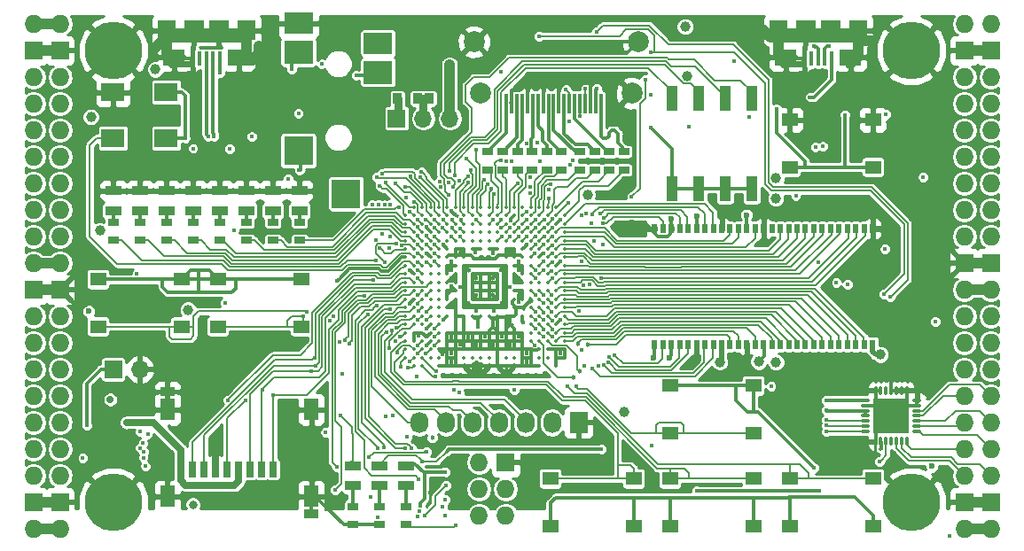
<source format=gtl>
G04 #@! TF.GenerationSoftware,KiCad,Pcbnew,5.0.0-rc2-dev-unknown+dfsg1+20180318-2*
G04 #@! TF.CreationDate,2018-05-31T22:35:25+02:00*
G04 #@! TF.ProjectId,ulx3s,756C7833732E6B696361645F70636200,rev?*
G04 #@! TF.SameCoordinates,Original*
G04 #@! TF.FileFunction,Copper,L1,Top,Signal*
G04 #@! TF.FilePolarity,Positive*
%FSLAX46Y46*%
G04 Gerber Fmt 4.6, Leading zero omitted, Abs format (unit mm)*
G04 Created by KiCad (PCBNEW 5.0.0-rc2-dev-unknown+dfsg1+20180318-2) date Thu May 31 22:35:25 2018*
%MOMM*%
%LPD*%
G01*
G04 APERTURE LIST*
%ADD10O,1.727200X1.727200*%
%ADD11R,1.727200X1.727200*%
%ADD12C,5.500000*%
%ADD13R,2.100000X1.600000*%
%ADD14R,1.900000X1.900000*%
%ADD15R,0.400000X1.350000*%
%ADD16R,1.800000X1.900000*%
%ADD17O,0.850000X0.300000*%
%ADD18O,0.300000X0.850000*%
%ADD19R,1.675000X1.675000*%
%ADD20R,1.727200X2.032000*%
%ADD21O,1.727200X2.032000*%
%ADD22R,1.550000X1.300000*%
%ADD23R,1.120000X2.440000*%
%ADD24C,0.350000*%
%ADD25R,2.800000X2.000000*%
%ADD26R,2.800000X2.200000*%
%ADD27R,2.800000X2.800000*%
%ADD28R,0.700000X1.500000*%
%ADD29R,1.450000X0.900000*%
%ADD30R,1.450000X2.000000*%
%ADD31R,2.200000X1.800000*%
%ADD32R,0.560000X0.900000*%
%ADD33R,1.000000X0.670000*%
%ADD34R,1.500000X0.970000*%
%ADD35R,0.300000X1.900000*%
%ADD36C,2.000000*%
%ADD37R,0.845000X1.000000*%
%ADD38R,1.700000X1.700000*%
%ADD39O,1.700000X1.700000*%
%ADD40C,0.400000*%
%ADD41C,0.700000*%
%ADD42C,0.454000*%
%ADD43C,0.600000*%
%ADD44C,1.000000*%
%ADD45C,0.800000*%
%ADD46C,0.700000*%
%ADD47C,0.300000*%
%ADD48C,0.500000*%
%ADD49C,1.000000*%
%ADD50C,0.600000*%
%ADD51C,0.190000*%
%ADD52C,0.800000*%
%ADD53C,0.200000*%
%ADD54C,0.127000*%
%ADD55C,0.180000*%
%ADD56C,0.254000*%
G04 APERTURE END LIST*
D10*
X97910000Y-62690000D03*
X95370000Y-62690000D03*
D11*
X97910000Y-65230000D03*
X95370000Y-65230000D03*
D10*
X97910000Y-67770000D03*
X95370000Y-67770000D03*
X97910000Y-70310000D03*
X95370000Y-70310000D03*
X97910000Y-72850000D03*
X95370000Y-72850000D03*
X97910000Y-75390000D03*
X95370000Y-75390000D03*
X97910000Y-77930000D03*
X95370000Y-77930000D03*
X97910000Y-80470000D03*
X95370000Y-80470000D03*
X97910000Y-83010000D03*
X95370000Y-83010000D03*
X97910000Y-85550000D03*
X95370000Y-85550000D03*
D11*
X97910000Y-88090000D03*
X95370000Y-88090000D03*
D10*
X97910000Y-90630000D03*
X95370000Y-90630000D03*
X97910000Y-93170000D03*
X95370000Y-93170000D03*
X97910000Y-95710000D03*
X95370000Y-95710000D03*
X97910000Y-98250000D03*
X95370000Y-98250000D03*
X97910000Y-100790000D03*
X95370000Y-100790000D03*
X97910000Y-103330000D03*
X95370000Y-103330000D03*
X97910000Y-105870000D03*
X95370000Y-105870000D03*
D11*
X97910000Y-108410000D03*
X95370000Y-108410000D03*
D10*
X97910000Y-110950000D03*
X95370000Y-110950000D03*
X184270000Y-110950000D03*
X186810000Y-110950000D03*
D11*
X184270000Y-108410000D03*
X186810000Y-108410000D03*
D10*
X184270000Y-105870000D03*
X186810000Y-105870000D03*
X184270000Y-103330000D03*
X186810000Y-103330000D03*
X184270000Y-100790000D03*
X186810000Y-100790000D03*
X184270000Y-98250000D03*
X186810000Y-98250000D03*
X184270000Y-95710000D03*
X186810000Y-95710000D03*
X184270000Y-93170000D03*
X186810000Y-93170000D03*
X184270000Y-90630000D03*
X186810000Y-90630000D03*
X184270000Y-88090000D03*
X186810000Y-88090000D03*
D11*
X184270000Y-85550000D03*
X186810000Y-85550000D03*
D10*
X184270000Y-83010000D03*
X186810000Y-83010000D03*
X184270000Y-80470000D03*
X186810000Y-80470000D03*
X184270000Y-77930000D03*
X186810000Y-77930000D03*
X184270000Y-75390000D03*
X186810000Y-75390000D03*
X184270000Y-72850000D03*
X186810000Y-72850000D03*
X184270000Y-70310000D03*
X186810000Y-70310000D03*
X184270000Y-67770000D03*
X186810000Y-67770000D03*
D11*
X184270000Y-65230000D03*
X186810000Y-65230000D03*
D10*
X184270000Y-62690000D03*
X186810000Y-62690000D03*
D12*
X102990000Y-108410000D03*
X179190000Y-108410000D03*
X179190000Y-65230000D03*
X102990000Y-65230000D03*
D13*
X114980000Y-65875000D03*
X108780000Y-65875000D03*
D14*
X113080000Y-63325000D03*
X110680000Y-63325000D03*
D15*
X113180000Y-66000000D03*
X112530000Y-66000000D03*
X111880000Y-66000000D03*
X111230000Y-66000000D03*
X110580000Y-66000000D03*
D16*
X115680000Y-63325000D03*
X108080000Y-63325000D03*
D13*
X173400000Y-65875000D03*
X167200000Y-65875000D03*
D14*
X171500000Y-63325000D03*
X169100000Y-63325000D03*
D15*
X171600000Y-66000000D03*
X170950000Y-66000000D03*
X170300000Y-66000000D03*
X169650000Y-66000000D03*
X169000000Y-66000000D03*
D16*
X174100000Y-63325000D03*
X166500000Y-63325000D03*
D11*
X140455000Y-104600000D03*
D10*
X137915000Y-104600000D03*
X140455000Y-107140000D03*
X137915000Y-107140000D03*
X140455000Y-109680000D03*
X137915000Y-109680000D03*
D17*
X179735000Y-101655000D03*
X179735000Y-101155000D03*
X179735000Y-100655000D03*
X179735000Y-100155000D03*
X179735000Y-99655000D03*
X179735000Y-99155000D03*
X179735000Y-98655000D03*
D18*
X178785000Y-97705000D03*
X178285000Y-97705000D03*
X177785000Y-97705000D03*
X177285000Y-97705000D03*
X176785000Y-97705000D03*
X176285000Y-97705000D03*
X175785000Y-97705000D03*
D17*
X174835000Y-98655000D03*
X174835000Y-99155000D03*
X174835000Y-99655000D03*
X174835000Y-100155000D03*
X174835000Y-100655000D03*
X174835000Y-101155000D03*
X174835000Y-101655000D03*
D18*
X175785000Y-102605000D03*
X176285000Y-102605000D03*
X176785000Y-102605000D03*
X177285000Y-102605000D03*
X177785000Y-102605000D03*
X178285000Y-102605000D03*
X178785000Y-102605000D03*
D19*
X176447500Y-99317500D03*
X176447500Y-100992500D03*
X178122500Y-99317500D03*
X178122500Y-100992500D03*
D20*
X147440000Y-100790000D03*
D21*
X144900000Y-100790000D03*
X142360000Y-100790000D03*
X139820000Y-100790000D03*
X137280000Y-100790000D03*
X134740000Y-100790000D03*
X132200000Y-100790000D03*
D22*
X175550000Y-71870000D03*
X175550000Y-76370000D03*
X167590000Y-76370000D03*
X167590000Y-71870000D03*
X101550000Y-91610000D03*
X101550000Y-87110000D03*
X109510000Y-87110000D03*
X109510000Y-91610000D03*
X112980000Y-91610000D03*
X112980000Y-87110000D03*
X120940000Y-87110000D03*
X120940000Y-91610000D03*
X156160000Y-101770000D03*
X156160000Y-97270000D03*
X164120000Y-97270000D03*
X164120000Y-101770000D03*
X164120000Y-106160000D03*
X164120000Y-110660000D03*
X156160000Y-110660000D03*
X156160000Y-106160000D03*
X152690000Y-106160000D03*
X152690000Y-110660000D03*
X144730000Y-110660000D03*
X144730000Y-106160000D03*
X175550000Y-106160000D03*
X175550000Y-110660000D03*
X167590000Y-110660000D03*
X167590000Y-106160000D03*
D23*
X156330000Y-78425000D03*
X163950000Y-69815000D03*
X158870000Y-78425000D03*
X161410000Y-69815000D03*
X161410000Y-78425000D03*
X158870000Y-69815000D03*
X163950000Y-78425000D03*
X156330000Y-69815000D03*
D24*
X131680000Y-80200000D03*
X132480000Y-80200000D03*
X133280000Y-80200000D03*
X134080000Y-80200000D03*
X134880000Y-80200000D03*
X135680000Y-80200000D03*
X136480000Y-80200000D03*
X137280000Y-80200000D03*
X138080000Y-80200000D03*
X138880000Y-80200000D03*
X139680000Y-80200000D03*
X140480000Y-80200000D03*
X141280000Y-80200000D03*
X142080000Y-80200000D03*
X142880000Y-80200000D03*
X143680000Y-80200000D03*
X144480000Y-80200000D03*
X145280000Y-80200000D03*
X130880000Y-81000000D03*
X131680000Y-81000000D03*
X132480000Y-81000000D03*
X133280000Y-81000000D03*
X134080000Y-81000000D03*
X134880000Y-81000000D03*
X135680000Y-81000000D03*
X136480000Y-81000000D03*
X137280000Y-81000000D03*
X138080000Y-81000000D03*
X138880000Y-81000000D03*
X139680000Y-81000000D03*
X140480000Y-81000000D03*
X141280000Y-81000000D03*
X142080000Y-81000000D03*
X142880000Y-81000000D03*
X143680000Y-81000000D03*
X144480000Y-81000000D03*
X145280000Y-81000000D03*
X146080000Y-81000000D03*
X130880000Y-81800000D03*
X131680000Y-81800000D03*
X132480000Y-81800000D03*
X133280000Y-81800000D03*
X134080000Y-81800000D03*
X134880000Y-81800000D03*
X135680000Y-81800000D03*
X136480000Y-81800000D03*
X137280000Y-81800000D03*
X138080000Y-81800000D03*
X138880000Y-81800000D03*
X139680000Y-81800000D03*
X140480000Y-81800000D03*
X141280000Y-81800000D03*
X142080000Y-81800000D03*
X142880000Y-81800000D03*
X143680000Y-81800000D03*
X144480000Y-81800000D03*
X145280000Y-81800000D03*
X146080000Y-81800000D03*
X130880000Y-82600000D03*
X131680000Y-82600000D03*
X132480000Y-82600000D03*
X133280000Y-82600000D03*
X134080000Y-82600000D03*
X134880000Y-82600000D03*
X135680000Y-82600000D03*
X136480000Y-82600000D03*
X137280000Y-82600000D03*
X138080000Y-82600000D03*
X138880000Y-82600000D03*
X139680000Y-82600000D03*
X140480000Y-82600000D03*
X141280000Y-82600000D03*
X142080000Y-82600000D03*
X142880000Y-82600000D03*
X143680000Y-82600000D03*
X144480000Y-82600000D03*
X145280000Y-82600000D03*
X146080000Y-82600000D03*
X130880000Y-83400000D03*
X131680000Y-83400000D03*
X132480000Y-83400000D03*
X133280000Y-83400000D03*
X134080000Y-83400000D03*
X134880000Y-83400000D03*
X135680000Y-83400000D03*
X136480000Y-83400000D03*
X137280000Y-83400000D03*
X138080000Y-83400000D03*
X138880000Y-83400000D03*
X139680000Y-83400000D03*
X140480000Y-83400000D03*
X141280000Y-83400000D03*
X142080000Y-83400000D03*
X142880000Y-83400000D03*
X143680000Y-83400000D03*
X144480000Y-83400000D03*
X145280000Y-83400000D03*
X146080000Y-83400000D03*
X130880000Y-84200000D03*
X131680000Y-84200000D03*
X132480000Y-84200000D03*
X133280000Y-84200000D03*
X134080000Y-84200000D03*
X134880000Y-84200000D03*
X135680000Y-84200000D03*
X136480000Y-84200000D03*
X137280000Y-84200000D03*
X138080000Y-84200000D03*
X138880000Y-84200000D03*
X139680000Y-84200000D03*
X140480000Y-84200000D03*
X141280000Y-84200000D03*
X142080000Y-84200000D03*
X142880000Y-84200000D03*
X143680000Y-84200000D03*
X144480000Y-84200000D03*
X145280000Y-84200000D03*
X146080000Y-84200000D03*
X130880000Y-85000000D03*
X131680000Y-85000000D03*
X132480000Y-85000000D03*
X133280000Y-85000000D03*
X134080000Y-85000000D03*
X134880000Y-85000000D03*
X135680000Y-85000000D03*
X136480000Y-85000000D03*
X137280000Y-85000000D03*
X138080000Y-85000000D03*
X138880000Y-85000000D03*
X139680000Y-85000000D03*
X140480000Y-85000000D03*
X141280000Y-85000000D03*
X142080000Y-85000000D03*
X142880000Y-85000000D03*
X143680000Y-85000000D03*
X144480000Y-85000000D03*
X145280000Y-85000000D03*
X146080000Y-85000000D03*
X130880000Y-85800000D03*
X131680000Y-85800000D03*
X132480000Y-85800000D03*
X133280000Y-85800000D03*
X134080000Y-85800000D03*
X134880000Y-85800000D03*
X135680000Y-85800000D03*
X136480000Y-85800000D03*
X137280000Y-85800000D03*
X138080000Y-85800000D03*
X138880000Y-85800000D03*
X139680000Y-85800000D03*
X140480000Y-85800000D03*
X141280000Y-85800000D03*
X142080000Y-85800000D03*
X142880000Y-85800000D03*
X143680000Y-85800000D03*
X144480000Y-85800000D03*
X145280000Y-85800000D03*
X146080000Y-85800000D03*
X130880000Y-86600000D03*
X131680000Y-86600000D03*
X132480000Y-86600000D03*
X133280000Y-86600000D03*
X134080000Y-86600000D03*
X134880000Y-86600000D03*
X135680000Y-86600000D03*
X136480000Y-86600000D03*
X137280000Y-86600000D03*
X138080000Y-86600000D03*
X138880000Y-86600000D03*
X139680000Y-86600000D03*
X140480000Y-86600000D03*
X141280000Y-86600000D03*
X142080000Y-86600000D03*
X142880000Y-86600000D03*
X143680000Y-86600000D03*
X144480000Y-86600000D03*
X145280000Y-86600000D03*
X146080000Y-86600000D03*
X130880000Y-87400000D03*
X131680000Y-87400000D03*
X132480000Y-87400000D03*
X133280000Y-87400000D03*
X134080000Y-87400000D03*
X134880000Y-87400000D03*
X135680000Y-87400000D03*
X136480000Y-87400000D03*
X137280000Y-87400000D03*
X138080000Y-87400000D03*
X138880000Y-87400000D03*
X139680000Y-87400000D03*
X140480000Y-87400000D03*
X141280000Y-87400000D03*
X142080000Y-87400000D03*
X142880000Y-87400000D03*
X143680000Y-87400000D03*
X144480000Y-87400000D03*
X145280000Y-87400000D03*
X146080000Y-87400000D03*
X130880000Y-88200000D03*
X131680000Y-88200000D03*
X132480000Y-88200000D03*
X133280000Y-88200000D03*
X134080000Y-88200000D03*
X134880000Y-88200000D03*
X135680000Y-88200000D03*
X136480000Y-88200000D03*
X137280000Y-88200000D03*
X138080000Y-88200000D03*
X138880000Y-88200000D03*
X139680000Y-88200000D03*
X140480000Y-88200000D03*
X141280000Y-88200000D03*
X142080000Y-88200000D03*
X142880000Y-88200000D03*
X143680000Y-88200000D03*
X144480000Y-88200000D03*
X145280000Y-88200000D03*
X146080000Y-88200000D03*
X130880000Y-89000000D03*
X131680000Y-89000000D03*
X132480000Y-89000000D03*
X133280000Y-89000000D03*
X134080000Y-89000000D03*
X134880000Y-89000000D03*
X135680000Y-89000000D03*
X136480000Y-89000000D03*
X137280000Y-89000000D03*
X138080000Y-89000000D03*
X138880000Y-89000000D03*
X139680000Y-89000000D03*
X140480000Y-89000000D03*
X141280000Y-89000000D03*
X142080000Y-89000000D03*
X142880000Y-89000000D03*
X143680000Y-89000000D03*
X144480000Y-89000000D03*
X145280000Y-89000000D03*
X146080000Y-89000000D03*
X130880000Y-89800000D03*
X131680000Y-89800000D03*
X132480000Y-89800000D03*
X133280000Y-89800000D03*
X134080000Y-89800000D03*
X134880000Y-89800000D03*
X135680000Y-89800000D03*
X136480000Y-89800000D03*
X137280000Y-89800000D03*
X138080000Y-89800000D03*
X138880000Y-89800000D03*
X139680000Y-89800000D03*
X140480000Y-89800000D03*
X141280000Y-89800000D03*
X142080000Y-89800000D03*
X142880000Y-89800000D03*
X143680000Y-89800000D03*
X144480000Y-89800000D03*
X145280000Y-89800000D03*
X146080000Y-89800000D03*
X130880000Y-90600000D03*
X131680000Y-90600000D03*
X132480000Y-90600000D03*
X133280000Y-90600000D03*
X134080000Y-90600000D03*
X134880000Y-90600000D03*
X135680000Y-90600000D03*
X136480000Y-90600000D03*
X137280000Y-90600000D03*
X138080000Y-90600000D03*
X138880000Y-90600000D03*
X139680000Y-90600000D03*
X140480000Y-90600000D03*
X141280000Y-90600000D03*
X142080000Y-90600000D03*
X142880000Y-90600000D03*
X143680000Y-90600000D03*
X144480000Y-90600000D03*
X145280000Y-90600000D03*
X146080000Y-90600000D03*
X130880000Y-91400000D03*
X131680000Y-91400000D03*
X132480000Y-91400000D03*
X133280000Y-91400000D03*
X134080000Y-91400000D03*
X142880000Y-91400000D03*
X143680000Y-91400000D03*
X144480000Y-91400000D03*
X145280000Y-91400000D03*
X146080000Y-91400000D03*
X130880000Y-92200000D03*
X131680000Y-92200000D03*
X132480000Y-92200000D03*
X133280000Y-92200000D03*
X134080000Y-92200000D03*
X134880000Y-92200000D03*
X135680000Y-92200000D03*
X136480000Y-92200000D03*
X137280000Y-92200000D03*
X138080000Y-92200000D03*
X138880000Y-92200000D03*
X139680000Y-92200000D03*
X140480000Y-92200000D03*
X141280000Y-92200000D03*
X142080000Y-92200000D03*
X142880000Y-92200000D03*
X143680000Y-92200000D03*
X144480000Y-92200000D03*
X145280000Y-92200000D03*
X146080000Y-92200000D03*
X130880000Y-93000000D03*
X131680000Y-93000000D03*
X132480000Y-93000000D03*
X133280000Y-93000000D03*
X134080000Y-93000000D03*
X134880000Y-93000000D03*
X135680000Y-93000000D03*
X136480000Y-93000000D03*
X137280000Y-93000000D03*
X138080000Y-93000000D03*
X138880000Y-93000000D03*
X139680000Y-93000000D03*
X140480000Y-93000000D03*
X141280000Y-93000000D03*
X142080000Y-93000000D03*
X142880000Y-93000000D03*
X143680000Y-93000000D03*
X144480000Y-93000000D03*
X145280000Y-93000000D03*
X146080000Y-93000000D03*
X130880000Y-93800000D03*
X131680000Y-93800000D03*
X132480000Y-93800000D03*
X133280000Y-93800000D03*
X134080000Y-93800000D03*
X134880000Y-93800000D03*
X135680000Y-93800000D03*
X136480000Y-93800000D03*
X137280000Y-93800000D03*
X138080000Y-93800000D03*
X138880000Y-93800000D03*
X139680000Y-93800000D03*
X140480000Y-93800000D03*
X141280000Y-93800000D03*
X142080000Y-93800000D03*
X142880000Y-93800000D03*
X143680000Y-93800000D03*
X144480000Y-93800000D03*
X145280000Y-93800000D03*
X146080000Y-93800000D03*
X130880000Y-94600000D03*
X131680000Y-94600000D03*
X132480000Y-94600000D03*
X133280000Y-94600000D03*
X134080000Y-94600000D03*
X134880000Y-94600000D03*
X135680000Y-94600000D03*
X136480000Y-94600000D03*
X137280000Y-94600000D03*
X138080000Y-94600000D03*
X138880000Y-94600000D03*
X139680000Y-94600000D03*
X140480000Y-94600000D03*
X141280000Y-94600000D03*
X142080000Y-94600000D03*
X142880000Y-94600000D03*
X143680000Y-94600000D03*
X144480000Y-94600000D03*
X145280000Y-94600000D03*
X146080000Y-94600000D03*
X131680000Y-95400000D03*
X132480000Y-95400000D03*
X134080000Y-95400000D03*
X134880000Y-95400000D03*
X135680000Y-95400000D03*
X136480000Y-95400000D03*
X138880000Y-95400000D03*
X139680000Y-95400000D03*
X141280000Y-95400000D03*
X142080000Y-95400000D03*
X142880000Y-95400000D03*
X143680000Y-95400000D03*
X145280000Y-95400000D03*
D25*
X120668000Y-62618000D03*
D26*
X120668000Y-65418000D03*
D27*
X120668000Y-74818000D03*
X125218000Y-78918000D03*
D26*
X128268000Y-67318000D03*
D25*
X128268000Y-64518000D03*
D28*
X118250000Y-105250000D03*
X117150000Y-105250000D03*
X116050000Y-105250000D03*
X114950000Y-105250000D03*
X113850000Y-105250000D03*
X112750000Y-105250000D03*
X111650000Y-105250000D03*
X110550000Y-105250000D03*
D29*
X121925000Y-109550000D03*
X108175000Y-97850000D03*
D30*
X108175000Y-107850000D03*
X121925000Y-107850000D03*
X121925000Y-99550000D03*
X108175000Y-99550000D03*
D31*
X108040000Y-69220000D03*
X102960000Y-69220000D03*
X102960000Y-73620000D03*
X108040000Y-73620000D03*
D32*
X175493000Y-82270000D03*
X154693000Y-93330000D03*
X155493000Y-93330000D03*
X156293000Y-93330000D03*
X157093000Y-93330000D03*
X157893000Y-93330000D03*
X158693000Y-93330000D03*
X159493000Y-93330000D03*
X160293000Y-93330000D03*
X161093000Y-93330000D03*
X161893000Y-93330000D03*
X162693000Y-93330000D03*
X163493000Y-93330000D03*
X164293000Y-93330000D03*
X165093000Y-93330000D03*
X165893000Y-93330000D03*
X166693000Y-93330000D03*
X167493000Y-93330000D03*
X168293000Y-93330000D03*
X169093000Y-93330000D03*
X169893000Y-93330000D03*
X170693000Y-93330000D03*
X171493000Y-93330000D03*
X172293000Y-93330000D03*
X173093000Y-93330000D03*
X173893000Y-93330000D03*
X174693000Y-93330000D03*
X175493000Y-93330000D03*
X174693000Y-82270000D03*
X173893000Y-82270000D03*
X173093000Y-82270000D03*
X172293000Y-82270000D03*
X171493000Y-82270000D03*
X170693000Y-82270000D03*
X169893000Y-82270000D03*
X169093000Y-82270000D03*
X168293000Y-82270000D03*
X167493000Y-82270000D03*
X166693000Y-82270000D03*
X165893000Y-82270000D03*
X165093000Y-82270000D03*
X164293000Y-82270000D03*
X163493000Y-82270000D03*
X162693000Y-82270000D03*
X161893000Y-82270000D03*
X161093000Y-82270000D03*
X160293000Y-82270000D03*
X159493000Y-82270000D03*
X158693000Y-82270000D03*
X157893000Y-82270000D03*
X157093000Y-82270000D03*
X156293000Y-82270000D03*
X155493000Y-82270000D03*
X154693000Y-82270000D03*
D33*
X150361000Y-76646000D03*
X150361000Y-74896000D03*
X151758000Y-74896000D03*
X151758000Y-76646000D03*
X140201000Y-74896000D03*
X140201000Y-76646000D03*
X142995000Y-76646000D03*
X142995000Y-74896000D03*
X145789000Y-76646000D03*
X145789000Y-74896000D03*
X148964000Y-74896000D03*
X148964000Y-76646000D03*
X138742800Y-76638600D03*
X138742800Y-74888600D03*
X141598000Y-74896000D03*
X141598000Y-76646000D03*
X144392000Y-74896000D03*
X144392000Y-76646000D03*
X147567000Y-76634000D03*
X147567000Y-74884000D03*
D34*
X130930000Y-106825000D03*
X130930000Y-104915000D03*
X120770000Y-78644000D03*
X120770000Y-80554000D03*
X118230000Y-80554000D03*
X118230000Y-78644000D03*
X115690000Y-78644000D03*
X115690000Y-80554000D03*
X113150000Y-78644000D03*
X113150000Y-80554000D03*
X110610000Y-80554000D03*
X110610000Y-78644000D03*
X108070000Y-80554000D03*
X108070000Y-78644000D03*
X105545000Y-78644000D03*
X105545000Y-80554000D03*
X102990000Y-80554000D03*
X102990000Y-78644000D03*
X128390000Y-106825000D03*
X128390000Y-104915000D03*
X125850000Y-104915000D03*
X125850000Y-106825000D03*
D35*
X149546000Y-70312000D03*
X149046000Y-70312000D03*
X148546000Y-70312000D03*
X148046000Y-70312000D03*
X147546000Y-70312000D03*
X147046000Y-70312000D03*
X146546000Y-70312000D03*
X146046000Y-70312000D03*
X145546000Y-70312000D03*
X145046000Y-70312000D03*
X144546000Y-70312000D03*
X144046000Y-70312000D03*
X143546000Y-70312000D03*
X143046000Y-70312000D03*
X142546000Y-70312000D03*
X142046000Y-70312000D03*
X141546000Y-70312000D03*
X141046000Y-70312000D03*
X140546000Y-70312000D03*
D36*
X152546000Y-69312000D03*
X138046000Y-69312000D03*
X153146000Y-64412000D03*
X137446000Y-64412000D03*
D33*
X120770000Y-83377000D03*
X120770000Y-81627000D03*
X118230000Y-81627000D03*
X118230000Y-83377000D03*
X115690000Y-83377000D03*
X115690000Y-81627000D03*
X113150000Y-81627000D03*
X113150000Y-83377000D03*
X110610000Y-81627000D03*
X110610000Y-83377000D03*
X108070000Y-83377000D03*
X108070000Y-81627000D03*
X105530000Y-81627000D03*
X105530000Y-83377000D03*
X102990000Y-83377000D03*
X102990000Y-81627000D03*
X128390000Y-110555000D03*
X128390000Y-108805000D03*
X130930000Y-110555000D03*
X130930000Y-108805000D03*
X125850000Y-108805000D03*
X125850000Y-110555000D03*
D37*
X130123501Y-69814500D03*
X132048501Y-69814500D03*
X135082500Y-69814500D03*
X133157500Y-69814500D03*
D38*
X102990000Y-95710000D03*
D39*
X105530000Y-95710000D03*
D38*
X130056000Y-71725000D03*
D39*
X132596000Y-71725000D03*
X135136000Y-71725000D03*
D40*
X124632693Y-93120351D03*
D41*
X112784000Y-102840000D03*
D40*
X141742847Y-69038361D03*
X152408000Y-72169500D03*
X138480000Y-92600000D03*
X140080000Y-92600000D03*
X135280000Y-87000000D03*
X145687392Y-90996646D03*
D42*
X141675979Y-86986521D03*
D40*
X140876932Y-84552536D03*
X132882184Y-84635369D03*
X132879996Y-82103336D03*
X140922639Y-81447441D03*
X177287984Y-96778661D03*
D43*
X152510125Y-81695229D03*
D40*
X131264297Y-86227110D03*
X173856000Y-71538990D03*
D44*
X164947008Y-63194069D03*
X175494572Y-64322557D03*
D40*
X135342764Y-89381630D03*
X144103496Y-84660400D03*
D44*
X177658444Y-82281349D03*
D40*
X145680000Y-81405125D03*
X145691238Y-94166752D03*
D44*
X162956098Y-95078488D03*
X158539988Y-94868772D03*
D43*
X161075765Y-80992022D03*
X164882869Y-80938986D03*
X156262773Y-81349374D03*
D40*
X149169500Y-68867500D03*
D43*
X123437000Y-108972000D03*
D40*
X135281276Y-80583119D03*
X131279502Y-89407325D03*
X170309539Y-85441529D03*
X145672808Y-85396062D03*
X133216000Y-107465000D03*
X137680000Y-88600000D03*
X142480000Y-95000000D03*
X141680000Y-92600000D03*
X135284627Y-94985297D03*
X135288625Y-94225619D03*
X134455822Y-94267172D03*
X136095958Y-93369652D03*
D42*
X139264636Y-91615205D03*
D44*
X116880503Y-64802940D03*
X106974809Y-64953974D03*
D40*
X140874194Y-91433353D03*
X142480000Y-94200000D03*
X140880000Y-93400000D03*
X139280000Y-93400000D03*
X137680000Y-93400000D03*
X136880000Y-92600000D03*
X135280000Y-92600000D03*
X132880000Y-91800000D03*
X132880000Y-93400000D03*
D42*
X139280000Y-87000000D03*
X137680000Y-87000000D03*
X136080000Y-84600000D03*
X139280000Y-88600000D03*
D44*
X166275426Y-77459534D03*
X107021491Y-67043629D03*
D40*
X172047074Y-87438453D03*
D44*
X166255545Y-79350736D03*
X157807568Y-67669269D03*
X101707889Y-82423180D03*
X166284693Y-95025145D03*
X157600000Y-62944000D03*
D40*
X119692151Y-77494120D03*
X135263000Y-87727000D03*
X141740000Y-89250994D03*
D43*
X156091000Y-94585000D03*
D40*
X140032430Y-67286930D03*
X137803000Y-91664000D03*
D43*
X181155918Y-104980708D03*
D40*
X171089123Y-98665996D03*
X171089123Y-99619659D03*
D44*
X135105588Y-66616618D03*
D40*
X181491000Y-91156000D03*
X113660608Y-89375718D03*
D44*
X148268387Y-79050018D03*
D40*
X114513935Y-82409431D03*
X109840000Y-73620000D03*
X132110753Y-92527478D03*
X165803369Y-97344883D03*
D44*
X160905403Y-95006436D03*
D43*
X158731133Y-81048929D03*
X154593901Y-94607945D03*
D44*
X164625730Y-94982471D03*
D43*
X163462982Y-80942429D03*
D44*
X176254940Y-94288458D03*
D45*
X110593913Y-108636458D03*
D40*
X180340784Y-77316932D03*
X173137949Y-87594275D03*
D41*
X102710050Y-98594954D03*
D40*
X129005202Y-100174798D03*
X176305593Y-103279812D03*
X100080000Y-104200000D03*
X139272517Y-84611349D03*
X141680000Y-86200000D03*
X132880000Y-92600000D03*
X141680000Y-85400000D03*
X121494155Y-90235621D03*
X130019546Y-91732979D03*
X121166000Y-90648000D03*
X130384540Y-92584728D03*
X146394787Y-97333919D03*
X143300000Y-86220000D03*
X144891603Y-91881937D03*
X147175985Y-97333919D03*
X147700000Y-93820000D03*
X142107219Y-91201016D03*
D44*
X110128890Y-90028152D03*
D40*
X142480000Y-83800000D03*
X134480000Y-83800000D03*
X134480000Y-91000000D03*
X154313000Y-69502500D03*
X120664983Y-71227362D03*
X122926177Y-66532317D03*
X105245010Y-86595559D03*
X128216338Y-109813327D03*
X121928000Y-95855000D03*
X115593957Y-98664957D03*
X113927000Y-98649000D03*
X122309000Y-95347000D03*
X122203636Y-94585375D03*
X117229000Y-97633008D03*
X118245000Y-98141000D03*
X162441000Y-97270000D03*
X157996000Y-72487000D03*
X169517039Y-69686488D03*
X170411010Y-107286196D03*
X158716651Y-107325176D03*
X136050273Y-97914229D03*
X132708000Y-109680000D03*
X134750646Y-106810513D03*
X133680000Y-91800000D03*
X135517000Y-97633000D03*
X134675868Y-108131585D03*
D42*
X133449289Y-102232615D03*
D40*
X133680000Y-92600000D03*
X132928488Y-103601340D03*
X127419091Y-104077728D03*
X133685482Y-93402296D03*
X134463998Y-108841973D03*
X131986331Y-96404793D03*
X131039072Y-102187000D03*
X134636872Y-109719950D03*
X132846234Y-94197073D03*
X176700000Y-84220000D03*
X143260000Y-84620000D03*
X120739932Y-76694083D03*
X126204504Y-67585368D03*
X148090000Y-68867500D03*
X147582000Y-71534498D03*
X127810351Y-87182069D03*
X132083026Y-86260405D03*
X124849021Y-96102869D03*
X113157250Y-67343629D03*
X116198000Y-73474420D03*
X127586603Y-107875044D03*
X146233418Y-68946082D03*
X131453853Y-103208291D03*
X149787294Y-81774991D03*
X144080000Y-86200000D03*
X149553145Y-86989440D03*
X144894316Y-86977564D03*
X144896700Y-83863953D03*
X149527221Y-80838006D03*
D42*
X147343891Y-93217126D03*
D40*
X144113248Y-92588762D03*
X149853189Y-81252115D03*
X144875155Y-86292748D03*
X144916886Y-83019942D03*
X148696112Y-80861847D03*
D42*
X148349010Y-93322307D03*
D40*
X144882352Y-92577990D03*
X144902941Y-91037926D03*
X148747982Y-95669626D03*
X144867244Y-90193915D03*
X149795895Y-95251084D03*
X144856756Y-89349904D03*
X150278898Y-95040253D03*
X150345974Y-94517527D03*
X144877648Y-88622010D03*
X150889207Y-94332565D03*
X143280000Y-87000000D03*
X129972715Y-93035096D03*
X131084713Y-95564177D03*
X130422000Y-95456000D03*
X131316164Y-94959140D03*
X130123373Y-94122671D03*
X132031990Y-93400000D03*
X129362027Y-93645784D03*
X141280657Y-97642010D03*
X133852393Y-95875797D03*
X133762848Y-96395146D03*
X132080000Y-94200000D03*
X128452683Y-84116867D03*
X105890482Y-103613569D03*
X129449238Y-89937935D03*
X130839477Y-103208987D03*
X132075624Y-89410644D03*
X128806823Y-103185900D03*
X128136791Y-89611518D03*
X132162861Y-106185868D03*
X132880000Y-88600000D03*
X126970181Y-88659309D03*
X124322162Y-105002357D03*
X132080000Y-87000000D03*
X125525099Y-93236764D03*
X124202418Y-107207639D03*
X110599084Y-74589383D03*
X132024412Y-109766775D03*
X114104080Y-74612196D03*
X132219727Y-109277292D03*
X131677570Y-79697994D03*
X132088008Y-81408008D03*
X132079995Y-82103334D03*
X132872609Y-82947347D03*
X133664491Y-81414685D03*
X133648389Y-82190597D03*
X131353451Y-77264702D03*
X129920953Y-77910818D03*
X129568570Y-92005655D03*
X132880000Y-91000000D03*
X129055731Y-92162718D03*
X132077338Y-91002010D03*
X131265176Y-80621782D03*
X130272149Y-80238214D03*
X128091794Y-85277024D03*
X132089786Y-85479378D03*
X146565997Y-71979003D03*
X134250176Y-78253806D03*
X163703220Y-71542164D03*
X134433979Y-82180155D03*
X135656559Y-110610712D03*
X149577281Y-103320847D03*
X132468001Y-104503413D03*
D41*
X104260000Y-100790000D03*
D40*
X111895217Y-86253790D03*
X169934000Y-107920000D03*
X169934000Y-105126000D03*
X170026483Y-74485017D03*
X142571021Y-82204353D03*
X143287402Y-83042010D03*
X154425580Y-102987766D03*
X168166438Y-79108038D03*
X112614274Y-73474420D03*
X112074854Y-73474420D03*
X176185734Y-104520755D03*
X143269694Y-93414905D03*
X171089123Y-101653244D03*
X143280000Y-91800000D03*
X171089123Y-101086833D03*
X144064831Y-91877646D03*
X171089123Y-100559822D03*
X144080000Y-90956495D03*
X135315381Y-82193851D03*
X135414395Y-78229653D03*
X135129679Y-76730134D03*
X136124555Y-82260038D03*
X135587699Y-77140701D03*
X136080000Y-83000000D03*
X142785835Y-77341923D03*
X170739071Y-74406366D03*
X142460000Y-83020000D03*
X143280000Y-83800000D03*
X169919000Y-64849000D03*
X171316000Y-64849000D03*
X125110333Y-92897638D03*
X182888000Y-111603000D03*
X124361185Y-87274371D03*
X124361184Y-87274370D03*
X172853718Y-71407275D03*
X166353476Y-70835462D03*
X123273881Y-101715917D03*
X129660000Y-100155000D03*
X128247798Y-103208979D03*
X127301115Y-90454353D03*
X132084049Y-88558274D03*
X120008000Y-67008000D03*
X129437600Y-79946788D03*
X133680000Y-83000000D03*
X128908575Y-79985477D03*
X133680000Y-83800000D03*
X128328791Y-79953099D03*
X130487935Y-83869856D03*
X133623139Y-85366416D03*
X127749884Y-79991140D03*
X128913013Y-85505853D03*
X129992018Y-83691508D03*
X136080000Y-87800000D03*
X137624890Y-90122896D03*
X139322319Y-90164039D03*
X140080000Y-89400000D03*
X136880000Y-89400000D03*
X140896226Y-87816226D03*
D42*
X136938110Y-86196311D03*
D40*
X140014602Y-86192969D03*
D44*
X151758000Y-99774000D03*
D40*
X135021320Y-79024950D03*
X135280000Y-83022010D03*
X154298000Y-72596000D03*
X100450000Y-101044000D03*
X132285867Y-108754446D03*
X134707351Y-105508447D03*
X139280000Y-81400000D03*
X139314656Y-78918689D03*
X139039938Y-78419090D03*
X138722927Y-77981589D03*
X138405916Y-77551542D03*
X137625200Y-74696800D03*
X137680000Y-81400000D03*
X136742593Y-75579407D03*
X137174375Y-76624866D03*
X136863200Y-77287600D03*
X136894606Y-77861070D03*
X136048819Y-77645502D03*
X136233339Y-81437235D03*
X135359567Y-81395445D03*
X135034780Y-77831198D03*
X134508502Y-81406751D03*
X134177298Y-77721089D03*
D42*
X146942280Y-96452058D03*
X147534467Y-95913260D03*
D40*
X147928857Y-95339016D03*
X143322010Y-91000657D03*
X149284391Y-95377990D03*
X144077013Y-90266968D03*
X147430953Y-90112484D03*
X144076240Y-89395301D03*
X143322010Y-90201951D03*
X147910791Y-87683418D03*
X144082832Y-88584510D03*
X148483539Y-87623462D03*
X143322010Y-88595030D03*
X144102010Y-85397219D03*
X144889349Y-85448737D03*
X147687390Y-85374093D03*
X144912409Y-84657964D03*
X149732494Y-83807694D03*
X148921512Y-83442010D03*
X144103186Y-83777990D03*
X144131413Y-83000000D03*
X148610661Y-81705858D03*
X144888125Y-82175931D03*
X144176662Y-82199998D03*
X148175253Y-80781550D03*
X144887777Y-81331919D03*
X147688311Y-80983115D03*
X142450323Y-81420000D03*
X142811300Y-78846033D03*
X142784407Y-78283067D03*
X142460000Y-80620000D03*
X144138346Y-81383767D03*
X144606344Y-78517346D03*
X144791531Y-78023942D03*
X146587441Y-76174058D03*
X143332651Y-82197990D03*
X146909804Y-75707894D03*
X143294334Y-81377293D03*
X143708879Y-75817300D03*
X141727010Y-82998875D03*
X141727010Y-82194937D03*
X140028978Y-82200000D03*
X141624813Y-77914503D03*
X142436989Y-74138000D03*
X140861329Y-83041266D03*
X143518000Y-74074500D03*
X140872990Y-82177164D03*
X132309031Y-77342560D03*
X132428734Y-76829323D03*
X128644933Y-77015661D03*
X128152012Y-77332672D03*
X128446805Y-78179514D03*
X128961752Y-77878818D03*
X130878594Y-78253288D03*
X132820479Y-81400981D03*
X130952639Y-79249008D03*
X129458086Y-83004065D03*
X132079024Y-82947345D03*
X105572759Y-101661319D03*
X132881746Y-83791358D03*
X128691780Y-82737217D03*
X106276126Y-101893466D03*
X105840996Y-102767214D03*
X129302562Y-84153497D03*
X132083682Y-83791356D03*
X128062071Y-83328884D03*
X105553144Y-103208669D03*
X132092886Y-84635367D03*
X105847765Y-104138847D03*
X133671942Y-84595200D03*
X132896883Y-85469380D03*
X106088753Y-104974041D03*
X123709657Y-91064721D03*
X124707442Y-100126977D03*
X132900000Y-90180000D03*
X124015020Y-90635192D03*
X132100000Y-90157990D03*
X139992737Y-75748003D03*
X162271466Y-66284958D03*
X140028978Y-81400000D03*
X140517734Y-75793988D03*
X176797084Y-71341791D03*
X154313000Y-65375000D03*
X153805000Y-67996270D03*
X176605426Y-88507160D03*
X152497066Y-79193467D03*
X146481406Y-79819384D03*
X143650666Y-63862520D03*
X177211069Y-88764025D03*
X141042112Y-75846610D03*
X140060000Y-83020000D03*
X149134122Y-63424051D03*
X144606344Y-79361357D03*
D44*
X100855891Y-71574861D03*
D40*
X135280000Y-85400000D03*
D43*
X100652119Y-90162239D03*
D40*
X137550785Y-84577294D03*
X135280000Y-86200000D03*
D46*
X112750000Y-102874000D02*
X112784000Y-102840000D01*
X112750000Y-105250000D02*
X112750000Y-102874000D01*
D47*
X153146000Y-64412000D02*
X152146001Y-65411999D01*
X152146001Y-65411999D02*
X151809999Y-65411999D01*
X153146000Y-64412000D02*
X151466000Y-64412000D01*
X151466000Y-64412000D02*
X151392000Y-64486000D01*
X125850000Y-110555000D02*
X125020000Y-110555000D01*
X125020000Y-110555000D02*
X123437000Y-108972000D01*
X128390000Y-110555000D02*
X125850000Y-110555000D01*
X118230000Y-78644000D02*
X120770000Y-78644000D01*
X115690000Y-78644000D02*
X118230000Y-78644000D01*
X113150000Y-78644000D02*
X115690000Y-78644000D01*
X110610000Y-78644000D02*
X113150000Y-78644000D01*
X108070000Y-78644000D02*
X110610000Y-78644000D01*
X105545000Y-78644000D02*
X108070000Y-78644000D01*
X102990000Y-78644000D02*
X105545000Y-78644000D01*
X141046000Y-69062000D02*
X141069639Y-69038361D01*
X141069639Y-69038361D02*
X141460005Y-69038361D01*
X141460005Y-69038361D02*
X141742847Y-69038361D01*
X141046000Y-70312000D02*
X141046000Y-69062000D01*
X141105001Y-89174999D02*
X141280000Y-89000000D01*
X141105001Y-89425001D02*
X141105001Y-89174999D01*
X142080000Y-89800000D02*
X142211038Y-89800000D01*
X142705001Y-89306037D02*
X142705001Y-89174999D01*
X142705001Y-89174999D02*
X142880000Y-89000000D01*
X141480000Y-89800000D02*
X141105001Y-89425001D01*
X142211038Y-89800000D02*
X142705001Y-89306037D01*
X152546000Y-69312000D02*
X151546001Y-68312001D01*
X151546001Y-68312001D02*
X148835999Y-68312001D01*
X148835999Y-68312001D02*
X148598000Y-68550000D01*
X148454999Y-68312001D02*
X148407500Y-68359500D01*
X146058000Y-68359500D02*
X148407500Y-68359500D01*
X148407500Y-68359500D02*
X148598000Y-68550000D01*
X148598000Y-68550000D02*
X148598000Y-69010000D01*
X145546000Y-68871500D02*
X146058000Y-68359500D01*
X145546000Y-69062000D02*
X145546000Y-68871500D01*
X148546000Y-70312000D02*
X148546000Y-69062000D01*
X148546000Y-69062000D02*
X148598000Y-69010000D01*
X144046000Y-70312000D02*
X144046000Y-68951000D01*
X145546000Y-70312000D02*
X145546000Y-69062000D01*
X145546000Y-69062000D02*
X145550000Y-69058000D01*
X142565500Y-69375500D02*
X142565500Y-69058000D01*
X142546000Y-70312000D02*
X142546000Y-69395000D01*
X142546000Y-69395000D02*
X142565500Y-69375500D01*
X140978000Y-70244000D02*
X141046000Y-70312000D01*
X138480000Y-92200000D02*
X138880000Y-92200000D01*
X138080000Y-92200000D02*
X138480000Y-92200000D01*
X138480000Y-92200000D02*
X138480000Y-92600000D01*
X140080000Y-92200000D02*
X140480000Y-92200000D01*
X139680000Y-92200000D02*
X140080000Y-92200000D01*
X140080000Y-92200000D02*
X140080000Y-92600000D01*
X139680000Y-95400000D02*
X141280000Y-95400000D01*
X136480000Y-95400000D02*
X138880000Y-95400000D01*
X140480000Y-92200000D02*
X140480000Y-91827547D01*
X140480000Y-91827547D02*
X140874194Y-91433353D01*
X141280000Y-92200000D02*
X141280000Y-91839159D01*
X141280000Y-91839159D02*
X140874194Y-91433353D01*
X139680000Y-92200000D02*
X139680000Y-92030569D01*
X139680000Y-92030569D02*
X139264636Y-91615205D01*
X138880000Y-92200000D02*
X138880000Y-91999841D01*
X138880000Y-91999841D02*
X139264636Y-91615205D01*
X139680000Y-90600000D02*
X139680000Y-92200000D01*
X135680000Y-90600000D02*
X135680000Y-92200000D01*
X135342764Y-89381630D02*
X135342764Y-89462764D01*
X135342764Y-89462764D02*
X135680000Y-89800000D01*
X135342764Y-89381630D02*
X135342764Y-89337236D01*
X135342764Y-89337236D02*
X135680000Y-89000000D01*
X135342764Y-89381630D02*
X135298370Y-89381630D01*
X135298370Y-89381630D02*
X134880000Y-89800000D01*
X135680000Y-89800000D02*
X135280000Y-89800000D01*
X135280000Y-89800000D02*
X134880000Y-89800000D01*
X135280000Y-89727236D02*
X135280000Y-89800000D01*
X135342764Y-89381630D02*
X135342764Y-89664472D01*
X135342764Y-89664472D02*
X135280000Y-89727236D01*
X135280000Y-87000000D02*
X135680000Y-86600000D01*
X135280000Y-87000000D02*
X134880000Y-87400000D01*
X135680000Y-87000000D02*
X135680000Y-87400000D01*
X135680000Y-86600000D02*
X135680000Y-87000000D01*
X135680000Y-87000000D02*
X135280000Y-87000000D01*
X139680000Y-90600000D02*
X139830784Y-90750784D01*
X139830784Y-90750784D02*
X140329216Y-90750784D01*
X140329216Y-90750784D02*
X140480000Y-90600000D01*
X145683354Y-90996646D02*
X145687392Y-90996646D01*
X145280000Y-91400000D02*
X145683354Y-90996646D01*
X141675979Y-86986521D02*
X141675979Y-87004021D01*
X141675979Y-87004021D02*
X141280000Y-87400000D01*
X141675979Y-86986521D02*
X141675979Y-86995979D01*
X141675979Y-86995979D02*
X142080000Y-87400000D01*
X141666521Y-86986521D02*
X141675979Y-86986521D01*
X141280000Y-86600000D02*
X141666521Y-86986521D01*
X140927464Y-84552536D02*
X140876932Y-84552536D01*
X141280000Y-84200000D02*
X140927464Y-84552536D01*
X133280000Y-85000000D02*
X132915369Y-84635369D01*
X132915369Y-84635369D02*
X132882184Y-84635369D01*
X133280000Y-82600000D02*
X132879996Y-82199996D01*
X132879996Y-82199996D02*
X132879996Y-82103336D01*
X141280000Y-81000000D02*
X140922639Y-81357361D01*
X140922639Y-81357361D02*
X140922639Y-81447441D01*
X177285000Y-96781645D02*
X177287984Y-96778661D01*
X177285000Y-97705000D02*
X177285000Y-96781645D01*
D48*
X184230000Y-85550000D02*
X182920003Y-84240003D01*
X182920003Y-84240003D02*
X182920003Y-84225534D01*
D47*
X184270000Y-85550000D02*
X184230000Y-85550000D01*
D48*
X184270000Y-85610000D02*
X182952738Y-86927262D01*
X182952738Y-86927262D02*
X182916738Y-86927262D01*
D47*
X184270000Y-85550000D02*
X184270000Y-85610000D01*
D48*
X97910000Y-88090000D02*
X99203955Y-86796045D01*
X99203955Y-86796045D02*
X99203955Y-86791266D01*
D47*
X155962030Y-83029572D02*
X155023970Y-83029572D01*
X155023970Y-83029572D02*
X153689627Y-81695229D01*
X156205000Y-82786602D02*
X155962030Y-83029572D01*
X153689627Y-81695229D02*
X152934389Y-81695229D01*
X152934389Y-81695229D02*
X152510125Y-81695229D01*
X156205000Y-81920000D02*
X156205000Y-82786602D01*
X135505001Y-87225001D02*
X135680000Y-87400000D01*
X135054999Y-87225001D02*
X135505001Y-87225001D01*
X134880000Y-87400000D02*
X135054999Y-87225001D01*
X131307110Y-86227110D02*
X131264297Y-86227110D01*
X131680000Y-86600000D02*
X131307110Y-86227110D01*
X174055999Y-71738989D02*
X173856000Y-71538990D01*
X174187010Y-71870000D02*
X174055999Y-71738989D01*
X175550000Y-71870000D02*
X174187010Y-71870000D01*
D49*
X165447007Y-63694068D02*
X164947008Y-63194069D01*
X165712939Y-63960000D02*
X165447007Y-63694068D01*
X166500000Y-63960000D02*
X165712939Y-63960000D01*
X174787466Y-64322557D02*
X175494572Y-64322557D01*
X174462557Y-64322557D02*
X174787466Y-64322557D01*
X174100000Y-63960000D02*
X174462557Y-64322557D01*
D47*
X135661630Y-89381630D02*
X135625606Y-89381630D01*
X135625606Y-89381630D02*
X135342764Y-89381630D01*
X135680000Y-89400000D02*
X135661630Y-89381630D01*
X139505001Y-90774999D02*
X139680000Y-90600000D01*
X139054999Y-90774999D02*
X139505001Y-90774999D01*
X138880000Y-90600000D02*
X139054999Y-90774999D01*
X144019600Y-84660400D02*
X144103496Y-84660400D01*
X143680000Y-85000000D02*
X144019600Y-84660400D01*
X177252609Y-82281349D02*
X177658444Y-82281349D01*
X177241260Y-82270000D02*
X177252609Y-82281349D01*
X145280000Y-81800000D02*
X145674875Y-81405125D01*
X145674875Y-81405125D02*
X145680000Y-81405125D01*
X145691238Y-93811238D02*
X145691238Y-93883910D01*
X145680000Y-93800000D02*
X145691238Y-93811238D01*
X145691238Y-93883910D02*
X145691238Y-94166752D01*
X121925000Y-107450000D02*
X121925000Y-109150000D01*
X163456097Y-94578489D02*
X162956098Y-95078488D01*
X163480000Y-94554586D02*
X163456097Y-94578489D01*
X163480000Y-93330000D02*
X163480000Y-94554586D01*
X161075765Y-81416286D02*
X161075765Y-80992022D01*
X161075765Y-82265765D02*
X161075765Y-81416286D01*
X161080000Y-82270000D02*
X161075765Y-82265765D01*
X156280000Y-82270000D02*
X156280000Y-81366601D01*
X156280000Y-81366601D02*
X156262773Y-81349374D01*
D48*
X175480000Y-82270000D02*
X177241260Y-82270000D01*
D47*
X149046000Y-68991000D02*
X149169500Y-68867500D01*
X149046000Y-70312000D02*
X149046000Y-68991000D01*
X134455822Y-94267172D02*
X134455822Y-94224178D01*
X134455822Y-94224178D02*
X134880000Y-93800000D01*
X121930000Y-107465000D02*
X123437000Y-108972000D01*
D49*
X184270000Y-65230000D02*
X186810000Y-65230000D01*
X184270000Y-85550000D02*
X186810000Y-85550000D01*
X184270000Y-108410000D02*
X186810000Y-108410000D01*
X95370000Y-108410000D02*
X97910000Y-108410000D01*
D48*
X97910000Y-88090000D02*
X99013590Y-89193590D01*
D47*
X99013590Y-89193590D02*
X99060056Y-89193590D01*
D49*
X95370000Y-88090000D02*
X97910000Y-88090000D01*
X95370000Y-65230000D02*
X97910000Y-65230000D01*
D47*
X139264636Y-90984636D02*
X139295364Y-90984636D01*
X139295364Y-90984636D02*
X139680000Y-90600000D01*
X140480000Y-90600000D02*
X140480000Y-92200000D01*
X135281276Y-80601276D02*
X135281276Y-80583119D01*
X135680000Y-81000000D02*
X135281276Y-80601276D01*
X131279502Y-89400498D02*
X131279502Y-89407325D01*
X131680000Y-89000000D02*
X131279502Y-89400498D01*
X145672808Y-85407192D02*
X145672808Y-85396062D01*
X145280000Y-85800000D02*
X145672808Y-85407192D01*
X137280000Y-89000000D02*
X137680000Y-88600000D01*
X142480000Y-94600000D02*
X142880000Y-94600000D01*
X142080000Y-94600000D02*
X142480000Y-94600000D01*
X142480000Y-94600000D02*
X142480000Y-95000000D01*
X141680000Y-92200000D02*
X142080000Y-92200000D01*
X141280000Y-92200000D02*
X141680000Y-92200000D01*
X141680000Y-92200000D02*
X141680000Y-92600000D01*
X135284627Y-95395373D02*
X135284627Y-95268139D01*
X135280000Y-95400000D02*
X135284627Y-95395373D01*
X135284627Y-95268139D02*
X135284627Y-94985297D01*
X135288625Y-93942777D02*
X135288625Y-94225619D01*
X135288625Y-93808625D02*
X135288625Y-93942777D01*
X135280000Y-93800000D02*
X135288625Y-93808625D01*
X134455822Y-94175822D02*
X134455822Y-94267172D01*
X134080000Y-93800000D02*
X134455822Y-94175822D01*
X145280000Y-94600000D02*
X145280000Y-95400000D01*
X143498655Y-93891906D02*
X143590561Y-93800000D01*
X143040733Y-93891906D02*
X143498655Y-93891906D01*
X142880000Y-93800000D02*
X142948827Y-93800000D01*
X142948827Y-93800000D02*
X143040733Y-93891906D01*
X143590561Y-93800000D02*
X143680000Y-93800000D01*
X145280000Y-93800000D02*
X144480000Y-93800000D01*
X146080000Y-94600000D02*
X146080000Y-93800000D01*
X145280000Y-94600000D02*
X146080000Y-94600000D01*
X142080000Y-95400000D02*
X142080000Y-94600000D01*
X142880000Y-95400000D02*
X142880000Y-94600000D01*
X142880000Y-95400000D02*
X143680000Y-95400000D01*
X142080000Y-95400000D02*
X142880000Y-95400000D01*
X141280000Y-95400000D02*
X142080000Y-95400000D01*
X142080000Y-93000000D02*
X142080000Y-93800000D01*
X138880000Y-92200000D02*
X138880000Y-93000000D01*
X139680000Y-92200000D02*
X139680000Y-93000000D01*
X140480000Y-93000000D02*
X140480000Y-92200000D01*
X141280000Y-93000000D02*
X141280000Y-92200000D01*
X142080000Y-93000000D02*
X141280000Y-93000000D01*
X142080000Y-92200000D02*
X142080000Y-93000000D01*
X140480000Y-92200000D02*
X141280000Y-92200000D01*
X138880000Y-92200000D02*
X139680000Y-92200000D01*
X136095958Y-93086810D02*
X136095958Y-93369652D01*
X136080000Y-93000000D02*
X136095958Y-93015958D01*
X136095958Y-93015958D02*
X136095958Y-93086810D01*
X139264636Y-91294179D02*
X139264636Y-91615205D01*
X139264636Y-90984636D02*
X139264636Y-91294179D01*
X138880000Y-90600000D02*
X139264636Y-90984636D01*
D49*
X116880503Y-65510046D02*
X116880503Y-64802940D01*
X116265561Y-66124988D02*
X116880503Y-65510046D01*
X115680000Y-65910000D02*
X115894988Y-66124988D01*
X115680000Y-63960000D02*
X115680000Y-65910000D01*
X115894988Y-66124988D02*
X116265561Y-66124988D01*
X107474808Y-64453975D02*
X106974809Y-64953974D01*
X107968783Y-63960000D02*
X107474808Y-64453975D01*
X108080000Y-63960000D02*
X107968783Y-63960000D01*
D47*
X175495631Y-72230631D02*
X175495631Y-71740274D01*
X175535000Y-72270000D02*
X175495631Y-72230631D01*
D50*
X108780000Y-66510000D02*
X110455000Y-66510000D01*
D47*
X110455000Y-66510000D02*
X110580000Y-66635000D01*
D49*
X108080000Y-63960000D02*
X108080000Y-65810000D01*
X108080000Y-65810000D02*
X108780000Y-66510000D01*
X115680000Y-63960000D02*
X115680000Y-65810000D01*
D47*
X115680000Y-65810000D02*
X114980000Y-66510000D01*
D49*
X113080000Y-63960000D02*
X115680000Y-63960000D01*
X110680000Y-63960000D02*
X113080000Y-63960000D01*
X108080000Y-63960000D02*
X110680000Y-63960000D01*
D50*
X167200000Y-66510000D02*
X168875000Y-66510000D01*
D47*
X168875000Y-66510000D02*
X169000000Y-66635000D01*
D49*
X174100000Y-63960000D02*
X174100000Y-65810000D01*
X174100000Y-65810000D02*
X173400000Y-66510000D01*
X166500000Y-63960000D02*
X166500000Y-65810000D01*
X166500000Y-65810000D02*
X167200000Y-66510000D01*
X171500000Y-63960000D02*
X174100000Y-63960000D01*
X169100000Y-63960000D02*
X171500000Y-63960000D01*
X166500000Y-63960000D02*
X169100000Y-63960000D01*
D47*
X178785000Y-97705000D02*
X178785000Y-98655000D01*
X178785000Y-98655000D02*
X178122500Y-99317500D01*
X176285000Y-97705000D02*
X175785000Y-97705000D01*
X175785000Y-102605000D02*
X175785000Y-101655000D01*
X175785000Y-101655000D02*
X176447500Y-100992500D01*
X178122500Y-99317500D02*
X178122500Y-100992500D01*
X176447500Y-99317500D02*
X178122500Y-99317500D01*
X176447500Y-100992500D02*
X178122500Y-100992500D01*
X178122500Y-99317500D02*
X178285000Y-99155000D01*
X178285000Y-99155000D02*
X179735000Y-99155000D01*
X179735000Y-98655000D02*
X179735000Y-99155000D01*
X177785000Y-97705000D02*
X177920000Y-97705000D01*
X177920000Y-97705000D02*
X178285000Y-97705000D01*
X178285000Y-97705000D02*
X178785000Y-97705000D01*
X177285000Y-97705000D02*
X177785000Y-97705000D01*
X175785000Y-97705000D02*
X175785000Y-98655000D01*
X175785000Y-98655000D02*
X176447500Y-99317500D01*
X174835000Y-99155000D02*
X176285000Y-99155000D01*
X176285000Y-99155000D02*
X176447500Y-99317500D01*
X135054999Y-84825001D02*
X137080000Y-84825001D01*
X137280000Y-85000000D02*
X137105001Y-84825001D01*
X137105001Y-84825001D02*
X137080000Y-84825001D01*
X138280000Y-85088351D02*
X137368351Y-85088351D01*
X137368351Y-85088351D02*
X137280000Y-85000000D01*
X139680000Y-86600000D02*
X139280000Y-87000000D01*
X139680000Y-88200000D02*
X139680000Y-89000000D01*
X139680000Y-87400000D02*
X139680000Y-88200000D01*
X139680000Y-86600000D02*
X139680000Y-87400000D01*
X137280000Y-88200000D02*
X137280000Y-89000000D01*
X137280000Y-87400000D02*
X137280000Y-88200000D01*
X137280000Y-86600000D02*
X137280000Y-87400000D01*
X138880000Y-87400000D02*
X138880000Y-88200000D01*
X138880000Y-86600000D02*
X138880000Y-87400000D01*
X138080000Y-87400000D02*
X138080000Y-86600000D01*
X138080000Y-88200000D02*
X138080000Y-87400000D01*
X138080000Y-89000000D02*
X138080000Y-88200000D01*
X138080000Y-88200000D02*
X138880000Y-88200000D01*
X138080000Y-87400000D02*
X138880000Y-87400000D01*
X137280000Y-87400000D02*
X138080000Y-87400000D01*
X141280000Y-89800000D02*
X141480000Y-89800000D01*
X141480000Y-89800000D02*
X142080000Y-89800000D01*
X141454999Y-90425001D02*
X141454999Y-89825001D01*
X141454999Y-89825001D02*
X141480000Y-89800000D01*
X140874194Y-90605806D02*
X140874194Y-91150511D01*
X140880000Y-90600000D02*
X140874194Y-90605806D01*
X140874194Y-91150511D02*
X140874194Y-91433353D01*
X140480000Y-90600000D02*
X140880000Y-90600000D01*
X140880000Y-90600000D02*
X141280000Y-90600000D01*
X141280000Y-85000000D02*
X141280000Y-84800000D01*
X141280000Y-84200000D02*
X141280000Y-85000000D01*
X140480000Y-84200000D02*
X141280000Y-84200000D01*
X141280000Y-84800000D02*
X141280000Y-84200000D01*
X141905001Y-84825001D02*
X141305001Y-84825001D01*
X141305001Y-84825001D02*
X141280000Y-84800000D01*
X140480000Y-85000000D02*
X140480000Y-84200000D01*
X139680000Y-85000000D02*
X139680000Y-84898347D01*
X139680000Y-84898347D02*
X139753346Y-84825001D01*
X138280000Y-85088351D02*
X138680000Y-85088351D01*
X138280000Y-85088351D02*
X139489996Y-85088351D01*
X138080000Y-85000000D02*
X138191649Y-85000000D01*
X138191649Y-85000000D02*
X138280000Y-85088351D01*
X138880000Y-85000000D02*
X138768351Y-85000000D01*
X138768351Y-85000000D02*
X138680000Y-85088351D01*
X135680000Y-84200000D02*
X135680000Y-84800000D01*
X135680000Y-84800000D02*
X135680000Y-85000000D01*
X135054999Y-84825001D02*
X135654999Y-84825001D01*
X135654999Y-84825001D02*
X135680000Y-84800000D01*
X136480000Y-85000000D02*
X136480000Y-84200000D01*
X134880000Y-85000000D02*
X135054999Y-84825001D01*
X138880000Y-87400000D02*
X139680000Y-87400000D01*
X138880000Y-88200000D02*
X138880000Y-89000000D01*
X138880000Y-88200000D02*
X139680000Y-88200000D01*
X137280000Y-88200000D02*
X138080000Y-88200000D01*
X141280000Y-90600000D02*
X141454999Y-90425001D01*
X145680000Y-93800000D02*
X145280000Y-93800000D01*
X146080000Y-93800000D02*
X145680000Y-93800000D01*
X135680000Y-89400000D02*
X135680000Y-89800000D01*
X135680000Y-89000000D02*
X135680000Y-89400000D01*
X135280000Y-95400000D02*
X135680000Y-95400000D01*
X134880000Y-95400000D02*
X135280000Y-95400000D01*
X135280000Y-93800000D02*
X135680000Y-93800000D01*
X134880000Y-93800000D02*
X135280000Y-93800000D01*
X142480000Y-93800000D02*
X142080000Y-93800000D01*
X142880000Y-93800000D02*
X142480000Y-93800000D01*
X142480000Y-93800000D02*
X142480000Y-94200000D01*
X140880000Y-93000000D02*
X141280000Y-93000000D01*
X140480000Y-93000000D02*
X140880000Y-93000000D01*
X140880000Y-93000000D02*
X140880000Y-93400000D01*
X139280000Y-93000000D02*
X138880000Y-93000000D01*
X139680000Y-93000000D02*
X139280000Y-93000000D01*
X139280000Y-93000000D02*
X139280000Y-93400000D01*
X137680000Y-93000000D02*
X137280000Y-93000000D01*
X137680000Y-93000000D02*
X137680000Y-93400000D01*
X138080000Y-93000000D02*
X137680000Y-93000000D01*
X136080000Y-93000000D02*
X135680000Y-93000000D01*
X136480000Y-93000000D02*
X136080000Y-93000000D01*
X136880000Y-93000000D02*
X136480000Y-93000000D01*
X137280000Y-93000000D02*
X136880000Y-93000000D01*
X136880000Y-93000000D02*
X136880000Y-92600000D01*
X135280000Y-93000000D02*
X135680000Y-93000000D01*
X134880000Y-93000000D02*
X135280000Y-93000000D01*
X135280000Y-93000000D02*
X135280000Y-92600000D01*
X133280000Y-91400000D02*
X132880000Y-91800000D01*
X133280000Y-93000000D02*
X132880000Y-93400000D01*
X139753346Y-84825001D02*
X141905001Y-84825001D01*
X139489996Y-85088351D02*
X139753346Y-84825001D01*
X141905001Y-84825001D02*
X142080000Y-85000000D01*
X136480000Y-90600000D02*
X136480000Y-92200000D01*
X139680000Y-89000000D02*
X139280000Y-88600000D01*
X137280000Y-86600000D02*
X137680000Y-87000000D01*
X136480000Y-84200000D02*
X136080000Y-84600000D01*
X141280000Y-86600000D02*
X141280000Y-87400000D01*
X142080000Y-87400000D02*
X141280000Y-87400000D01*
X135680000Y-84200000D02*
X136480000Y-84200000D01*
X138880000Y-86600000D02*
X139680000Y-86600000D01*
X138080000Y-86600000D02*
X138880000Y-86600000D01*
X137280000Y-86600000D02*
X138080000Y-86600000D01*
X138880000Y-89000000D02*
X139680000Y-89000000D01*
X138080000Y-89000000D02*
X138880000Y-89000000D01*
X137280000Y-89000000D02*
X138080000Y-89000000D01*
X135680000Y-90600000D02*
X135680000Y-89800000D01*
X135680000Y-90600000D02*
X136480000Y-90600000D01*
X140480000Y-93000000D02*
X139680000Y-93000000D01*
X139680000Y-93800000D02*
X140480000Y-93800000D01*
X139680000Y-93800000D02*
X139680000Y-94600000D01*
X139680000Y-95400000D02*
X139680000Y-94600000D01*
X138880000Y-95400000D02*
X139680000Y-95400000D01*
X135680000Y-95400000D02*
X136480000Y-95400000D01*
X135680000Y-95400000D02*
X135680000Y-94600000D01*
X134880000Y-95400000D02*
X134080000Y-95400000D01*
X134880000Y-94600000D02*
X134880000Y-95400000D01*
X134080000Y-93800000D02*
X134880000Y-93800000D01*
X134880000Y-94600000D02*
X134880000Y-93800000D01*
X135680000Y-94600000D02*
X134880000Y-94600000D01*
X135680000Y-93800000D02*
X135680000Y-94600000D01*
X134880000Y-93000000D02*
X134880000Y-93800000D01*
X134880000Y-92200000D02*
X134880000Y-93000000D01*
X135680000Y-92200000D02*
X134880000Y-92200000D01*
X135680000Y-93800000D02*
X136480000Y-93800000D01*
X135680000Y-93000000D02*
X135680000Y-93800000D01*
X135680000Y-92200000D02*
X135680000Y-93000000D01*
X135680000Y-92200000D02*
X136480000Y-92200000D01*
X136480000Y-92200000D02*
X137280000Y-92200000D01*
X137280000Y-93800000D02*
X137280000Y-93000000D01*
X136480000Y-93800000D02*
X137280000Y-93800000D01*
X136480000Y-93000000D02*
X136480000Y-93800000D01*
X136480000Y-92200000D02*
X136480000Y-93000000D01*
X137280000Y-92200000D02*
X138080000Y-92200000D01*
X137280000Y-93800000D02*
X138080000Y-93800000D01*
X137280000Y-92200000D02*
X137280000Y-93000000D01*
X138080000Y-92200000D02*
X138080000Y-93000000D01*
X138080000Y-93000000D02*
X138880000Y-93000000D01*
X138080000Y-93800000D02*
X138080000Y-93000000D01*
X138880000Y-93800000D02*
X138080000Y-93800000D01*
X138880000Y-93000000D02*
X138880000Y-93800000D01*
X139680000Y-93800000D02*
X139680000Y-93000000D01*
X138880000Y-93800000D02*
X139680000Y-93800000D01*
X140480000Y-93000000D02*
X140480000Y-93800000D01*
X141280000Y-93000000D02*
X141280000Y-93800000D01*
X141280000Y-93800000D02*
X142080000Y-93800000D01*
X140480000Y-93800000D02*
X141280000Y-93800000D01*
X142080000Y-93800000D02*
X142080000Y-94600000D01*
X142880000Y-94600000D02*
X142880000Y-93800000D01*
X145280000Y-93800000D02*
X145280000Y-94600000D01*
X186810000Y-62877865D02*
X186810000Y-62690000D01*
D48*
X175522000Y-94007914D02*
X175802544Y-94288458D01*
X175522000Y-93442000D02*
X175522000Y-94007914D01*
X175802544Y-94288458D02*
X176254940Y-94288458D01*
X161080000Y-93636243D02*
X161080000Y-94781075D01*
X161080000Y-94781075D02*
X160905403Y-94955672D01*
X160905403Y-94955672D02*
X160905403Y-95006436D01*
D47*
X156280000Y-93330000D02*
X156280000Y-94396000D01*
X156280000Y-94396000D02*
X156091000Y-94585000D01*
X154693000Y-94457000D02*
X154694000Y-94458000D01*
X154693000Y-93330000D02*
X154693000Y-94457000D01*
X154694000Y-94458000D02*
X154593901Y-94558099D01*
X154593901Y-94558099D02*
X154593901Y-94607945D01*
X135263000Y-87783000D02*
X135263000Y-87727000D01*
X134880000Y-88600000D02*
X135263000Y-88217000D01*
X135263000Y-88009842D02*
X135263000Y-87727000D01*
X135263000Y-88217000D02*
X135263000Y-88009842D01*
X135680000Y-88200000D02*
X135263000Y-87783000D01*
X141763091Y-88580633D02*
X141740000Y-88603724D01*
X141740000Y-88940000D02*
X141740000Y-88968158D01*
X141680000Y-88200000D02*
X141763091Y-88283091D01*
X141740000Y-88968158D02*
X141740000Y-89250994D01*
X142080000Y-88600000D02*
X141740000Y-88940000D01*
X142080000Y-88200000D02*
X141763091Y-88516909D01*
X141763091Y-88516909D02*
X141763091Y-88580633D01*
X141740000Y-88603724D02*
X141740000Y-88968158D01*
X141763091Y-88283091D02*
X141763091Y-88580633D01*
X135031700Y-69769200D02*
X135031700Y-71620700D01*
X135031700Y-71620700D02*
X135136000Y-71725000D01*
X137803000Y-90923000D02*
X137803000Y-91381158D01*
X137803000Y-91381158D02*
X137803000Y-91664000D01*
X137680000Y-90800000D02*
X137803000Y-90923000D01*
X137280000Y-90600000D02*
X137407485Y-90727485D01*
X137407485Y-90727485D02*
X137952515Y-90727485D01*
X137952515Y-90727485D02*
X138080000Y-90600000D01*
X142080000Y-85800000D02*
X141680000Y-86200000D01*
X142080000Y-85800000D02*
X142080000Y-86200000D01*
X142080000Y-86200000D02*
X142080000Y-86600000D01*
X141680000Y-86200000D02*
X142080000Y-86200000D01*
X171124464Y-99655000D02*
X171089123Y-99619659D01*
X174835000Y-99655000D02*
X171124464Y-99655000D01*
X174835000Y-98655000D02*
X171100119Y-98655000D01*
X171100119Y-98655000D02*
X171089123Y-98665996D01*
X135105588Y-66805157D02*
X135105588Y-66616618D01*
D49*
X135105588Y-71694588D02*
X135105588Y-66616618D01*
D47*
X135037757Y-66872988D02*
X135105588Y-66805157D01*
X108040000Y-69220000D02*
X109517000Y-69220000D01*
X109517000Y-69220000D02*
X109840000Y-69543000D01*
X109840000Y-69543000D02*
X109840000Y-69797000D01*
X109840000Y-69797000D02*
X109840000Y-73620000D01*
X135105588Y-71694588D02*
X135136000Y-71725000D01*
X109840000Y-73620000D02*
X108040000Y-73620000D01*
X132110753Y-92244636D02*
X132110753Y-92527478D01*
X132110753Y-92230753D02*
X132110753Y-92244636D01*
X132080000Y-92200000D02*
X132110753Y-92230753D01*
X158731133Y-82218867D02*
X158731133Y-81473193D01*
X158731133Y-81473193D02*
X158731133Y-81048929D01*
X158680000Y-82270000D02*
X158731133Y-82218867D01*
X165125729Y-94482472D02*
X164625730Y-94982471D01*
X165125729Y-93375729D02*
X165125729Y-94482472D01*
X165080000Y-93330000D02*
X165125729Y-93375729D01*
X163462982Y-81366693D02*
X163462982Y-80942429D01*
X163462982Y-82252982D02*
X163462982Y-81366693D01*
X163480000Y-82270000D02*
X163462982Y-82252982D01*
D49*
X184270000Y-88090000D02*
X186810000Y-88090000D01*
X184270000Y-110950000D02*
X186810000Y-110950000D01*
D47*
X176305593Y-102996970D02*
X176305593Y-103279812D01*
X176285000Y-102605000D02*
X176305593Y-102625593D01*
X176285000Y-103300405D02*
X176305593Y-103279812D01*
X176285000Y-103330000D02*
X176285000Y-103300405D01*
X176305593Y-102625593D02*
X176305593Y-102996970D01*
X176280000Y-103335000D02*
X176285000Y-103330000D01*
X174835000Y-99655000D02*
X174835000Y-100155000D01*
X137680000Y-90800000D02*
X137880000Y-90800000D01*
X137480000Y-90800000D02*
X137680000Y-90800000D01*
X137880000Y-90800000D02*
X138080000Y-90600000D01*
X137280000Y-90600000D02*
X137480000Y-90800000D01*
X132880000Y-92600000D02*
X133280000Y-92200000D01*
X132480000Y-92200000D02*
X132880000Y-92600000D01*
X139272517Y-84328507D02*
X139272517Y-84611349D01*
X139272517Y-84207483D02*
X139272517Y-84328507D01*
X139280000Y-84200000D02*
X139272517Y-84207483D01*
X142080000Y-88600000D02*
X142080000Y-89000000D01*
X142080000Y-88200000D02*
X142080000Y-88600000D01*
X141680000Y-85800000D02*
X141680000Y-86200000D01*
X132080000Y-92200000D02*
X132480000Y-92200000D01*
X131680000Y-92200000D02*
X132080000Y-92200000D01*
X131680000Y-93000000D02*
X131680000Y-92200000D01*
X134880000Y-88600000D02*
X134880000Y-89000000D01*
X134880000Y-88200000D02*
X134880000Y-88600000D01*
X141680000Y-88200000D02*
X142080000Y-88200000D01*
X141280000Y-88200000D02*
X141680000Y-88200000D01*
X141680000Y-85800000D02*
X142080000Y-85800000D01*
X141280000Y-85800000D02*
X141680000Y-85800000D01*
X141680000Y-85800000D02*
X141680000Y-85400000D01*
X139280000Y-84200000D02*
X139680000Y-84200000D01*
X138880000Y-84200000D02*
X139280000Y-84200000D01*
X134880000Y-88200000D02*
X135680000Y-88200000D01*
D51*
X156218000Y-105152986D02*
X157514986Y-105152986D01*
X154948000Y-105152986D02*
X156218000Y-105152986D01*
X156160000Y-106160000D02*
X156160000Y-105210986D01*
X156160000Y-105210986D02*
X156218000Y-105152986D01*
X157996000Y-106160000D02*
X164120000Y-106160000D01*
X156160000Y-106160000D02*
X157996000Y-106160000D01*
X157514986Y-105152986D02*
X157996000Y-105634000D01*
X157996000Y-105634000D02*
X157996000Y-106160000D01*
X154948000Y-105152986D02*
X148153982Y-98358968D01*
X156690000Y-106560000D02*
X156355014Y-106560000D01*
X145980952Y-98358968D02*
X144481958Y-96859974D01*
X148153982Y-98358968D02*
X145980952Y-98358968D01*
X144481958Y-96859974D02*
X136018451Y-96859974D01*
X136009197Y-96850720D02*
X135341455Y-96850720D01*
X135332201Y-96859974D02*
X130865089Y-96859974D01*
X136018451Y-96859974D02*
X136009197Y-96850720D01*
X130865089Y-96859974D02*
X129853650Y-95848535D01*
X135341455Y-96850720D02*
X135332201Y-96859974D01*
X130705001Y-94187437D02*
X130705001Y-93974999D01*
X129853650Y-95848535D02*
X129853650Y-95038788D01*
X129853650Y-95038788D02*
X130705001Y-94187437D01*
X130705001Y-93974999D02*
X130880000Y-93800000D01*
X110641664Y-90648000D02*
X111149664Y-90140000D01*
X110641664Y-91664000D02*
X110641664Y-90648000D01*
X111149664Y-90140000D02*
X121398534Y-90140000D01*
X121398534Y-90140000D02*
X121494155Y-90235621D01*
X108339000Y-91610000D02*
X108339000Y-92553000D01*
X110371000Y-92807000D02*
X110641664Y-92536336D01*
X108085000Y-91610000D02*
X108339000Y-91610000D01*
X108339000Y-92553000D02*
X108593000Y-92807000D01*
X108593000Y-92807000D02*
X110371000Y-92807000D01*
X110641664Y-92536336D02*
X110641664Y-91664000D01*
X110641664Y-91664000D02*
X110587664Y-91610000D01*
X110587664Y-91610000D02*
X109510000Y-91610000D01*
X109510000Y-91610000D02*
X108085000Y-91610000D01*
X108085000Y-91610000D02*
X101550000Y-91610000D01*
X130156046Y-91732979D02*
X130019546Y-91732979D01*
X130489025Y-91400000D02*
X130156046Y-91732979D01*
X130880000Y-91400000D02*
X130489025Y-91400000D01*
X119642000Y-91029000D02*
X120023000Y-90648000D01*
X119642000Y-91610000D02*
X119642000Y-91029000D01*
X120023000Y-90648000D02*
X120883158Y-90648000D01*
X120883158Y-90648000D02*
X121166000Y-90648000D01*
X120940000Y-91610000D02*
X119642000Y-91610000D01*
X119642000Y-91610000D02*
X119320290Y-91610000D01*
X121166000Y-90648000D02*
X121166000Y-91384000D01*
X121166000Y-91384000D02*
X120940000Y-91610000D01*
X119320290Y-91610000D02*
X119317645Y-91607355D01*
X119317645Y-91607355D02*
X112980537Y-91607355D01*
X130880000Y-92200000D02*
X130495272Y-92584728D01*
X130495272Y-92584728D02*
X130384540Y-92584728D01*
X152408000Y-104872000D02*
X152690000Y-105154000D01*
X151170694Y-104872000D02*
X152408000Y-104872000D01*
X152690000Y-105154000D02*
X152690000Y-106160000D01*
X151170694Y-101824000D02*
X151170694Y-104872000D01*
X151170694Y-104872000D02*
X151170694Y-106127306D01*
X148022673Y-98675979D02*
X151170694Y-101824000D01*
X144730000Y-106160000D02*
X151138000Y-106160000D01*
X151138000Y-106160000D02*
X152690000Y-106160000D01*
X151170694Y-106127306D02*
X151138000Y-106160000D01*
X130733779Y-97176985D02*
X135463511Y-97176985D01*
X130880000Y-93000000D02*
X130816480Y-93063520D01*
X135463511Y-97176985D02*
X135472765Y-97167731D01*
X135472765Y-97167731D02*
X135877887Y-97167731D01*
X130541105Y-93063520D02*
X129513368Y-94091257D01*
X144350648Y-97176985D02*
X145849642Y-98675979D01*
X135877887Y-97167731D02*
X135887141Y-97176985D01*
X129513368Y-95956574D02*
X130733779Y-97176985D01*
X130816480Y-93063520D02*
X130541105Y-93063520D01*
X145849642Y-98675979D02*
X148022673Y-98675979D01*
X129513368Y-94091257D02*
X129513368Y-95956574D01*
X135887141Y-97176985D02*
X144350648Y-97176985D01*
X167521000Y-104745000D02*
X168537000Y-104745000D01*
X167590000Y-106160000D02*
X167590000Y-104814000D01*
X154988334Y-104745000D02*
X167521000Y-104745000D01*
X167590000Y-104814000D02*
X167521000Y-104745000D01*
X147056868Y-97996000D02*
X148239334Y-97996000D01*
X146394787Y-97333919D02*
X147056868Y-97996000D01*
X168537000Y-104745000D02*
X169426000Y-105634000D01*
X169426000Y-105634000D02*
X169426000Y-106160000D01*
X148239334Y-97996000D02*
X154988334Y-104745000D01*
X169426000Y-106160000D02*
X175550000Y-106160000D01*
X167590000Y-106160000D02*
X169426000Y-106160000D01*
X142880000Y-85800000D02*
X143300000Y-86220000D01*
X157488000Y-101770000D02*
X156160000Y-101770000D01*
X157742000Y-101770000D02*
X157488000Y-101770000D01*
X157488000Y-101516000D02*
X157488000Y-101770000D01*
X154821000Y-101062000D02*
X155075000Y-100808000D01*
X154821000Y-101770000D02*
X154821000Y-101062000D01*
X155075000Y-100808000D02*
X157234000Y-100808000D01*
X157234000Y-100808000D02*
X157488000Y-101062000D01*
X157488000Y-101062000D02*
X157488000Y-101516000D01*
X154240000Y-101770000D02*
X154821000Y-101770000D01*
X154821000Y-101770000D02*
X156160000Y-101770000D01*
X164120000Y-101770000D02*
X157742000Y-101770000D01*
X152461654Y-101770000D02*
X154240000Y-101770000D01*
X144900000Y-91873540D02*
X144891603Y-91881937D01*
X144900000Y-91820000D02*
X144900000Y-91873540D01*
X144480000Y-91400000D02*
X144900000Y-91820000D01*
X152461654Y-101770000D02*
X148225572Y-97533918D01*
X148225572Y-97533918D02*
X147375984Y-97533918D01*
X147375984Y-97533918D02*
X147175985Y-97333919D01*
D52*
X130160300Y-69769200D02*
X130160300Y-71620700D01*
D47*
X130160300Y-71620700D02*
X130056000Y-71725000D01*
X142080000Y-90600000D02*
X142080000Y-91173797D01*
X142080000Y-91173797D02*
X142107219Y-91201016D01*
X142254999Y-84025001D02*
X142480000Y-83800000D01*
X142080000Y-84200000D02*
X142254999Y-84025001D01*
X134880000Y-84200000D02*
X134480000Y-83800000D01*
X134880000Y-90600000D02*
X134480000Y-91000000D01*
D51*
X121645158Y-95855000D02*
X121928000Y-95855000D01*
X118255436Y-95855000D02*
X121645158Y-95855000D01*
X116050000Y-98060436D02*
X118255436Y-95855000D01*
X116050000Y-105250000D02*
X116050000Y-98060436D01*
X126001792Y-87603286D02*
X122942647Y-90662431D01*
X127435362Y-87603286D02*
X126001792Y-87603286D01*
X129388972Y-87604079D02*
X127436155Y-87604079D01*
X122942647Y-95475353D02*
X122563000Y-95855000D01*
X130880000Y-86600000D02*
X130393051Y-86600000D01*
X127436155Y-87604079D02*
X127435362Y-87603286D01*
X122563000Y-95855000D02*
X122210842Y-95855000D01*
X130393051Y-86600000D02*
X129388972Y-87604079D01*
X122942647Y-90662431D02*
X122942647Y-95475353D01*
X122210842Y-95855000D02*
X121928000Y-95855000D01*
X115593957Y-98664957D02*
X113850000Y-100408914D01*
X113850000Y-100408914D02*
X113850000Y-105250000D01*
X113850000Y-98726000D02*
X113927000Y-98649000D01*
X128467583Y-86709444D02*
X128201195Y-86443056D01*
X130682647Y-85400000D02*
X129373203Y-86709444D01*
X118235156Y-94340844D02*
X114126999Y-98449001D01*
X131680000Y-85800000D02*
X131280000Y-85400000D01*
X121991614Y-93186787D02*
X120837557Y-94340844D01*
X120837557Y-94340844D02*
X118235156Y-94340844D01*
X114126999Y-98449001D02*
X113927000Y-98649000D01*
X128201195Y-86443056D02*
X125817059Y-86443056D01*
X125817059Y-86443056D02*
X121991614Y-90268501D01*
X129373203Y-86709444D02*
X128467583Y-86709444D01*
X131280000Y-85400000D02*
X130682647Y-85400000D01*
X121991614Y-90268501D02*
X121991614Y-93186787D01*
X118315115Y-95347000D02*
X122026158Y-95347000D01*
X111650000Y-105250000D02*
X111650000Y-102012115D01*
X111650000Y-102012115D02*
X118315115Y-95347000D01*
X122026158Y-95347000D02*
X122309000Y-95347000D01*
X122309000Y-95347000D02*
X122625636Y-95030364D01*
X122625636Y-90531121D02*
X125974688Y-87182069D01*
X122625636Y-95030364D02*
X122625636Y-90531121D01*
X125974688Y-87182069D02*
X127810351Y-87182069D01*
X110550000Y-105250000D02*
X110550000Y-102663794D01*
X118428420Y-94785374D02*
X122003637Y-94785374D01*
X110550000Y-102663794D02*
X118428420Y-94785374D01*
X122003637Y-94785374D02*
X122203636Y-94585375D01*
X122203636Y-94585375D02*
X122308625Y-94585375D01*
X122308625Y-90399811D02*
X125948369Y-86760067D01*
X128279301Y-87026455D02*
X129518276Y-87026455D01*
X122308625Y-94585375D02*
X122308625Y-90399811D01*
X130705001Y-85974999D02*
X130880000Y-85800000D01*
X125948369Y-86760067D02*
X128012913Y-86760067D01*
X128012913Y-86760067D02*
X128279301Y-87026455D01*
X129518276Y-87026455D02*
X130569732Y-85974999D01*
X130569732Y-85974999D02*
X130705001Y-85974999D01*
X127304845Y-87921090D02*
X127304052Y-87920297D01*
X127304052Y-87920297D02*
X126133102Y-87920297D01*
X123259658Y-95920342D02*
X122690000Y-96490000D01*
X131680000Y-87400000D02*
X131280000Y-87000000D01*
X117150000Y-105250000D02*
X117150000Y-97712008D01*
X117428999Y-97433009D02*
X117229000Y-97633008D01*
X131280000Y-87000000D02*
X130441372Y-87000000D01*
X129520282Y-87921090D02*
X127304845Y-87921090D01*
X118372008Y-96490000D02*
X117428999Y-97433009D01*
X122690000Y-96490000D02*
X118372008Y-96490000D01*
X117150000Y-97712008D02*
X117229000Y-97633008D01*
X126133102Y-87920297D02*
X123259658Y-90793741D01*
X130441372Y-87000000D02*
X129520282Y-87921090D01*
X123259658Y-90793741D02*
X123259658Y-95920342D01*
D46*
X109417708Y-106331708D02*
X109417708Y-103381176D01*
X109863000Y-106777000D02*
X109417708Y-106331708D01*
X114562000Y-106777000D02*
X109863000Y-106777000D01*
X109417708Y-103381176D02*
X106803383Y-100766851D01*
X114950000Y-105250000D02*
X114950000Y-106389000D01*
X114950000Y-106389000D02*
X114562000Y-106777000D01*
X106803383Y-100766851D02*
X104283149Y-100766851D01*
X104283149Y-100766851D02*
X104260000Y-100790000D01*
D51*
X126264414Y-88237308D02*
X124501872Y-89999850D01*
X123576669Y-96051652D02*
X121487321Y-98141000D01*
X130489693Y-87400000D02*
X129651592Y-88238101D01*
X129651592Y-88238101D02*
X127173535Y-88238101D01*
X123576669Y-91892746D02*
X123576669Y-96051652D01*
X127172742Y-88237308D02*
X126264414Y-88237308D01*
X118250000Y-105250000D02*
X118250000Y-98146000D01*
X127173535Y-88238101D02*
X127172742Y-88237308D01*
X124501872Y-89999850D02*
X124501872Y-90967545D01*
X124501872Y-90967545D02*
X123576669Y-91892746D01*
X118250000Y-98146000D02*
X118245000Y-98141000D01*
X118527842Y-98141000D02*
X118245000Y-98141000D01*
X121487321Y-98141000D02*
X118527842Y-98141000D01*
X130880000Y-87400000D02*
X130489693Y-87400000D01*
D47*
X114308000Y-88362000D02*
X114689000Y-87981000D01*
X111133000Y-88362000D02*
X114308000Y-88362000D01*
X114689000Y-87981000D02*
X114689000Y-87110000D01*
X107704000Y-87110000D02*
X101550000Y-87110000D01*
X108212000Y-88362000D02*
X107704000Y-87854000D01*
X109510000Y-87110000D02*
X107704000Y-87110000D01*
X107704000Y-87854000D02*
X107704000Y-87110000D01*
X111133000Y-88362000D02*
X108212000Y-88362000D01*
X114689000Y-87110000D02*
X112980000Y-87110000D01*
X120940000Y-87110000D02*
X114689000Y-87110000D01*
X111133000Y-87110000D02*
X111133000Y-88362000D01*
X111895217Y-86253790D02*
X111133000Y-86253790D01*
X111133000Y-86253790D02*
X110366210Y-86253790D01*
X111905000Y-87110000D02*
X111133000Y-87110000D01*
X111133000Y-87110000D02*
X109510000Y-87110000D01*
X111133000Y-86253790D02*
X111133000Y-87110000D01*
X110366210Y-86253790D02*
X109510000Y-87110000D01*
X164120000Y-97270000D02*
X164120000Y-99693000D01*
X164120000Y-99693000D02*
X164219000Y-99792000D01*
X164219000Y-99792000D02*
X163584000Y-99792000D01*
X164600000Y-99792000D02*
X164219000Y-99792000D01*
X163584000Y-99792000D02*
X162441000Y-98649000D01*
X169934000Y-105126000D02*
X164600000Y-99792000D01*
X162441000Y-98649000D02*
X162441000Y-97270000D01*
X162441000Y-97270000D02*
X156160000Y-97270000D01*
X164120000Y-97270000D02*
X162441000Y-97270000D01*
X172855000Y-76370000D02*
X169045000Y-76370000D01*
X169045000Y-76370000D02*
X167590000Y-76370000D01*
X166353476Y-73122000D02*
X166353476Y-71118304D01*
X169045000Y-76370000D02*
X169045000Y-75813524D01*
X169045000Y-75813524D02*
X166353476Y-73122000D01*
X175550000Y-76370000D02*
X172855000Y-76370000D01*
X172862905Y-73073975D02*
X172862905Y-76362095D01*
X172862905Y-76362095D02*
X172855000Y-76370000D01*
D51*
X151316980Y-63862520D02*
X151989501Y-63189999D01*
X143650666Y-63862520D02*
X151316980Y-63862520D01*
X151989501Y-63189999D02*
X154032999Y-63189999D01*
X154032999Y-63189999D02*
X154630500Y-63787500D01*
X154630500Y-63787500D02*
X154630500Y-65340342D01*
X154630500Y-65340342D02*
X154595842Y-65375000D01*
D47*
X169920981Y-69686488D02*
X169799881Y-69686488D01*
X171600000Y-66635000D02*
X171600000Y-68007469D01*
X169799881Y-69686488D02*
X169517039Y-69686488D01*
X171600000Y-68007469D02*
X169920981Y-69686488D01*
X170372030Y-107325176D02*
X170411010Y-107286196D01*
X158716651Y-107325176D02*
X170372030Y-107325176D01*
D51*
X132708000Y-109680000D02*
X133755686Y-108632314D01*
X133755686Y-108632314D02*
X133755686Y-107805473D01*
X133755686Y-107805473D02*
X134550647Y-107010512D01*
X134550647Y-107010512D02*
X134750646Y-106810513D01*
X134080000Y-91400000D02*
X133680000Y-91800000D01*
X134080000Y-92200000D02*
X133680000Y-92600000D01*
X127865830Y-103630989D02*
X132615997Y-103630989D01*
X132645646Y-103601340D02*
X132928488Y-103601340D01*
X132615997Y-103630989D02*
X132645646Y-103601340D01*
X127419091Y-104077728D02*
X127865830Y-103630989D01*
X134080000Y-93000000D02*
X133685482Y-93394518D01*
X133685482Y-93394518D02*
X133685482Y-93402296D01*
X133280000Y-93800000D02*
X132882927Y-94197073D01*
X132882927Y-94197073D02*
X132846234Y-94197073D01*
X142880000Y-85000000D02*
X143260000Y-84620000D01*
D47*
X120833651Y-76694083D02*
X120739932Y-76694083D01*
X120880000Y-76647734D02*
X120833651Y-76694083D01*
X120880000Y-76647734D02*
X120885889Y-76653623D01*
X120880000Y-74840000D02*
X120880000Y-76647734D01*
X126204504Y-67585368D02*
X128000632Y-67585368D01*
X128000632Y-67585368D02*
X128268000Y-67318000D01*
X128014000Y-67318000D02*
X127839726Y-67492274D01*
D51*
X148046000Y-68911500D02*
X148090000Y-68867500D01*
X148046000Y-70312000D02*
X148046000Y-68911500D01*
X147546000Y-70312000D02*
X147546000Y-71498498D01*
X147546000Y-71498498D02*
X147582000Y-71534498D01*
X132140405Y-86260405D02*
X132083026Y-86260405D01*
X132480000Y-86600000D02*
X132140405Y-86260405D01*
D47*
X113157250Y-67060787D02*
X113157250Y-67343629D01*
X113157250Y-66657750D02*
X113157250Y-67060787D01*
X113180000Y-66635000D02*
X113157250Y-66657750D01*
D51*
X146546000Y-69258664D02*
X146233418Y-68946082D01*
X146546000Y-70312000D02*
X146546000Y-69258664D01*
X127354969Y-91893955D02*
X127354969Y-97943585D01*
X129940790Y-102786977D02*
X131032539Y-102786977D01*
X127354971Y-100201158D02*
X129940790Y-102786977D01*
X127354971Y-97943587D02*
X127354971Y-100201158D01*
X128888979Y-90359945D02*
X127354969Y-91893955D01*
X130632513Y-89800000D02*
X130609357Y-89823156D01*
X130880000Y-89800000D02*
X130632513Y-89800000D01*
X130609357Y-89823156D02*
X130189497Y-89823156D01*
X131032539Y-102786977D02*
X131253854Y-103008292D01*
X130189497Y-89823156D02*
X129652708Y-90359945D01*
X129652708Y-90359945D02*
X128888979Y-90359945D01*
X127354969Y-97943585D02*
X127354971Y-97943587D01*
X131253854Y-103008292D02*
X131453853Y-103208291D01*
X166517936Y-84982375D02*
X168280000Y-83220311D01*
X156772672Y-84986638D02*
X156776935Y-84982375D01*
X148835255Y-84982375D02*
X154209065Y-84982375D01*
X148052881Y-84200000D02*
X148835255Y-84982375D01*
X168280000Y-83220311D02*
X168280000Y-82270000D01*
X146080000Y-84200000D02*
X148052881Y-84200000D01*
X154209065Y-84982375D02*
X154213328Y-84986638D01*
X156776935Y-84982375D02*
X166517936Y-84982375D01*
X154213328Y-84986638D02*
X156772672Y-84986638D01*
X146327487Y-86600000D02*
X146080000Y-86600000D01*
X146360057Y-86567430D02*
X146327487Y-86600000D01*
X153552515Y-86567430D02*
X146360057Y-86567430D01*
X157433485Y-86567430D02*
X157429222Y-86571693D01*
X172363670Y-82762836D02*
X168559076Y-86567430D01*
X168559076Y-86567430D02*
X157433485Y-86567430D01*
X153556778Y-86571693D02*
X153552515Y-86567430D01*
X172363670Y-81986643D02*
X172363670Y-82762836D01*
X157429222Y-86571693D02*
X153556778Y-86571693D01*
X150105201Y-81774991D02*
X150070136Y-81774991D01*
X155480000Y-82270000D02*
X155480000Y-81547884D01*
X155480000Y-81547884D02*
X155067161Y-81135045D01*
X155067161Y-81135045D02*
X150745147Y-81135045D01*
X150070136Y-81774991D02*
X149787294Y-81774991D01*
X150745147Y-81135045D02*
X150105201Y-81774991D01*
X143680000Y-86600000D02*
X144080000Y-86200000D01*
X170680000Y-92690000D02*
X170680000Y-93330000D01*
X150614913Y-89690483D02*
X150754361Y-89551035D01*
X147228392Y-89690483D02*
X150614913Y-89690483D01*
X147118875Y-89800000D02*
X147228392Y-89690483D01*
X167541035Y-89551035D02*
X170680000Y-92690000D01*
X150754361Y-89551035D02*
X167541035Y-89551035D01*
X146080000Y-89800000D02*
X147118875Y-89800000D01*
X150887353Y-92556290D02*
X151673531Y-91770112D01*
X163467738Y-91770112D02*
X164280000Y-92582374D01*
X151673531Y-91770112D02*
X163467738Y-91770112D01*
X164280000Y-92582374D02*
X164280000Y-93330000D01*
X146080000Y-93000000D02*
X146881538Y-93000000D01*
X147325250Y-92556290D02*
X150887353Y-92556290D01*
X146881538Y-93000000D02*
X147325250Y-92556290D01*
X173182410Y-81935472D02*
X173182410Y-83165471D01*
X149835987Y-86989440D02*
X149553145Y-86989440D01*
X169358441Y-86989440D02*
X149835987Y-86989440D01*
X173182410Y-83165471D02*
X169358441Y-86989440D01*
X144894316Y-86985684D02*
X144894316Y-86977564D01*
X144480000Y-87400000D02*
X144894316Y-86985684D01*
X148966565Y-84665364D02*
X154340375Y-84665364D01*
X156645625Y-84665364D02*
X166042849Y-84665364D01*
X156641362Y-84669627D02*
X156645625Y-84665364D01*
X154340375Y-84665364D02*
X154344638Y-84669627D01*
X148103369Y-83802167D02*
X148966565Y-84665364D01*
X145677833Y-83802167D02*
X148103369Y-83802167D01*
X145280000Y-84200000D02*
X145677833Y-83802167D01*
X154344638Y-84669627D02*
X156641362Y-84669627D01*
X167480000Y-83228213D02*
X167480000Y-82270000D01*
X166042849Y-84665364D02*
X167480000Y-83228213D01*
D53*
X144816047Y-83863953D02*
X144896700Y-83863953D01*
X144480000Y-84200000D02*
X144816047Y-83863953D01*
D51*
X157821798Y-81134824D02*
X157187997Y-80501023D01*
X149864204Y-80501023D02*
X149727220Y-80638007D01*
X157187997Y-80501023D02*
X149864204Y-80501023D01*
X149727220Y-80638007D02*
X149527221Y-80838006D01*
X157821798Y-81957260D02*
X157821798Y-81134824D01*
X150885671Y-89868046D02*
X166760648Y-89868046D01*
X146775564Y-90201396D02*
X147228392Y-90654224D01*
X166760648Y-89868046D02*
X169880000Y-92987398D01*
X150099493Y-90654224D02*
X150885671Y-89868046D01*
X145280000Y-90600000D02*
X145678604Y-90201396D01*
X147228392Y-90654224D02*
X150099493Y-90654224D01*
X169880000Y-92987398D02*
X169880000Y-93330000D01*
X145678604Y-90201396D02*
X146775564Y-90201396D01*
X151018663Y-92873301D02*
X147687716Y-92873301D01*
X162680000Y-92531580D02*
X162235543Y-92087123D01*
X151804841Y-92087123D02*
X151018663Y-92873301D01*
X162680000Y-93330000D02*
X162680000Y-92531580D01*
X147687716Y-92873301D02*
X147570890Y-92990127D01*
X147570890Y-92990127D02*
X147343891Y-93217126D01*
X162235543Y-92087123D02*
X151804841Y-92087123D01*
X144068762Y-92588762D02*
X144113248Y-92588762D01*
X143680000Y-92200000D02*
X144068762Y-92588762D01*
X169760530Y-87331958D02*
X173981000Y-83111488D01*
X147116207Y-86884441D02*
X148823582Y-86884441D01*
X145280000Y-87400000D02*
X145680000Y-87000000D01*
X173981000Y-83111488D02*
X173981000Y-82660000D01*
X149835191Y-87331958D02*
X169760530Y-87331958D01*
X145680000Y-87000000D02*
X147000648Y-87000000D01*
X173981000Y-82660000D02*
X173981000Y-81920000D01*
X149755707Y-87411442D02*
X149835191Y-87331958D01*
X147000648Y-87000000D02*
X147116207Y-86884441D01*
X149350583Y-87411442D02*
X149755707Y-87411442D01*
X148823582Y-86884441D02*
X149350583Y-87411442D01*
X150053188Y-81052116D02*
X149853189Y-81252115D01*
X150287270Y-80818034D02*
X150053188Y-81052116D01*
X157080000Y-81181531D02*
X156716503Y-80818034D01*
X157080000Y-82270000D02*
X157080000Y-81181531D01*
X156716503Y-80818034D02*
X150287270Y-80818034D01*
X144787252Y-86292748D02*
X144875155Y-86292748D01*
X144480000Y-86600000D02*
X144787252Y-86292748D01*
X167279886Y-85616397D02*
X169880000Y-83016283D01*
X169880000Y-83016283D02*
X169880000Y-82270000D01*
X157035292Y-85620660D02*
X157039555Y-85616397D01*
X147333801Y-85000000D02*
X147423756Y-84910045D01*
X148572635Y-85616397D02*
X153946445Y-85616397D01*
X157039555Y-85616397D02*
X167279886Y-85616397D01*
X146080000Y-85000000D02*
X147333801Y-85000000D01*
X147423756Y-84910045D02*
X147866283Y-84910045D01*
X153950708Y-85620660D02*
X157035292Y-85620660D01*
X153946445Y-85616397D02*
X153950708Y-85620660D01*
X147866283Y-84910045D02*
X148572635Y-85616397D01*
D53*
X144860058Y-83019942D02*
X144916886Y-83019942D01*
X144480000Y-83400000D02*
X144860058Y-83019942D01*
D51*
X159445423Y-81946101D02*
X159445423Y-80788171D01*
X159445423Y-80788171D02*
X158841264Y-80184012D01*
X158841264Y-80184012D02*
X149373947Y-80184012D01*
X149373947Y-80184012D02*
X148896111Y-80661848D01*
X148896111Y-80661848D02*
X148696112Y-80861847D01*
X148670036Y-93322307D02*
X148349010Y-93322307D01*
X161880000Y-92661103D02*
X161623031Y-92404134D01*
X161880000Y-93330000D02*
X161880000Y-92661103D01*
X151017978Y-93322307D02*
X148670036Y-93322307D01*
X151936151Y-92404134D02*
X151017978Y-93322307D01*
X161623031Y-92404134D02*
X151936151Y-92404134D01*
X144857990Y-92577990D02*
X144882352Y-92577990D01*
X144480000Y-92200000D02*
X144857990Y-92577990D01*
X149219273Y-87728453D02*
X149887017Y-87728453D01*
X146080000Y-87400000D02*
X147590703Y-87400000D01*
X174789000Y-82955019D02*
X174789000Y-82660000D01*
X174789000Y-82660000D02*
X174789000Y-81920000D01*
X147590703Y-87400000D02*
X147789251Y-87201452D01*
X149887017Y-87728453D02*
X149966501Y-87648969D01*
X148692272Y-87201452D02*
X149219273Y-87728453D01*
X149966501Y-87648969D02*
X170095050Y-87648969D01*
X147789251Y-87201452D02*
X148692272Y-87201452D01*
X170095050Y-87648969D02*
X174789000Y-82955019D01*
X147097082Y-89373472D02*
X150483603Y-89373472D01*
X168144708Y-89234024D02*
X171480000Y-92569316D01*
X171480000Y-92569316D02*
X171480000Y-92690000D01*
X150623051Y-89234024D02*
X168144708Y-89234024D01*
X145680000Y-89400000D02*
X147070554Y-89400000D01*
X145280000Y-89800000D02*
X145680000Y-89400000D01*
X150483603Y-89373472D02*
X150623051Y-89234024D01*
X147070554Y-89400000D02*
X147097082Y-89373472D01*
X171480000Y-92690000D02*
X171480000Y-93330000D01*
X146080000Y-81800000D02*
X148012999Y-79867001D01*
X148012999Y-79867001D02*
X159447001Y-79867001D01*
X159447001Y-79867001D02*
X160280000Y-80700000D01*
X160280000Y-80700000D02*
X160280000Y-81630000D01*
X160280000Y-81630000D02*
X160280000Y-82270000D01*
X174680000Y-93330000D02*
X174680000Y-92622471D01*
X145454999Y-88025001D02*
X145280000Y-88200000D01*
X147588498Y-88105428D02*
X147283070Y-87800000D01*
X149958363Y-88105428D02*
X147588498Y-88105428D01*
X174680000Y-92622471D02*
X170023509Y-87965980D01*
X150097811Y-87965980D02*
X149958363Y-88105428D01*
X145680000Y-87800000D02*
X145454999Y-88025001D01*
X147283070Y-87800000D02*
X145680000Y-87800000D01*
X170023509Y-87965980D02*
X150097811Y-87965980D01*
X144480000Y-90600000D02*
X144902941Y-91022941D01*
X144902941Y-91022941D02*
X144902941Y-91037926D01*
X160280000Y-94645645D02*
X158527646Y-96397999D01*
X160280000Y-93330000D02*
X160280000Y-94645645D01*
X158527646Y-96397999D02*
X149476355Y-96397999D01*
X149476355Y-96397999D02*
X148947981Y-95869625D01*
X148947981Y-95869625D02*
X148747982Y-95669626D01*
X156120385Y-83397320D02*
X161298944Y-83397320D01*
X161880000Y-82816264D02*
X161880000Y-82270000D01*
X154865615Y-83397320D02*
X154869878Y-83401583D01*
X154869878Y-83401583D02*
X156116122Y-83401583D01*
X145280000Y-82600000D02*
X145682999Y-82197001D01*
X145682999Y-82197001D02*
X149928757Y-82197001D01*
X149928757Y-82197001D02*
X151129076Y-83397320D01*
X151129076Y-83397320D02*
X154865615Y-83397320D01*
X156116122Y-83401583D02*
X156120385Y-83397320D01*
X161298944Y-83397320D02*
X161880000Y-82816264D01*
X146080000Y-82600000D02*
X149883435Y-82600000D01*
X156247432Y-83718594D02*
X156251695Y-83714331D01*
X162680000Y-83139269D02*
X162680000Y-82270000D01*
X154738568Y-83718594D02*
X156247432Y-83718594D01*
X154734305Y-83714331D02*
X154738568Y-83718594D01*
X149883435Y-82600000D02*
X150997766Y-83714331D01*
X156251695Y-83714331D02*
X162104938Y-83714331D01*
X162104938Y-83714331D02*
X162680000Y-83139269D01*
X150997766Y-83714331D02*
X154734305Y-83714331D01*
X157170865Y-85933408D02*
X167656592Y-85933408D01*
X170770053Y-82819947D02*
X170770053Y-82059745D01*
X148441325Y-85933408D02*
X153815135Y-85933408D01*
X146080000Y-85800000D02*
X148307917Y-85800000D01*
X157166602Y-85937671D02*
X157170865Y-85933408D01*
X153815135Y-85933408D02*
X153819398Y-85937671D01*
X153819398Y-85937671D02*
X157166602Y-85937671D01*
X148307917Y-85800000D02*
X148441325Y-85933408D01*
X167656592Y-85933408D02*
X170770053Y-82819947D01*
X144480000Y-89800000D02*
X144867244Y-90187244D01*
X144867244Y-90187244D02*
X144867244Y-90193915D01*
X159435241Y-95026373D02*
X158380626Y-96080988D01*
X159435241Y-93374759D02*
X159435241Y-95026373D01*
X158380626Y-96080988D02*
X150625799Y-96080988D01*
X150625799Y-96080988D02*
X149995894Y-95451083D01*
X149995894Y-95451083D02*
X149795895Y-95251084D01*
X145280000Y-83400000D02*
X145677001Y-83002999D01*
X145677001Y-83002999D02*
X149832023Y-83002999D01*
X149832023Y-83002999D02*
X150860366Y-84031342D01*
X154602995Y-84031342D02*
X154607258Y-84035605D01*
X150860366Y-84031342D02*
X154602995Y-84031342D01*
X154607258Y-84035605D02*
X156378742Y-84035605D01*
X156378742Y-84035605D02*
X156383005Y-84031342D01*
X156383005Y-84031342D02*
X163418361Y-84031342D01*
X163418361Y-84031342D02*
X164280000Y-83169703D01*
X164280000Y-83169703D02*
X164280000Y-82270000D01*
X171552241Y-82837759D02*
X171552241Y-81942782D01*
X168139581Y-86250419D02*
X171552241Y-82837759D01*
X157297912Y-86254682D02*
X157302175Y-86250419D01*
X148256597Y-86197001D02*
X148310015Y-86250419D01*
X145682999Y-86197001D02*
X148256597Y-86197001D01*
X148310015Y-86250419D02*
X153683825Y-86250419D01*
X157302175Y-86250419D02*
X168139581Y-86250419D01*
X153688088Y-86254682D02*
X157297912Y-86254682D01*
X145280000Y-86600000D02*
X145682999Y-86197001D01*
X153683825Y-86250419D02*
X153688088Y-86254682D01*
X169629942Y-88282991D02*
X150229121Y-88282991D01*
X173880000Y-92533049D02*
X169629942Y-88282991D01*
X147234749Y-88200000D02*
X146327487Y-88200000D01*
X146327487Y-88200000D02*
X146080000Y-88200000D01*
X150229121Y-88282991D02*
X150089673Y-88422439D01*
X173880000Y-93330000D02*
X173880000Y-92533049D01*
X147457188Y-88422439D02*
X147234749Y-88200000D01*
X150089673Y-88422439D02*
X147457188Y-88422439D01*
X150360431Y-88600002D02*
X169280002Y-88600002D01*
X145280000Y-89000000D02*
X145680000Y-88600000D01*
X150220983Y-88739450D02*
X150360431Y-88600002D01*
X147186428Y-88600000D02*
X147325878Y-88739450D01*
X169280002Y-88600002D02*
X173080000Y-92400000D01*
X147325878Y-88739450D02*
X150220983Y-88739450D01*
X173080000Y-92400000D02*
X173080000Y-93330000D01*
X145680000Y-88600000D02*
X147186428Y-88600000D01*
X150352293Y-89056461D02*
X150491741Y-88917013D01*
X172280000Y-92465340D02*
X172280000Y-93330000D01*
X146327487Y-89000000D02*
X146383948Y-89056461D01*
X150491741Y-88917013D02*
X168731673Y-88917013D01*
X168731673Y-88917013D02*
X172280000Y-92465340D01*
X146383948Y-89056461D02*
X150352293Y-89056461D01*
X146080000Y-89000000D02*
X146327487Y-89000000D01*
X144480000Y-89000000D02*
X144829904Y-89349904D01*
X144829904Y-89349904D02*
X144856756Y-89349904D01*
X151002622Y-95763977D02*
X150478897Y-95240252D01*
X156301979Y-95763977D02*
X151002622Y-95763977D01*
X157880000Y-94185956D02*
X156301979Y-95763977D01*
X157880000Y-93330000D02*
X157880000Y-94185956D01*
X150478897Y-95240252D02*
X150278898Y-95040253D01*
X157016553Y-93393447D02*
X157016553Y-94601082D01*
X157016553Y-94601082D02*
X156170669Y-95446966D01*
X156170669Y-95446966D02*
X151298899Y-95446966D01*
X151298899Y-95446966D02*
X150369460Y-94517527D01*
X150369460Y-94517527D02*
X150345974Y-94517527D01*
X144877648Y-88597648D02*
X144877648Y-88622010D01*
X144480000Y-88200000D02*
X144877648Y-88597648D01*
X155394473Y-93415527D02*
X155394473Y-94738726D01*
X155394473Y-94738726D02*
X155003244Y-95129955D01*
X155003244Y-95129955D02*
X151686597Y-95129955D01*
X151686597Y-95129955D02*
X150889207Y-94332565D01*
X142880000Y-86600000D02*
X143280000Y-87000000D01*
X146833217Y-92600000D02*
X147193940Y-92239279D01*
X165880000Y-92736984D02*
X165880000Y-93330000D01*
X151542221Y-91453101D02*
X164596117Y-91453101D01*
X147193940Y-92239279D02*
X150756043Y-92239279D01*
X145280000Y-93000000D02*
X145680000Y-92600000D01*
X164596117Y-91453101D02*
X165880000Y-92736984D01*
X150756043Y-92239279D02*
X151542221Y-91453101D01*
X145680000Y-92600000D02*
X146833217Y-92600000D01*
X166277659Y-90185057D02*
X169080000Y-92987398D01*
X151016981Y-90185057D02*
X166277659Y-90185057D01*
X146080000Y-90600000D02*
X146451235Y-90971235D01*
X169080000Y-92987398D02*
X169080000Y-93330000D01*
X146451235Y-90971235D02*
X150230803Y-90971235D01*
X150230803Y-90971235D02*
X151016981Y-90185057D01*
X146080000Y-91400000D02*
X146327487Y-91400000D01*
X146439241Y-91288246D02*
X150362113Y-91288246D01*
X151148291Y-90502068D02*
X165794670Y-90502068D01*
X146327487Y-91400000D02*
X146439241Y-91288246D01*
X165794670Y-90502068D02*
X168280000Y-92987398D01*
X150362113Y-91288246D02*
X151148291Y-90502068D01*
X168280000Y-92987398D02*
X168280000Y-93330000D01*
X165599133Y-84348353D02*
X166680000Y-83267486D01*
X156510052Y-84352616D02*
X156514315Y-84348353D01*
X146080000Y-83400000D02*
X148149522Y-83400000D01*
X148149522Y-83400000D02*
X149097875Y-84348353D01*
X149097875Y-84348353D02*
X154471685Y-84348353D01*
X166680000Y-83267486D02*
X166680000Y-82270000D01*
X156514315Y-84348353D02*
X165599133Y-84348353D01*
X154471685Y-84348353D02*
X154475948Y-84352616D01*
X154475948Y-84352616D02*
X156510052Y-84352616D01*
X146931320Y-91605257D02*
X150493423Y-91605257D01*
X167480000Y-92987398D02*
X167480000Y-93330000D01*
X151279601Y-90819079D02*
X165311681Y-90819079D01*
X150493423Y-91605257D02*
X151279601Y-90819079D01*
X165311681Y-90819079D02*
X167480000Y-92987398D01*
X146736576Y-91800000D02*
X146931320Y-91605257D01*
X145680000Y-91800000D02*
X146736576Y-91800000D01*
X145280000Y-92200000D02*
X145680000Y-91800000D01*
X147062630Y-91922268D02*
X150624733Y-91922268D01*
X166680000Y-92987398D02*
X166680000Y-93330000D01*
X151410911Y-91136090D02*
X164828692Y-91136090D01*
X146080000Y-92200000D02*
X146784897Y-92200000D01*
X146784897Y-92200000D02*
X147062630Y-91922268D01*
X164828692Y-91136090D02*
X166680000Y-92987398D01*
X150624733Y-91922268D02*
X151410911Y-91136090D01*
X131680000Y-95400000D02*
X131680000Y-95420470D01*
X131680000Y-95420470D02*
X131533700Y-95566770D01*
X131533700Y-95566770D02*
X131087306Y-95566770D01*
X131087306Y-95566770D02*
X131084713Y-95564177D01*
X130422000Y-95456000D02*
X130422000Y-95058000D01*
X130422000Y-95058000D02*
X130880000Y-94600000D01*
X131680000Y-94600000D02*
X131320860Y-94959140D01*
X131320860Y-94959140D02*
X131316164Y-94959140D01*
X130119224Y-93933721D02*
X130123373Y-93937870D01*
X131280000Y-93400000D02*
X130652945Y-93400000D01*
X131680000Y-93800000D02*
X131280000Y-93400000D01*
X130652945Y-93400000D02*
X130119224Y-93933721D01*
X130123373Y-93937870D02*
X130123373Y-94122671D01*
X132080000Y-93400000D02*
X132031990Y-93400000D01*
X132480000Y-93000000D02*
X132080000Y-93400000D01*
X130578266Y-91800000D02*
X130312084Y-92066182D01*
X130312084Y-92066182D02*
X130278523Y-92066182D01*
X129956860Y-92421406D02*
X129362027Y-93016239D01*
X129956860Y-92387846D02*
X129956860Y-92421406D01*
X130278523Y-92066182D02*
X129956860Y-92387846D01*
X131680000Y-91400000D02*
X131280000Y-91800000D01*
X129362027Y-93362942D02*
X129362027Y-93645784D01*
X129362027Y-93016239D02*
X129362027Y-93362942D01*
X131280000Y-91800000D02*
X130578266Y-91800000D01*
X132480000Y-94600000D02*
X133755797Y-95875797D01*
X133755797Y-95875797D02*
X133852393Y-95875797D01*
X133762848Y-96395146D02*
X133475146Y-96395146D01*
X133475146Y-96395146D02*
X132480000Y-95400000D01*
X132480000Y-93800000D02*
X132080000Y-94200000D01*
X128306004Y-96260295D02*
X128306004Y-92287883D01*
X129282909Y-91310978D02*
X130120768Y-91310978D01*
X130434659Y-90997087D02*
X131282913Y-90997087D01*
X130120768Y-91310978D02*
X130434659Y-90997087D01*
X128306004Y-92287883D02*
X129282909Y-91310978D01*
X136226400Y-99584000D02*
X135400617Y-99584000D01*
X137280000Y-100637600D02*
X136226400Y-99584000D01*
X137280000Y-100790000D02*
X137280000Y-100637600D01*
X131280688Y-99234979D02*
X128306004Y-96260295D01*
X131505001Y-90774999D02*
X131680000Y-90600000D01*
X131282913Y-90997087D02*
X131505001Y-90774999D01*
X135400617Y-99584000D02*
X135051596Y-99234979D01*
X135051596Y-99234979D02*
X131280688Y-99234979D01*
X133654390Y-99551990D02*
X131149378Y-99551990D01*
X130632513Y-90600000D02*
X130880000Y-90600000D01*
X129915328Y-90993967D02*
X130309295Y-90600000D01*
X131149378Y-99551990D02*
X127988993Y-96391605D01*
X127988993Y-96391605D02*
X127988993Y-92156573D01*
X134740000Y-100637600D02*
X133654390Y-99551990D01*
X134740000Y-100790000D02*
X134740000Y-100637600D01*
X130309295Y-90600000D02*
X130632513Y-90600000D01*
X127988993Y-92156573D02*
X129151599Y-90993967D01*
X129151599Y-90993967D02*
X129915328Y-90993967D01*
X129020289Y-90676956D02*
X127671982Y-92025263D01*
X129784018Y-90676956D02*
X129020289Y-90676956D01*
X131680000Y-89800000D02*
X131277001Y-90202999D01*
X127671982Y-92025263D02*
X127671982Y-97315582D01*
X131277001Y-90202999D02*
X130257975Y-90202999D01*
X130257975Y-90202999D02*
X129784018Y-90676956D01*
X127671982Y-97315582D02*
X131146400Y-100790000D01*
X131146400Y-100790000D02*
X132200000Y-100790000D01*
X130558129Y-84285988D02*
X130546906Y-84297211D01*
X128652682Y-84316866D02*
X128452683Y-84116867D01*
X129501153Y-84611011D02*
X128946827Y-84611011D01*
X130880000Y-84200000D02*
X130794012Y-84285988D01*
X130546906Y-84297211D02*
X129814953Y-84297211D01*
X130794012Y-84285988D02*
X130558129Y-84285988D01*
X128946827Y-84611011D02*
X128652682Y-84316866D01*
X129814953Y-84297211D02*
X129501153Y-84611011D01*
X130839477Y-103208987D02*
X129914479Y-103208987D01*
X129166396Y-89937935D02*
X129449238Y-89937935D01*
X127037960Y-100332468D02*
X127037960Y-91762643D01*
X128862668Y-89937935D02*
X129166396Y-89937935D01*
X127037960Y-91762643D02*
X128862668Y-89937935D01*
X129914479Y-103208987D02*
X127037960Y-100332468D01*
X132075624Y-89404376D02*
X132075624Y-89410644D01*
X132480000Y-89000000D02*
X132075624Y-89404376D01*
X128806823Y-102903058D02*
X128806823Y-103185900D01*
X126720949Y-100817184D02*
X128806823Y-102903058D01*
X130373855Y-89506145D02*
X128846137Y-89506145D01*
X130880000Y-89000000D02*
X130373855Y-89506145D01*
X128846137Y-89506145D02*
X126720949Y-91631333D01*
X126720949Y-91631333D02*
X126720949Y-100817184D01*
X127715957Y-90032352D02*
X127936792Y-89811517D01*
X126941521Y-102457532D02*
X126086926Y-101602937D01*
X127688600Y-105870000D02*
X126941521Y-105122921D01*
X131846993Y-105870000D02*
X127688600Y-105870000D01*
X126086926Y-91043980D02*
X127098554Y-90032352D01*
X132162861Y-106185868D02*
X131846993Y-105870000D01*
X126086926Y-101602937D02*
X126086926Y-91043980D01*
X127098554Y-90032352D02*
X127715957Y-90032352D01*
X126941521Y-105122921D02*
X126941521Y-102457532D01*
X127936792Y-89811517D02*
X128136791Y-89611518D01*
X133280000Y-88200000D02*
X132880000Y-88600000D01*
X126290734Y-88659309D02*
X126687339Y-88659309D01*
X123893680Y-92024056D02*
X124818883Y-91098855D01*
X124818883Y-90131160D02*
X126290734Y-88659309D01*
X126687339Y-88659309D02*
X126970181Y-88659309D01*
X123893680Y-104573875D02*
X123893680Y-92024056D01*
X124322162Y-105002357D02*
X123893680Y-104573875D01*
X124818883Y-91098855D02*
X124818883Y-90131160D01*
X132480000Y-87400000D02*
X132080000Y-87000000D01*
X127962362Y-89189134D02*
X127436155Y-89715341D01*
X127436155Y-89715341D02*
X126641018Y-89715341D01*
X125769916Y-92991947D02*
X125725098Y-93036765D01*
X125769916Y-90586443D02*
X125769916Y-92991947D01*
X130045522Y-89189134D02*
X127962362Y-89189134D01*
X131280204Y-88599796D02*
X130634860Y-88599796D01*
X130634860Y-88599796D02*
X130045522Y-89189134D01*
X131680000Y-88200000D02*
X131280204Y-88599796D01*
X125725098Y-93036765D02*
X125525099Y-93236764D01*
X126641018Y-89715341D02*
X125769916Y-90586443D01*
X124782161Y-106627896D02*
X124782161Y-101189159D01*
X129782902Y-88555112D02*
X130538014Y-87800000D01*
X125135894Y-91230165D02*
X125135894Y-90262471D01*
X132880000Y-87800000D02*
X133105001Y-87574999D01*
X133105001Y-87574999D02*
X133280000Y-87400000D01*
X130538014Y-87800000D02*
X132880000Y-87800000D01*
X125135894Y-90262471D02*
X126317046Y-89081319D01*
X124782161Y-101189159D02*
X124210691Y-100617689D01*
X124202418Y-107207639D02*
X124782161Y-106627896D01*
X127699742Y-88555112D02*
X129782902Y-88555112D01*
X124210691Y-100617689D02*
X124210691Y-92155366D01*
X127173535Y-89081319D02*
X127699742Y-88555112D01*
X124210691Y-92155366D02*
X125135894Y-91230165D01*
X126317046Y-89081319D02*
X127173535Y-89081319D01*
X131783916Y-79697994D02*
X131677570Y-79697994D01*
X132082999Y-80602999D02*
X132082999Y-79997077D01*
X132480000Y-81000000D02*
X132082999Y-80602999D01*
X132082999Y-79997077D02*
X131783916Y-79697994D01*
X132480000Y-81800000D02*
X132088008Y-81408008D01*
X132079995Y-82199995D02*
X132079995Y-82103334D01*
X132480000Y-82600000D02*
X132079995Y-82199995D01*
X133280000Y-83400000D02*
X132872609Y-82992609D01*
X132872609Y-82992609D02*
X132872609Y-82947347D01*
X134080000Y-81800000D02*
X133694685Y-81414685D01*
X133694685Y-81414685D02*
X133664491Y-81414685D01*
X133670597Y-82190597D02*
X133648389Y-82190597D01*
X134080000Y-82600000D02*
X133670597Y-82190597D01*
X133677001Y-80597001D02*
X133677001Y-79755663D01*
X131353451Y-77432113D02*
X131353451Y-77264702D01*
X133677001Y-79755663D02*
X131353451Y-77432113D01*
X134080000Y-81000000D02*
X133677001Y-80597001D01*
X130781868Y-78771733D02*
X130120952Y-78110817D01*
X131348109Y-78771733D02*
X130781868Y-78771733D01*
X132480000Y-79903624D02*
X131348109Y-78771733D01*
X130120952Y-78110817D02*
X129920953Y-77910818D01*
X132480000Y-80200000D02*
X132480000Y-79903624D01*
X135314451Y-98601192D02*
X135314216Y-98600957D01*
X142360000Y-100790000D02*
X142360000Y-100637600D01*
X135314216Y-98600957D02*
X131543308Y-98600957D01*
X135719808Y-98600957D02*
X135719573Y-98601192D01*
X128940026Y-95997675D02*
X128940026Y-92989920D01*
X129568570Y-92361376D02*
X129568570Y-92288497D01*
X142360000Y-100637600D02*
X140323357Y-98600957D01*
X140323357Y-98600957D02*
X135719808Y-98600957D01*
X135719573Y-98601192D02*
X135314451Y-98601192D01*
X131543308Y-98600957D02*
X128940026Y-95997675D01*
X128940026Y-92989920D02*
X129568570Y-92361376D01*
X129568570Y-92288497D02*
X129568570Y-92005655D01*
X133280000Y-90600000D02*
X132880000Y-91000000D01*
X139820000Y-100637600D02*
X138100368Y-98917968D01*
X135850883Y-98918203D02*
X135183141Y-98918203D01*
X128855732Y-92362717D02*
X129055731Y-92162718D01*
X128623015Y-96128985D02*
X128623015Y-92595434D01*
X135182906Y-98917968D02*
X131411998Y-98917968D01*
X138100368Y-98917968D02*
X135851118Y-98917968D01*
X139820000Y-100790000D02*
X139820000Y-100637600D01*
X135851118Y-98917968D02*
X135850883Y-98918203D01*
X135183141Y-98918203D02*
X135182906Y-98917968D01*
X128623015Y-92595434D02*
X128855732Y-92362717D01*
X131411998Y-98917968D02*
X128623015Y-96128985D01*
X132480000Y-90600000D02*
X132077990Y-91002010D01*
X132077990Y-91002010D02*
X132077338Y-91002010D01*
X139820000Y-100790000D02*
X139820000Y-100942400D01*
X129989307Y-80238214D02*
X129814371Y-80413150D01*
X130272149Y-80238214D02*
X129989307Y-80238214D01*
X129814371Y-80413150D02*
X126993353Y-80413150D01*
X126993353Y-80413150D02*
X124029503Y-83377000D01*
X124029503Y-83377000D02*
X120770000Y-83377000D01*
X131301782Y-80621782D02*
X131265176Y-80621782D01*
X131680000Y-81000000D02*
X131301782Y-80621782D01*
X119609655Y-83991655D02*
X118995000Y-83377000D01*
X118995000Y-83377000D02*
X118230000Y-83377000D01*
X123909157Y-83991655D02*
X119609655Y-83991655D01*
X127170651Y-80730161D02*
X123909157Y-83991655D01*
X131680000Y-81800000D02*
X131277001Y-81397001D01*
X130689439Y-81397001D02*
X130022599Y-80730161D01*
X131277001Y-81397001D02*
X130689439Y-81397001D01*
X130022599Y-80730161D02*
X127170651Y-80730161D01*
X117386666Y-84308666D02*
X116455000Y-83377000D01*
X116455000Y-83377000D02*
X115690000Y-83377000D01*
X129891289Y-81047172D02*
X130644117Y-81800000D01*
X124060230Y-84308666D02*
X127321724Y-81047172D01*
X127321724Y-81047172D02*
X129891289Y-81047172D01*
X117386666Y-84308666D02*
X124060230Y-84308666D01*
X130644117Y-81800000D02*
X130880000Y-81800000D01*
X124164273Y-84652944D02*
X114662944Y-84652944D01*
X129759980Y-81364183D02*
X127453034Y-81364183D01*
X130592798Y-82197001D02*
X129759980Y-81364183D01*
X127453034Y-81364183D02*
X124164273Y-84652944D01*
X131277001Y-82197001D02*
X130592798Y-82197001D01*
X131680000Y-82600000D02*
X131277001Y-82197001D01*
X113387000Y-83377000D02*
X113150000Y-83377000D01*
X114662944Y-84652944D02*
X113387000Y-83377000D01*
X114494952Y-84969955D02*
X113792574Y-84267577D01*
X124295583Y-84969955D02*
X114494952Y-84969955D01*
X129628671Y-81681194D02*
X127584344Y-81681194D01*
X113792574Y-84267577D02*
X112265577Y-84267577D01*
X127584344Y-81681194D02*
X124295583Y-84969955D01*
X130880000Y-82600000D02*
X130547477Y-82600000D01*
X130547477Y-82600000D02*
X129628671Y-81681194D01*
X112265577Y-84267577D02*
X111375000Y-83377000D01*
X111375000Y-83377000D02*
X110610000Y-83377000D01*
X127715654Y-81998205D02*
X124426893Y-85286966D01*
X131680000Y-83400000D02*
X131277001Y-82997001D01*
X130496156Y-82997001D02*
X129497360Y-81998205D01*
X124426893Y-85286966D02*
X114363642Y-85286966D01*
X129497360Y-81998205D02*
X127715654Y-81998205D01*
X131277001Y-82997001D02*
X130496156Y-82997001D01*
X114363642Y-85286966D02*
X113661264Y-84584588D01*
X113661264Y-84584588D02*
X110042588Y-84584588D01*
X110042588Y-84584588D02*
X108835000Y-83377000D01*
X108835000Y-83377000D02*
X108070000Y-83377000D01*
X114232332Y-85603977D02*
X113529954Y-84901599D01*
X106295000Y-83377000D02*
X105530000Y-83377000D01*
X127846964Y-82315216D02*
X124558203Y-85603977D01*
X130450835Y-83400000D02*
X129366051Y-82315216D01*
X129366051Y-82315216D02*
X127846964Y-82315216D01*
X124558203Y-85603977D02*
X114232332Y-85603977D01*
X130880000Y-83400000D02*
X130450835Y-83400000D01*
X107819599Y-84901599D02*
X106295000Y-83377000D01*
X113529954Y-84901599D02*
X107819599Y-84901599D01*
X105680124Y-85302124D02*
X103755000Y-83377000D01*
X113482162Y-85302124D02*
X105680124Y-85302124D01*
X114101026Y-85920988D02*
X113482162Y-85302124D01*
X124689513Y-85920988D02*
X114101026Y-85920988D01*
X128091794Y-85277024D02*
X125333477Y-85277024D01*
X125333477Y-85277024D02*
X124689513Y-85920988D01*
X103755000Y-83377000D02*
X102990000Y-83377000D01*
X132159378Y-85479378D02*
X132089786Y-85479378D01*
X132480000Y-85800000D02*
X132159378Y-85479378D01*
X134880000Y-82600000D02*
X134460155Y-82180155D01*
X134460155Y-82180155D02*
X134433979Y-82180155D01*
X130930000Y-110780000D02*
X135487271Y-110780000D01*
X135487271Y-110780000D02*
X135656559Y-110610712D01*
D47*
X149294439Y-103320847D02*
X149577281Y-103320847D01*
X135053034Y-103320847D02*
X149294439Y-103320847D01*
X134805677Y-103568204D02*
X135053034Y-103320847D01*
D51*
X129262981Y-103947999D02*
X131912587Y-103947999D01*
X131912587Y-103947999D02*
X132268002Y-104303414D01*
X134805677Y-103568204D02*
X133870468Y-104503413D01*
X132750843Y-104503413D02*
X132468001Y-104503413D01*
X132268002Y-104303414D02*
X132468001Y-104503413D01*
X128390000Y-104820980D02*
X129262981Y-103947999D01*
X133870468Y-104503413D02*
X132750843Y-104503413D01*
D47*
X128390000Y-106919020D02*
X128390000Y-108580000D01*
X130930000Y-108580000D02*
X130930000Y-107173020D01*
D51*
X130678216Y-84614222D02*
X130416219Y-84614222D01*
X125359788Y-85699034D02*
X124820823Y-86237999D01*
X124820823Y-86237999D02*
X113969716Y-86237999D01*
X100718726Y-82984656D02*
X100718726Y-74272367D01*
X130689439Y-84602999D02*
X130678216Y-84614222D01*
X101670000Y-73620000D02*
X102960000Y-73620000D01*
X103378892Y-85644822D02*
X100718726Y-82984656D01*
X128775767Y-85965422D02*
X128509379Y-85699034D01*
X131680000Y-85000000D02*
X131282999Y-84602999D01*
X128509379Y-85699034D02*
X125359788Y-85699034D01*
X113376540Y-85644822D02*
X103378892Y-85644822D01*
X100718726Y-74272367D02*
X101371093Y-73620000D01*
X130416219Y-84614222D02*
X129065019Y-85965422D01*
X129065019Y-85965422D02*
X128775767Y-85965422D01*
X131282999Y-84602999D02*
X130689439Y-84602999D01*
X101371093Y-73620000D02*
X101670000Y-73620000D01*
X113969716Y-86237999D02*
X113376540Y-85644822D01*
D47*
X111895217Y-86253790D02*
X112123790Y-86253790D01*
X112123790Y-86253790D02*
X112980000Y-87110000D01*
X112980000Y-87110000D02*
X111905000Y-87110000D01*
X101520779Y-87110000D02*
X101485717Y-87145062D01*
X169934000Y-107920000D02*
X173760000Y-107920000D01*
X173760000Y-107920000D02*
X175550000Y-109710000D01*
X175550000Y-109710000D02*
X175550000Y-110660000D01*
X167513726Y-107920000D02*
X169651158Y-107920000D01*
X169651158Y-107920000D02*
X169934000Y-107920000D01*
X167480000Y-107953726D02*
X167513726Y-107920000D01*
X167590000Y-110660000D02*
X167590000Y-108063726D01*
X167590000Y-108063726D02*
X167480000Y-107953726D01*
X164120000Y-110660000D02*
X164120000Y-108093726D01*
X164120000Y-108093726D02*
X163980000Y-107953726D01*
X156160000Y-110660000D02*
X156160000Y-108023726D01*
X156160000Y-108023726D02*
X156230000Y-107953726D01*
X152690000Y-110660000D02*
X152690000Y-107993726D01*
X152690000Y-107993726D02*
X152730000Y-107953726D01*
X167480000Y-107953726D02*
X163980000Y-107953726D01*
X163980000Y-107953726D02*
X156230000Y-107953726D01*
X156230000Y-107953726D02*
X152730000Y-107953726D01*
X152730000Y-107953726D02*
X148447328Y-107953726D01*
X145230000Y-107950000D02*
X144730000Y-108450000D01*
X144730000Y-108450000D02*
X144730000Y-110660000D01*
X148443602Y-107950000D02*
X145230000Y-107950000D01*
X148447328Y-107953726D02*
X148443602Y-107950000D01*
D51*
X142475647Y-82204353D02*
X142571021Y-82204353D01*
X142080000Y-82600000D02*
X142475647Y-82204353D01*
X142880000Y-83400000D02*
X143237990Y-83042010D01*
X143237990Y-83042010D02*
X143287402Y-83042010D01*
D47*
X120770000Y-80935000D02*
X120770000Y-81752000D01*
X118230000Y-80935000D02*
X118230000Y-81752000D01*
X115690000Y-80935000D02*
X115690000Y-81752000D01*
X113150000Y-80935000D02*
X113150000Y-81752000D01*
X110610000Y-80935000D02*
X110610000Y-81752000D01*
X108070000Y-80935000D02*
X108070000Y-81752000D01*
X105530000Y-80935000D02*
X105530000Y-81752000D01*
X102990000Y-80935000D02*
X102990000Y-81752000D01*
X112530000Y-73107304D02*
X112614274Y-73191578D01*
X112530000Y-66635000D02*
X112530000Y-73107304D01*
X112614274Y-73191578D02*
X112614274Y-73474420D01*
X111874855Y-66640145D02*
X111874855Y-73274421D01*
X111874855Y-73274421D02*
X112074854Y-73474420D01*
X111880000Y-66635000D02*
X111874855Y-66640145D01*
D51*
X176385733Y-104320756D02*
X176185734Y-104520755D01*
X176785000Y-103921489D02*
X176385733Y-104320756D01*
X176785000Y-102605000D02*
X176785000Y-103921489D01*
X142880000Y-93000000D02*
X143269694Y-93389694D01*
X143269694Y-93389694D02*
X143269694Y-93414905D01*
X171090879Y-101655000D02*
X171089123Y-101653244D01*
X174835000Y-101655000D02*
X171090879Y-101655000D01*
X142880000Y-91400000D02*
X143280000Y-91800000D01*
X171157290Y-101155000D02*
X171089123Y-101086833D01*
X174835000Y-101155000D02*
X171157290Y-101155000D01*
X144064831Y-91784831D02*
X144064831Y-91877646D01*
X143680000Y-91400000D02*
X144064831Y-91784831D01*
X171184301Y-100655000D02*
X171089123Y-100559822D01*
X174835000Y-100655000D02*
X171184301Y-100655000D01*
X144036495Y-90956495D02*
X144080000Y-90956495D01*
X143680000Y-90600000D02*
X144036495Y-90956495D01*
X134586999Y-77068252D02*
X134927944Y-77409197D01*
X158560284Y-66732076D02*
X156235397Y-66732076D01*
X134586999Y-76076359D02*
X134586999Y-77068252D01*
X134927944Y-77409197D02*
X135242635Y-77409197D01*
X139390500Y-72605821D02*
X138492343Y-73503978D01*
X142056522Y-66264978D02*
X139390500Y-68931000D01*
X139390500Y-68931000D02*
X139390500Y-72605821D01*
X152293774Y-66264978D02*
X142056522Y-66264978D01*
X161382213Y-69554005D02*
X158560284Y-66732076D01*
X161382213Y-69808178D02*
X161382213Y-69554005D01*
X138492343Y-73503978D02*
X137159380Y-73503978D01*
X155771344Y-66268023D02*
X152296819Y-66268023D01*
X135242635Y-77409197D02*
X135614394Y-77780956D01*
X137159380Y-73503978D02*
X134586999Y-76076359D01*
X152296819Y-66268023D02*
X152293774Y-66264978D01*
X156235397Y-66732076D02*
X155771344Y-66268023D01*
X135614394Y-77780956D02*
X135614394Y-78029654D01*
X135614394Y-78029654D02*
X135414395Y-78229653D01*
X135315381Y-82235381D02*
X135315381Y-82193851D01*
X135680000Y-82600000D02*
X135315381Y-82235381D01*
X158870000Y-69155000D02*
X158120000Y-68405000D01*
X158120000Y-68405000D02*
X157460000Y-68405000D01*
X142231757Y-66581989D02*
X139707511Y-69106235D01*
X158870000Y-69815000D02*
X158870000Y-69155000D01*
X152165509Y-66585034D02*
X152162464Y-66581989D01*
X155640034Y-66585034D02*
X152165509Y-66585034D01*
X135129679Y-75982000D02*
X135129679Y-76447292D01*
X135129679Y-76447292D02*
X135129679Y-76730134D01*
X152162464Y-66581989D02*
X142231757Y-66581989D01*
X137290690Y-73820989D02*
X135129679Y-75982000D01*
X139707511Y-72801169D02*
X138687691Y-73820989D01*
X139707511Y-69106235D02*
X139707511Y-72801169D01*
X138687691Y-73820989D02*
X137290690Y-73820989D01*
X157460000Y-68405000D02*
X155640034Y-66585034D01*
X136480000Y-82600000D02*
X136140038Y-82260038D01*
X136140038Y-82260038D02*
X136124555Y-82260038D01*
X154077045Y-66902045D02*
X152034199Y-66902045D01*
X138819001Y-74138000D02*
X137422000Y-74138000D01*
X137422000Y-74138000D02*
X135587699Y-75972301D01*
X152031154Y-66899000D02*
X142363067Y-66899000D01*
X156330000Y-69155000D02*
X154077045Y-66902045D01*
X135587699Y-76857859D02*
X135587699Y-77140701D01*
X156330000Y-69815000D02*
X156330000Y-69155000D01*
X140024522Y-69237545D02*
X140024522Y-72932479D01*
X135587699Y-75972301D02*
X135587699Y-76857859D01*
X140024522Y-72932479D02*
X138819001Y-74138000D01*
X152034199Y-66902045D02*
X152031154Y-66899000D01*
X142363067Y-66899000D02*
X140024522Y-69237545D01*
X136480000Y-83400000D02*
X136080000Y-83000000D01*
X142080000Y-83400000D02*
X142460000Y-83020000D01*
X142880000Y-84200000D02*
X143280000Y-83800000D01*
D47*
X170173000Y-64898000D02*
X169968000Y-64898000D01*
X169968000Y-64898000D02*
X169919000Y-64849000D01*
X170300000Y-66000000D02*
X170300000Y-65025000D01*
X170300000Y-65025000D02*
X170173000Y-64898000D01*
X171126000Y-64849000D02*
X171316000Y-64849000D01*
X170950000Y-66000000D02*
X170950000Y-65025000D01*
X170950000Y-65025000D02*
X171126000Y-64849000D01*
D51*
X126448356Y-89398330D02*
X125452905Y-90393781D01*
X125310332Y-92697639D02*
X125110333Y-92897638D01*
X125452905Y-90393781D02*
X125452905Y-92555066D01*
X130586335Y-88200000D02*
X129914212Y-88872123D01*
X130880000Y-88200000D02*
X130586335Y-88200000D01*
X127831052Y-88872123D02*
X127304845Y-89398330D01*
X125452905Y-92555066D02*
X125310332Y-92697639D01*
X127304845Y-89398330D02*
X126448356Y-89398330D01*
X129914212Y-88872123D02*
X127831052Y-88872123D01*
D47*
X129219111Y-86337433D02*
X128621675Y-86337433D01*
X124561184Y-87074372D02*
X124361185Y-87274371D01*
X125564511Y-86071045D02*
X124561184Y-87074372D01*
X128621675Y-86337433D02*
X128355287Y-86071045D01*
X130556544Y-85000000D02*
X129219111Y-86337433D01*
X130880000Y-85000000D02*
X130556544Y-85000000D01*
X128355287Y-86071045D02*
X125564511Y-86071045D01*
X172862905Y-73073975D02*
X172862905Y-71416462D01*
X172862905Y-71416462D02*
X172853718Y-71407275D01*
X166353476Y-71118304D02*
X166353476Y-70835462D01*
X167590000Y-76370000D02*
X167524219Y-76370000D01*
X167590000Y-76370000D02*
X167715000Y-76370000D01*
D51*
X126403938Y-91351530D02*
X126403938Y-101365119D01*
X128047799Y-103008980D02*
X128247798Y-103208979D01*
X127301115Y-90454353D02*
X126403938Y-91351530D01*
X126403938Y-101365119D02*
X128047799Y-103008980D01*
X132480000Y-88200000D02*
X132121726Y-88558274D01*
X132121726Y-88558274D02*
X132084049Y-88558274D01*
X156908245Y-85299386D02*
X166922439Y-85299386D01*
X169080000Y-83141825D02*
X169080000Y-82270000D01*
X166922439Y-85299386D02*
X169080000Y-83141825D01*
X148703945Y-85299386D02*
X154077755Y-85299386D01*
X147997593Y-84593034D02*
X148703945Y-85299386D01*
X145680000Y-84600000D02*
X147014311Y-84600000D01*
X145280000Y-85000000D02*
X145680000Y-84600000D01*
X156903982Y-85303649D02*
X156908245Y-85299386D01*
X154077755Y-85299386D02*
X154082018Y-85303649D01*
X147021277Y-84593034D02*
X147997593Y-84593034D01*
X147014311Y-84600000D02*
X147021277Y-84593034D01*
X154082018Y-85303649D02*
X156903982Y-85303649D01*
D47*
X120008000Y-67008000D02*
X120008000Y-66312000D01*
X120008000Y-66312000D02*
X120880000Y-65440000D01*
D51*
X134080000Y-83400000D02*
X133680000Y-83000000D01*
X134080000Y-84200000D02*
X133680000Y-83800000D01*
X130404627Y-83799482D02*
X130417561Y-83799482D01*
X130417561Y-83799482D02*
X130487935Y-83869856D01*
X131680000Y-84200000D02*
X131280000Y-83800000D01*
X131280000Y-83800000D02*
X130405145Y-83800000D01*
D54*
X130405145Y-83800000D02*
X130404627Y-83799482D01*
D51*
X133646416Y-85366416D02*
X133623139Y-85366416D01*
X134080000Y-85800000D02*
X133646416Y-85366416D01*
D55*
X128034710Y-84627550D02*
X128713014Y-85305854D01*
X129992018Y-83691508D02*
X128275042Y-83691508D01*
X128034710Y-83931840D02*
X128034710Y-84627550D01*
X128713014Y-85305854D02*
X128913013Y-85505853D01*
X128275042Y-83691508D02*
X128034710Y-83931840D01*
D47*
X125850000Y-106970000D02*
X125850000Y-108580000D01*
X136654999Y-87800000D02*
X136654999Y-88200000D01*
X136654999Y-87200000D02*
X136654999Y-87800000D01*
X136654999Y-87800000D02*
X136080000Y-87800000D01*
X137680000Y-89625001D02*
X137624890Y-89680111D01*
X137624890Y-89840054D02*
X137624890Y-90122896D01*
X137624890Y-89680111D02*
X137624890Y-89840054D01*
X139322319Y-89881197D02*
X139322319Y-90164039D01*
X139280000Y-89625001D02*
X139322319Y-89667320D01*
X139322319Y-89667320D02*
X139322319Y-89881197D01*
X136480000Y-85800000D02*
X136480000Y-89800000D01*
X140480000Y-89800000D02*
X140480000Y-85800000D01*
X136480000Y-89800000D02*
X140480000Y-89800000D01*
X139680000Y-89800000D02*
X140480000Y-89800000D01*
X136880000Y-89400000D02*
X136880000Y-89800000D01*
X137280000Y-89800000D02*
X136880000Y-89400000D01*
X136880000Y-89800000D02*
X137280000Y-89800000D01*
X140480000Y-89800000D02*
X140080000Y-89400000D01*
X136480000Y-89800000D02*
X136880000Y-89400000D01*
X136654999Y-88600000D02*
X136654999Y-89000000D01*
X136654999Y-88200000D02*
X136654999Y-88600000D01*
X140613384Y-87816226D02*
X140896226Y-87816226D01*
X140321227Y-87816226D02*
X140613384Y-87816226D01*
X140305001Y-87800000D02*
X140321227Y-87816226D01*
X136660686Y-85969312D02*
X136711111Y-85969312D01*
X136654999Y-85974999D02*
X136660686Y-85969312D01*
X136711111Y-85969312D02*
X136938110Y-86196311D01*
X136480000Y-85800000D02*
X136654999Y-85974999D01*
X140214601Y-85992970D02*
X140014602Y-86192969D01*
X140232572Y-85974999D02*
X140214601Y-85992970D01*
X140305001Y-85974999D02*
X140232572Y-85974999D01*
X140480000Y-85800000D02*
X140305001Y-85974999D01*
X136654999Y-86800000D02*
X136654999Y-87200000D01*
X136654999Y-86600000D02*
X136654999Y-86800000D01*
X136654999Y-86800000D02*
X136654999Y-86774999D01*
X136654999Y-86774999D02*
X136480000Y-86600000D01*
X136480000Y-87400000D02*
X136654999Y-87225001D01*
X136654999Y-87225001D02*
X136654999Y-87200000D01*
X136880000Y-89800000D02*
X136885174Y-89805174D01*
X138080000Y-89625001D02*
X138880000Y-89625001D01*
X138880000Y-89625001D02*
X139280000Y-89625001D01*
X138880000Y-89800000D02*
X138880000Y-89625001D01*
X138080000Y-89800000D02*
X138080000Y-89625001D01*
X137280000Y-89625001D02*
X137680000Y-89625001D01*
X137280000Y-89800000D02*
X137280000Y-89625001D01*
X137680000Y-89625001D02*
X138080000Y-89625001D01*
X136480000Y-89000000D02*
X136654999Y-89000000D01*
X136480000Y-88200000D02*
X136654999Y-88200000D01*
X140080000Y-89625001D02*
X140094890Y-89639891D01*
X139280000Y-89625001D02*
X139680000Y-89625001D01*
X139680000Y-89625001D02*
X140080000Y-89625001D01*
X140080000Y-89625001D02*
X140305001Y-89625001D01*
X139680000Y-89800000D02*
X139680000Y-89625001D01*
X140305001Y-89400000D02*
X140305001Y-89000000D01*
X140305001Y-89000000D02*
X140305001Y-88200000D01*
X140480000Y-89000000D02*
X140305001Y-89000000D01*
X140305001Y-88200000D02*
X140305001Y-87800000D01*
X140480000Y-88200000D02*
X140305001Y-88200000D01*
X140305001Y-87800000D02*
X140305001Y-87400000D01*
X140305001Y-87400000D02*
X140305001Y-86600000D01*
X140480000Y-87400000D02*
X140305001Y-87400000D01*
X140305001Y-86600000D02*
X140305001Y-85974999D01*
X140480000Y-86600000D02*
X140305001Y-86600000D01*
X140480000Y-85800000D02*
X139480000Y-85800000D01*
X139480000Y-85800000D02*
X138680000Y-85800000D01*
X139680000Y-85800000D02*
X139480000Y-85800000D01*
X138680000Y-85800000D02*
X137880000Y-85800000D01*
X138880000Y-85800000D02*
X138680000Y-85800000D01*
X137880000Y-85800000D02*
X137080000Y-85800000D01*
X138080000Y-85800000D02*
X137880000Y-85800000D01*
X137080000Y-85800000D02*
X136480000Y-85800000D01*
X137280000Y-85800000D02*
X137080000Y-85800000D01*
X136654999Y-85974999D02*
X136654999Y-86600000D01*
X136654999Y-89000000D02*
X136654999Y-89625001D01*
X140305001Y-89625001D02*
X140480000Y-89800000D01*
X140305001Y-89625001D02*
X140305001Y-89400000D01*
X136480000Y-89800000D02*
X136880000Y-89800000D01*
X136654999Y-89625001D02*
X136480000Y-89800000D01*
D51*
X137231500Y-70709000D02*
X137231500Y-72983537D01*
X162880325Y-68085325D02*
X160445184Y-68085325D01*
X137422000Y-67788000D02*
X136660000Y-68550000D01*
X136660000Y-70137500D02*
X137231500Y-70709000D01*
X138934560Y-67788000D02*
X137422000Y-67788000D01*
X140774593Y-65947967D02*
X138934560Y-67788000D01*
X152425084Y-65947967D02*
X140774593Y-65947967D01*
X155902654Y-65951012D02*
X152428129Y-65951012D01*
X137231500Y-72983537D02*
X134255328Y-75959709D01*
X163950000Y-69815000D02*
X163950000Y-69155000D01*
X152428129Y-65951012D02*
X152425084Y-65947967D01*
X160445184Y-68085325D02*
X158433848Y-66073989D01*
X136660000Y-68550000D02*
X136660000Y-70137500D01*
X158433848Y-66073989D02*
X156025631Y-66073989D01*
X134255328Y-77187711D02*
X134599308Y-77531691D01*
X134599308Y-77981001D02*
X134683750Y-78065443D01*
X163950000Y-69155000D02*
X162880325Y-68085325D01*
X156025631Y-66073989D02*
X155902654Y-65951012D01*
X134255328Y-75959709D02*
X134255328Y-77187711D01*
X134599308Y-77531691D02*
X134599308Y-77981001D01*
X134683750Y-78065443D02*
X134683750Y-78687380D01*
X134683750Y-78687380D02*
X134821321Y-78824951D01*
X134821321Y-78824951D02*
X135021320Y-79024950D01*
X135302010Y-83022010D02*
X135280000Y-83022010D01*
X135680000Y-83400000D02*
X135302010Y-83022010D01*
D47*
X156330000Y-78425000D02*
X156330000Y-74628000D01*
X156330000Y-74628000D02*
X154298000Y-72596000D01*
X161410000Y-78425000D02*
X163950000Y-78425000D01*
X158870000Y-78425000D02*
X161410000Y-78425000D01*
X156330000Y-78425000D02*
X158870000Y-78425000D01*
X100450000Y-101044000D02*
X100450000Y-97086400D01*
X100450000Y-97086400D02*
X101826400Y-95710000D01*
X101826400Y-95710000D02*
X102990000Y-95710000D01*
X130930000Y-104770000D02*
X131830000Y-104770000D01*
X131830000Y-104770000D02*
X132612318Y-105552318D01*
X132612318Y-105552318D02*
X132835000Y-105552318D01*
X132698095Y-108059376D02*
X132285867Y-108471604D01*
X132698095Y-105689223D02*
X132698095Y-108059376D01*
X132285867Y-108471604D02*
X132285867Y-108754446D01*
X132835000Y-105552318D02*
X132698095Y-105689223D01*
X132835000Y-105552318D02*
X134380638Y-105552318D01*
X134380638Y-105552318D02*
X134424509Y-105508447D01*
X134424509Y-105508447D02*
X134707351Y-105508447D01*
D51*
X139280000Y-81400000D02*
X138880000Y-81800000D01*
X138880000Y-81000000D02*
X139276356Y-80603644D01*
X139276356Y-80603644D02*
X139276356Y-80385208D01*
X139276356Y-80385208D02*
X139277001Y-80384563D01*
X139277001Y-80384563D02*
X139277001Y-80009439D01*
X139277001Y-80009439D02*
X139272590Y-80005028D01*
X139272590Y-80005028D02*
X139272590Y-79024116D01*
X139272590Y-79024116D02*
X139314656Y-78982050D01*
X139314656Y-78982050D02*
X139314656Y-78918689D01*
X138880000Y-80200000D02*
X138880000Y-78741611D01*
X138880000Y-78741611D02*
X139039938Y-78581673D01*
X139039938Y-78581673D02*
X139039938Y-78419090D01*
X138584652Y-78119864D02*
X138722927Y-77981589D01*
X138584652Y-78588872D02*
X138584652Y-78119864D01*
X138080000Y-80200000D02*
X138080000Y-79093524D01*
X138080000Y-79093524D02*
X138584652Y-78588872D01*
X138267641Y-77689817D02*
X138405916Y-77551542D01*
X137682630Y-79042572D02*
X138267641Y-78457562D01*
X138080000Y-81000000D02*
X137682630Y-80602630D01*
X138267641Y-78457562D02*
X138267641Y-77689817D01*
X137682630Y-80602630D02*
X137682630Y-79042572D01*
X137950630Y-76119200D02*
X137625200Y-75793770D01*
X137625200Y-75793770D02*
X137625200Y-74696800D01*
X137950630Y-76119200D02*
X137950630Y-78326252D01*
X137925244Y-76093814D02*
X137950630Y-76119200D01*
X137280000Y-78996882D02*
X137280000Y-80200000D01*
X137950630Y-78326252D02*
X137280000Y-78996882D01*
X137680000Y-81400000D02*
X138080000Y-81800000D01*
X137280000Y-81000000D02*
X136880115Y-80600115D01*
X136880115Y-80600115D02*
X136880115Y-78948446D01*
X137633619Y-78194942D02*
X137633619Y-76470433D01*
X136942592Y-75779406D02*
X136742593Y-75579407D01*
X137633619Y-76470433D02*
X136942592Y-75779406D01*
X136880115Y-78948446D02*
X137633619Y-78194942D01*
X136480000Y-78900240D02*
X137316608Y-78063632D01*
X137316608Y-77049941D02*
X137174375Y-76907708D01*
X137316608Y-78063632D02*
X137316608Y-77049941D01*
X137174375Y-76907708D02*
X137174375Y-76624866D01*
X136480000Y-80200000D02*
X136480000Y-78900240D01*
X136472595Y-77847036D02*
X136472595Y-77678205D01*
X136472595Y-77678205D02*
X136663201Y-77487599D01*
X135680000Y-80200000D02*
X135680000Y-78639631D01*
X135680000Y-78639631D02*
X136472595Y-77847036D01*
X136663201Y-77487599D02*
X136863200Y-77287600D01*
X136077561Y-80597561D02*
X136077561Y-78762570D01*
X136077561Y-78762570D02*
X136894606Y-77945525D01*
X136894606Y-77945525D02*
X136894606Y-77861070D01*
X136480000Y-81000000D02*
X136077561Y-80597561D01*
X136480000Y-81800000D02*
X136233339Y-81553339D01*
X136233339Y-81553339D02*
X136233339Y-81437235D01*
X135359567Y-81479567D02*
X135359567Y-81395445D01*
X135680000Y-81800000D02*
X135359567Y-81479567D01*
X134508502Y-81428502D02*
X134508502Y-81406751D01*
X134880000Y-81800000D02*
X134508502Y-81428502D01*
X178998250Y-104433250D02*
X182833250Y-104433250D01*
X183406401Y-105006401D02*
X184270000Y-105870000D01*
X177785000Y-103220000D02*
X178998250Y-104433250D01*
X177785000Y-102605000D02*
X177785000Y-103220000D01*
X182833250Y-104433250D02*
X183406401Y-105006401D01*
X145388058Y-96452058D02*
X146621254Y-96452058D01*
X146621254Y-96452058D02*
X146942280Y-96452058D01*
X144082999Y-95146999D02*
X145388058Y-96452058D01*
X143680000Y-93000000D02*
X144082999Y-93402999D01*
X144082999Y-93402999D02*
X144082999Y-95146999D01*
X185946401Y-105006401D02*
X186810000Y-105870000D01*
X185691131Y-104751131D02*
X185946401Y-105006401D01*
X183655775Y-104751131D02*
X185691131Y-104751131D01*
X183020883Y-104116239D02*
X183655775Y-104751131D01*
X178285000Y-102605000D02*
X178285000Y-103220000D01*
X179181239Y-104116239D02*
X183020883Y-104116239D01*
X178285000Y-103220000D02*
X179181239Y-104116239D01*
X146280000Y-93400000D02*
X147307468Y-94427468D01*
X147307468Y-94427468D02*
X147307468Y-95686261D01*
X147307468Y-95686261D02*
X147534467Y-95913260D01*
X144880000Y-93400000D02*
X146280000Y-93400000D01*
X144480000Y-93000000D02*
X144880000Y-93400000D01*
X142880000Y-90600000D02*
X143280657Y-91000657D01*
X143280657Y-91000657D02*
X143322010Y-91000657D01*
X178785000Y-102605000D02*
X178785000Y-102880000D01*
X178785000Y-102880000D02*
X179235000Y-103330000D01*
X179235000Y-103330000D02*
X183048686Y-103330000D01*
X183048686Y-103330000D02*
X184270000Y-103330000D01*
X144077013Y-90197013D02*
X144077013Y-90266968D01*
X143680000Y-89800000D02*
X144077013Y-90197013D01*
X179735000Y-101655000D02*
X180010000Y-101655000D01*
X180010000Y-101655000D02*
X180350000Y-101995000D01*
X185475000Y-101995000D02*
X185946401Y-102466401D01*
X180350000Y-101995000D02*
X185475000Y-101995000D01*
X185946401Y-102466401D02*
X186810000Y-103330000D01*
X144075301Y-89395301D02*
X144076240Y-89395301D01*
X143680000Y-89000000D02*
X144075301Y-89395301D01*
X179735000Y-101155000D02*
X183905000Y-101155000D01*
X183905000Y-101155000D02*
X184270000Y-100790000D01*
X143281951Y-90201951D02*
X143322010Y-90201951D01*
X142880000Y-89800000D02*
X143281951Y-90201951D01*
X179735000Y-100655000D02*
X182460641Y-100655000D01*
X182460641Y-100655000D02*
X183411242Y-99704399D01*
X183411242Y-99704399D02*
X185724399Y-99704399D01*
X185724399Y-99704399D02*
X185946401Y-99926401D01*
X185946401Y-99926401D02*
X186810000Y-100790000D01*
X179735000Y-100155000D02*
X180350000Y-100155000D01*
X180350000Y-100155000D02*
X182255000Y-98250000D01*
X182255000Y-98250000D02*
X183048686Y-98250000D01*
X183048686Y-98250000D02*
X184270000Y-98250000D01*
X144064510Y-88584510D02*
X144082832Y-88584510D01*
X143680000Y-88200000D02*
X144064510Y-88584510D01*
X142880000Y-88200000D02*
X143275030Y-88595030D01*
X143275030Y-88595030D02*
X143322010Y-88595030D01*
X179735000Y-99655000D02*
X180350000Y-99655000D01*
X180350000Y-99655000D02*
X182840601Y-97164399D01*
X182840601Y-97164399D02*
X185724399Y-97164399D01*
X185724399Y-97164399D02*
X185946401Y-97386401D01*
X185946401Y-97386401D02*
X186810000Y-98250000D01*
X143680000Y-85800000D02*
X144082781Y-85397219D01*
X144082781Y-85397219D02*
X144102010Y-85397219D01*
X144831263Y-85448737D02*
X144889349Y-85448737D01*
X144480000Y-85800000D02*
X144831263Y-85448737D01*
X144822036Y-84657964D02*
X144912409Y-84657964D01*
X144480000Y-85000000D02*
X144822036Y-84657964D01*
X144102010Y-83777990D02*
X144103186Y-83777990D01*
X143680000Y-84200000D02*
X144102010Y-83777990D01*
X144080000Y-83000000D02*
X144131413Y-83000000D01*
X143680000Y-83400000D02*
X144080000Y-83000000D01*
X144888125Y-82191875D02*
X144888125Y-82175931D01*
X144480000Y-82600000D02*
X144888125Y-82191875D01*
X143680000Y-82600000D02*
X144080002Y-82199998D01*
X144080002Y-82199998D02*
X144176662Y-82199998D01*
X144887777Y-81392223D02*
X144887777Y-81331919D01*
X144480000Y-81800000D02*
X144887777Y-81392223D01*
X142450323Y-81429677D02*
X142450323Y-81420000D01*
X142080000Y-81800000D02*
X142450323Y-81429677D01*
X142080000Y-81000000D02*
X142460000Y-80620000D01*
X144096233Y-81383767D02*
X144138346Y-81383767D01*
X143680000Y-81800000D02*
X144096233Y-81383767D01*
X144439008Y-78023942D02*
X144508689Y-78023942D01*
X144184334Y-79489363D02*
X144184334Y-78278616D01*
X144082999Y-80597001D02*
X144082999Y-79590698D01*
X143680000Y-81000000D02*
X144082999Y-80597001D01*
X144184334Y-78278616D02*
X144439008Y-78023942D01*
X144082999Y-79590698D02*
X144184334Y-79489363D01*
X144508689Y-78023942D02*
X144791531Y-78023942D01*
X142880000Y-82600000D02*
X143282010Y-82197990D01*
X143282010Y-82197990D02*
X143332651Y-82197990D01*
X143294334Y-81385666D02*
X143294334Y-81377293D01*
X142880000Y-81800000D02*
X143294334Y-81385666D01*
X141681125Y-82998875D02*
X141727010Y-82998875D01*
X141280000Y-83400000D02*
X141681125Y-82998875D01*
X141685063Y-82194937D02*
X141727010Y-82194937D01*
X141280000Y-82600000D02*
X141685063Y-82194937D01*
X140080000Y-82200000D02*
X140028978Y-82200000D01*
X140480000Y-81800000D02*
X140080000Y-82200000D01*
X141424814Y-78114502D02*
X141624813Y-77914503D01*
X140880009Y-80599991D02*
X140880009Y-78659307D01*
X140880009Y-78659307D02*
X141424814Y-78114502D01*
X140480000Y-81000000D02*
X140880009Y-80599991D01*
X140838734Y-83041266D02*
X140861329Y-83041266D01*
X140480000Y-83400000D02*
X140838734Y-83041266D01*
X140872990Y-82207010D02*
X140872990Y-82177164D01*
X140480000Y-82600000D02*
X140872990Y-82207010D01*
X132580662Y-77614191D02*
X132309031Y-77342560D01*
X134880000Y-81000000D02*
X134480099Y-80600099D01*
X134480099Y-80600099D02*
X134480099Y-79528863D01*
X134480099Y-79528863D02*
X132580662Y-77629426D01*
X132580662Y-77629426D02*
X132580662Y-77614191D01*
X134880000Y-80200000D02*
X134880000Y-79480444D01*
X132922615Y-77523059D02*
X132922615Y-77323204D01*
X134880000Y-79480444D02*
X132922615Y-77523059D01*
X132628733Y-77029322D02*
X132428734Y-76829323D01*
X132922615Y-77323204D02*
X132628733Y-77029322D01*
X128844932Y-76815662D02*
X128644933Y-77015661D01*
X131573981Y-76815662D02*
X128844932Y-76815662D01*
X131775461Y-77405803D02*
X131775461Y-77017142D01*
X131775461Y-77017142D02*
X131573981Y-76815662D01*
X134080000Y-79710341D02*
X131775461Y-77405803D01*
X134080000Y-80200000D02*
X134080000Y-79710341D01*
X128257003Y-77437663D02*
X128152012Y-77332672D01*
X133280000Y-80200000D02*
X133280000Y-79806982D01*
X133280000Y-79806982D02*
X130910681Y-77437663D01*
X130910681Y-77437663D02*
X128257003Y-77437663D01*
X128646804Y-78379513D02*
X128446805Y-78179514D01*
X128700937Y-78433646D02*
X128646804Y-78379513D01*
X130705001Y-80825001D02*
X130705001Y-80074253D01*
X130880000Y-81000000D02*
X130705001Y-80825001D01*
X129064394Y-78433646D02*
X128700937Y-78433646D01*
X130705001Y-80074253D02*
X129064394Y-78433646D01*
X129161751Y-78078817D02*
X128961752Y-77878818D01*
X131680000Y-80200000D02*
X131282934Y-80200000D01*
X131282934Y-80200000D02*
X129161751Y-78078817D01*
X131161436Y-78253288D02*
X130878594Y-78253288D01*
X131277985Y-78253288D02*
X131161436Y-78253288D01*
X132877001Y-79852304D02*
X131277985Y-78253288D01*
X132877001Y-80597001D02*
X132877001Y-79852304D01*
X133280000Y-81000000D02*
X132877001Y-80597001D01*
D53*
X133280000Y-81800000D02*
X132880981Y-81400981D01*
X132880981Y-81400981D02*
X132820479Y-81400981D01*
D51*
X132079024Y-82999024D02*
X132079024Y-82947345D01*
X132480000Y-83400000D02*
X132079024Y-82999024D01*
X133280000Y-84200000D02*
X132881746Y-83801746D01*
X132881746Y-83801746D02*
X132881746Y-83791358D01*
D53*
X132083682Y-83803682D02*
X132083682Y-83791356D01*
X132480000Y-84200000D02*
X132083682Y-83803682D01*
X132115367Y-84635367D02*
X132092886Y-84635367D01*
X132480000Y-85000000D02*
X132115367Y-84635367D01*
X133675200Y-84595200D02*
X133671942Y-84595200D01*
X134080000Y-85000000D02*
X133675200Y-84595200D01*
X132949380Y-85469380D02*
X132896883Y-85469380D01*
X133280000Y-85800000D02*
X132949380Y-85469380D01*
D51*
X124707442Y-100126977D02*
X125769916Y-101189452D01*
X125850000Y-101864265D02*
X125850000Y-104770000D01*
X125769916Y-101189452D02*
X125769916Y-101784181D01*
X125769916Y-101784181D02*
X125850000Y-101864265D01*
D47*
X125850000Y-104770000D02*
X125677342Y-104597342D01*
D51*
X133280000Y-89800000D02*
X132900000Y-90180000D01*
X132122010Y-90157990D02*
X132100000Y-90157990D01*
X132480000Y-89800000D02*
X132122010Y-90157990D01*
X139464801Y-76125999D02*
X139464801Y-77335800D01*
X139454000Y-76115198D02*
X139464801Y-76125999D01*
X139454000Y-76003898D02*
X139454000Y-76115198D01*
X139709895Y-75748003D02*
X139454000Y-76003898D01*
X139464801Y-77335800D02*
X140077001Y-77948000D01*
X139992737Y-75748003D02*
X139709895Y-75748003D01*
X140077001Y-77948000D02*
X140077001Y-80602999D01*
X140077001Y-80602999D02*
X139680000Y-81000000D01*
X140028978Y-81451022D02*
X140028978Y-81400000D01*
X139680000Y-81800000D02*
X140028978Y-81451022D01*
D47*
X147046000Y-71562000D02*
X147046000Y-70312000D01*
X150361000Y-75021000D02*
X150329191Y-75021000D01*
X150329191Y-75021000D02*
X147046000Y-71737809D01*
X147046000Y-71737809D02*
X147046000Y-71562000D01*
D51*
X145280000Y-80200000D02*
X145366428Y-80200000D01*
X145366428Y-80200000D02*
X147796979Y-77769449D01*
X147796979Y-77769449D02*
X149290724Y-77769449D01*
X149290724Y-77769449D02*
X150361000Y-76699173D01*
X150361000Y-76699173D02*
X150361000Y-76521000D01*
D47*
X150312500Y-73122000D02*
X150584500Y-72850000D01*
X151201500Y-74071500D02*
X151631000Y-74501000D01*
X150089000Y-73630000D02*
X150312500Y-73406500D01*
X149546000Y-70312000D02*
X149546000Y-73435000D01*
X150312500Y-73406500D02*
X150312500Y-73122000D01*
X149546000Y-73435000D02*
X149741000Y-73630000D01*
X151631000Y-74501000D02*
X151631000Y-75009000D01*
X149741000Y-73630000D02*
X150089000Y-73630000D01*
X150584500Y-72850000D02*
X150869000Y-72850000D01*
X150869000Y-72850000D02*
X151201500Y-73182500D01*
X151201500Y-73182500D02*
X151201500Y-74071500D01*
D51*
X151765609Y-76562930D02*
X151765609Y-76647635D01*
X151765609Y-76647635D02*
X150229244Y-78184000D01*
X150229244Y-78184000D02*
X147948000Y-78184000D01*
X147948000Y-78184000D02*
X147490529Y-78641471D01*
X147490529Y-78641471D02*
X147490529Y-79589471D01*
X147490529Y-79589471D02*
X146080000Y-81000000D01*
D47*
X140328000Y-74760247D02*
X141546000Y-73542247D01*
X141546000Y-71411000D02*
X141546000Y-70312000D01*
X140328000Y-75009000D02*
X140328000Y-74760247D01*
X141546000Y-73542247D02*
X141546000Y-71411000D01*
D51*
X140201000Y-76521000D02*
X140201000Y-77240679D01*
X140201000Y-77240679D02*
X140480000Y-77519679D01*
X140480000Y-77519679D02*
X140480000Y-79952513D01*
X140480000Y-79952513D02*
X140480000Y-80200000D01*
D47*
X143046000Y-73534000D02*
X142913999Y-73666001D01*
X143046000Y-70312000D02*
X143046000Y-73534000D01*
X142913999Y-73666001D02*
X142913999Y-74939999D01*
X142913999Y-74939999D02*
X142995000Y-75021000D01*
D51*
X141280000Y-81800000D02*
X141678144Y-81401856D01*
X142891978Y-76521000D02*
X142995000Y-76521000D01*
X141678144Y-81401856D02*
X141678144Y-78934057D01*
X141678144Y-78934057D02*
X142363826Y-78248375D01*
X142363826Y-78248375D02*
X142363826Y-77049152D01*
X142363826Y-77049152D02*
X142891978Y-76521000D01*
D47*
X145789000Y-74992140D02*
X144546000Y-73749140D01*
X145789000Y-75021000D02*
X145789000Y-74992140D01*
X144546000Y-73749140D02*
X144546000Y-72434000D01*
X144546000Y-72434000D02*
X144546000Y-70312000D01*
D51*
X143054999Y-80825001D02*
X142880000Y-81000000D01*
X143280000Y-79496312D02*
X143280000Y-80600000D01*
X143550312Y-79226000D02*
X143280000Y-79496312D01*
X144281379Y-77284929D02*
X143550312Y-78015996D01*
X143550312Y-78015996D02*
X143550312Y-79226000D01*
X145789000Y-76521000D02*
X145789000Y-76546000D01*
X145050071Y-77284929D02*
X144281379Y-77284929D01*
X145789000Y-76546000D02*
X145050071Y-77284929D01*
X143280000Y-80600000D02*
X143054999Y-80825001D01*
D47*
X146046000Y-73165159D02*
X147099178Y-74218337D01*
X147099178Y-74218337D02*
X148288337Y-74218337D01*
X146046000Y-70312000D02*
X146046000Y-73165159D01*
X148288337Y-74218337D02*
X149091000Y-75021000D01*
D51*
X149091000Y-76546000D02*
X149091000Y-76521000D01*
X148184562Y-77452438D02*
X149091000Y-76546000D01*
X147174552Y-77452438D02*
X148184562Y-77452438D01*
X146347187Y-78279803D02*
X147174552Y-77452438D01*
X145068969Y-78523031D02*
X145312197Y-78279803D01*
X145068969Y-79823469D02*
X145068969Y-78523031D01*
X144882999Y-80009439D02*
X145068969Y-79823469D01*
X145312197Y-78279803D02*
X146347187Y-78279803D01*
X144882999Y-80597001D02*
X144882999Y-80009439D01*
X144480000Y-81000000D02*
X144882999Y-80597001D01*
D47*
X140546000Y-71562000D02*
X140545490Y-71562510D01*
X140546000Y-70312000D02*
X140546000Y-71562000D01*
X139058000Y-74584800D02*
X139058000Y-75021000D01*
X140545490Y-71562510D02*
X140545490Y-73097310D01*
X140545490Y-73097310D02*
X139058000Y-74584800D01*
D51*
X139680000Y-79952513D02*
X139736658Y-79895855D01*
X139680000Y-80200000D02*
X139680000Y-79952513D01*
X139058000Y-77704400D02*
X139058000Y-76521000D01*
X139736658Y-79895855D02*
X139736658Y-78383058D01*
X139736658Y-78383058D02*
X139058000Y-77704400D01*
D47*
X141598000Y-74215206D02*
X142046000Y-73767206D01*
X141598000Y-75021000D02*
X141598000Y-74215206D01*
X142046000Y-73767206D02*
X142046000Y-72434000D01*
X142046000Y-72434000D02*
X142046000Y-70312000D01*
D51*
X141280000Y-79952513D02*
X141280000Y-78883880D01*
X141280000Y-78883880D02*
X142046815Y-78117065D01*
X141598000Y-77111000D02*
X141598000Y-76521000D01*
X141598000Y-77263126D02*
X141598000Y-77111000D01*
X142046815Y-77711941D02*
X141598000Y-77263126D01*
X142046815Y-78117065D02*
X142046815Y-77711941D01*
X141280000Y-79952513D02*
X141280000Y-80200000D01*
D47*
X144392000Y-74896000D02*
X144392000Y-74273948D01*
X143995001Y-73876949D02*
X143995001Y-72908001D01*
X144392000Y-74273948D02*
X143995001Y-73876949D01*
X143995001Y-72908001D02*
X143546000Y-72459000D01*
X143546000Y-72459000D02*
X143546000Y-71562000D01*
X143546000Y-71562000D02*
X143546000Y-70312000D01*
D51*
X142880000Y-79412689D02*
X143233301Y-79059388D01*
X144392000Y-76546000D02*
X144392000Y-76521000D01*
X143233301Y-77704699D02*
X144392000Y-76546000D01*
X143233301Y-79059388D02*
X143233301Y-77704699D01*
X142880000Y-79412689D02*
X142880000Y-79400000D01*
X142880000Y-80200000D02*
X142880000Y-79412689D01*
D47*
X145046000Y-72868124D02*
X147186876Y-75009000D01*
X147186876Y-75009000D02*
X147567000Y-75009000D01*
X145046000Y-70312000D02*
X145046000Y-72868124D01*
D51*
X146454860Y-77601940D02*
X147547800Y-76509000D01*
X144412689Y-77601940D02*
X146454860Y-77601940D01*
X143867323Y-78147306D02*
X144412689Y-77601940D01*
X143867323Y-79357310D02*
X143867323Y-78147306D01*
X143680000Y-80200000D02*
X143680000Y-79544633D01*
X143680000Y-79544633D02*
X143867323Y-79357310D01*
X147547800Y-76509000D02*
X147567000Y-76509000D01*
X154595842Y-65375000D02*
X154313000Y-65375000D01*
X165226475Y-68356774D02*
X162244701Y-65375000D01*
X165858857Y-78626408D02*
X165226475Y-77994026D01*
X165226475Y-77994026D02*
X165226475Y-68356774D01*
X178532293Y-86580293D02*
X178532293Y-81866324D01*
X178532293Y-81866324D02*
X175292377Y-78626408D01*
X175292377Y-78626408D02*
X165858857Y-78626408D01*
X162244701Y-65375000D02*
X154595842Y-65375000D01*
X176605426Y-88507160D02*
X178532293Y-86580293D01*
X153805000Y-69791060D02*
X153805000Y-67996270D01*
X153275583Y-78414950D02*
X153275583Y-70320477D01*
X153275583Y-70320477D02*
X153805000Y-69791060D01*
X152497066Y-79193467D02*
X153275583Y-78414950D01*
X146460616Y-79819384D02*
X146481406Y-79819384D01*
X145280000Y-81000000D02*
X146460616Y-79819384D01*
X156006106Y-64655106D02*
X162171298Y-64655106D01*
X165543486Y-68027294D02*
X165543486Y-77862716D01*
X162171298Y-64655106D02*
X165543486Y-68027294D01*
X154186000Y-62835000D02*
X156006106Y-64655106D01*
X149134122Y-63424051D02*
X149723173Y-62835000D01*
X149723173Y-62835000D02*
X154186000Y-62835000D01*
X165990167Y-78309397D02*
X175423687Y-78309397D01*
X165543486Y-77862716D02*
X165990167Y-78309397D01*
X175423687Y-78309397D02*
X178849304Y-81735014D01*
X178849304Y-81735014D02*
X178849304Y-87125790D01*
X178849304Y-87125790D02*
X177411068Y-88564026D01*
X177411068Y-88564026D02*
X177211069Y-88764025D01*
X139680000Y-83400000D02*
X140060000Y-83020000D01*
X144480000Y-80200000D02*
X144480000Y-79952513D01*
X144606344Y-79644199D02*
X144606344Y-79361357D01*
X144606344Y-79826169D02*
X144606344Y-79644199D01*
X144480000Y-79952513D02*
X144606344Y-79826169D01*
D47*
X132085300Y-69769200D02*
X132596000Y-69769200D01*
X132596000Y-69769200D02*
X133106700Y-69769200D01*
D52*
X132596000Y-69769200D02*
X132596000Y-71725000D01*
D47*
X135280000Y-85800000D02*
X135280000Y-85400000D01*
D49*
X95370000Y-110950000D02*
X97910000Y-110950000D01*
X95370000Y-85550000D02*
X97910000Y-85550000D01*
X95370000Y-62690000D02*
X97910000Y-62690000D01*
D47*
X137550785Y-84294452D02*
X137550785Y-84577294D01*
X137676000Y-84200000D02*
X137645237Y-84200000D01*
X137645237Y-84200000D02*
X137550785Y-84294452D01*
X135280000Y-86200000D02*
X134880000Y-85800000D01*
X134880000Y-85800000D02*
X135280000Y-85800000D01*
X135280000Y-85800000D02*
X135680000Y-85800000D01*
X135280000Y-86200000D02*
X135280000Y-85800000D01*
X134880000Y-86200000D02*
X134880000Y-85800000D01*
X134880000Y-86600000D02*
X134880000Y-86200000D01*
X134880000Y-86200000D02*
X135280000Y-86200000D01*
X137676000Y-84200000D02*
X138080000Y-84200000D01*
X137280000Y-84200000D02*
X137676000Y-84200000D01*
D56*
G36*
X101079629Y-62355620D02*
X101065487Y-62365068D01*
X100753339Y-62813734D01*
X102990000Y-65050395D01*
X105226661Y-62813734D01*
X104914513Y-62365068D01*
X103921789Y-61951000D01*
X106705974Y-61951000D01*
X106641673Y-62015301D01*
X106545000Y-62248690D01*
X106545000Y-63039250D01*
X106703750Y-63198000D01*
X107953000Y-63198000D01*
X107953000Y-63178000D01*
X108207000Y-63178000D01*
X108207000Y-63198000D01*
X110553000Y-63198000D01*
X110553000Y-63178000D01*
X110807000Y-63178000D01*
X110807000Y-63198000D01*
X112953000Y-63198000D01*
X112953000Y-63178000D01*
X113207000Y-63178000D01*
X113207000Y-63198000D01*
X115553000Y-63198000D01*
X115553000Y-63178000D01*
X115807000Y-63178000D01*
X115807000Y-63198000D01*
X117056250Y-63198000D01*
X117215000Y-63039250D01*
X117215000Y-62903750D01*
X118633000Y-62903750D01*
X118633000Y-63744309D01*
X118729673Y-63977698D01*
X118908301Y-64156327D01*
X118915742Y-64159409D01*
X118909106Y-64169341D01*
X118879536Y-64318000D01*
X118879536Y-66518000D01*
X118909106Y-66666659D01*
X118993314Y-66792686D01*
X119119341Y-66876894D01*
X119268000Y-66906464D01*
X119427000Y-66906464D01*
X119427000Y-67123568D01*
X119515452Y-67337110D01*
X119678890Y-67500548D01*
X119892432Y-67589000D01*
X120123568Y-67589000D01*
X120337110Y-67500548D01*
X120500548Y-67337110D01*
X120589000Y-67123568D01*
X120589000Y-66906464D01*
X122068000Y-66906464D01*
X122216659Y-66876894D01*
X122342686Y-66792686D01*
X122381249Y-66734971D01*
X122433629Y-66861427D01*
X122597067Y-67024865D01*
X122810609Y-67113317D01*
X123041745Y-67113317D01*
X123197424Y-67048833D01*
X123300636Y-67298008D01*
X123687992Y-67685364D01*
X124194098Y-67895000D01*
X124741902Y-67895000D01*
X125248008Y-67685364D01*
X125463572Y-67469800D01*
X125623504Y-67469800D01*
X125623504Y-67700936D01*
X125711956Y-67914478D01*
X125875394Y-68077916D01*
X126088936Y-68166368D01*
X126320072Y-68166368D01*
X126440783Y-68116368D01*
X126479536Y-68116368D01*
X126479536Y-68418000D01*
X126509106Y-68566659D01*
X126593314Y-68692686D01*
X126719341Y-68776894D01*
X126868000Y-68806464D01*
X129668000Y-68806464D01*
X129816659Y-68776894D01*
X129942686Y-68692686D01*
X130026894Y-68566659D01*
X130056464Y-68418000D01*
X130056464Y-66218000D01*
X130026894Y-66069341D01*
X129942686Y-65943314D01*
X129829970Y-65868000D01*
X129942686Y-65792686D01*
X130026894Y-65666659D01*
X130047208Y-65564532D01*
X136473073Y-65564532D01*
X136571736Y-65831387D01*
X137181461Y-66057908D01*
X137831460Y-66033856D01*
X138320264Y-65831387D01*
X138418927Y-65564532D01*
X137446000Y-64591605D01*
X136473073Y-65564532D01*
X130047208Y-65564532D01*
X130056464Y-65518000D01*
X130056464Y-64147461D01*
X135800092Y-64147461D01*
X135824144Y-64797460D01*
X136026613Y-65286264D01*
X136293468Y-65384927D01*
X137266395Y-64412000D01*
X137625605Y-64412000D01*
X138598532Y-65384927D01*
X138865387Y-65286264D01*
X139091908Y-64676539D01*
X139067856Y-64026540D01*
X138865387Y-63537736D01*
X138598532Y-63439073D01*
X137625605Y-64412000D01*
X137266395Y-64412000D01*
X136293468Y-63439073D01*
X136026613Y-63537736D01*
X135800092Y-64147461D01*
X130056464Y-64147461D01*
X130056464Y-63518000D01*
X130026894Y-63369341D01*
X129953480Y-63259468D01*
X136473073Y-63259468D01*
X137446000Y-64232395D01*
X138418927Y-63259468D01*
X138320264Y-62992613D01*
X137710539Y-62766092D01*
X137060540Y-62790144D01*
X136571736Y-62992613D01*
X136473073Y-63259468D01*
X129953480Y-63259468D01*
X129942686Y-63243314D01*
X129816659Y-63159106D01*
X129668000Y-63129536D01*
X126868000Y-63129536D01*
X126719341Y-63159106D01*
X126593314Y-63243314D01*
X126509106Y-63369341D01*
X126479536Y-63518000D01*
X126479536Y-65518000D01*
X126509106Y-65666659D01*
X126593314Y-65792686D01*
X126706030Y-65868000D01*
X126593314Y-65943314D01*
X126509106Y-66069341D01*
X126479536Y-66218000D01*
X126479536Y-67054368D01*
X126440783Y-67054368D01*
X126320072Y-67004368D01*
X126088936Y-67004368D01*
X125875394Y-67092820D01*
X125711956Y-67256258D01*
X125623504Y-67469800D01*
X125463572Y-67469800D01*
X125635364Y-67298008D01*
X125845000Y-66791902D01*
X125845000Y-66244098D01*
X125635364Y-65737992D01*
X125248008Y-65350636D01*
X124741902Y-65141000D01*
X124194098Y-65141000D01*
X123687992Y-65350636D01*
X123300636Y-65737992D01*
X123187300Y-66011608D01*
X123041745Y-65951317D01*
X122810609Y-65951317D01*
X122597067Y-66039769D01*
X122456464Y-66180372D01*
X122456464Y-64318000D01*
X122426894Y-64169341D01*
X122420258Y-64159409D01*
X122427699Y-64156327D01*
X122606327Y-63977698D01*
X122703000Y-63744309D01*
X122703000Y-62903750D01*
X122544250Y-62745000D01*
X120795000Y-62745000D01*
X120795000Y-62765000D01*
X120541000Y-62765000D01*
X120541000Y-62745000D01*
X118791750Y-62745000D01*
X118633000Y-62903750D01*
X117215000Y-62903750D01*
X117215000Y-62248690D01*
X117118327Y-62015301D01*
X117054026Y-61951000D01*
X118633000Y-61951000D01*
X118633000Y-62332250D01*
X118791750Y-62491000D01*
X120541000Y-62491000D01*
X120541000Y-62471000D01*
X120795000Y-62471000D01*
X120795000Y-62491000D01*
X122544250Y-62491000D01*
X122703000Y-62332250D01*
X122703000Y-61951000D01*
X165125974Y-61951000D01*
X165061673Y-62015301D01*
X164965000Y-62248690D01*
X164965000Y-63039250D01*
X165123750Y-63198000D01*
X166373000Y-63198000D01*
X166373000Y-63178000D01*
X166627000Y-63178000D01*
X166627000Y-63198000D01*
X168973000Y-63198000D01*
X168973000Y-63178000D01*
X169227000Y-63178000D01*
X169227000Y-63198000D01*
X171373000Y-63198000D01*
X171373000Y-63178000D01*
X171627000Y-63178000D01*
X171627000Y-63198000D01*
X173973000Y-63198000D01*
X173973000Y-63178000D01*
X174227000Y-63178000D01*
X174227000Y-63198000D01*
X175476250Y-63198000D01*
X175635000Y-63039250D01*
X175635000Y-62248690D01*
X175538327Y-62015301D01*
X175474026Y-61951000D01*
X178263317Y-61951000D01*
X177279629Y-62355620D01*
X177265487Y-62365068D01*
X176953339Y-62813734D01*
X179190000Y-65050395D01*
X181426661Y-62813734D01*
X181114513Y-62365068D01*
X180121789Y-61951000D01*
X183266917Y-61951000D01*
X183097613Y-62204381D01*
X183001017Y-62690000D01*
X183097613Y-63175619D01*
X183372694Y-63587306D01*
X183588345Y-63731400D01*
X183280090Y-63731400D01*
X183046701Y-63828073D01*
X182868073Y-64006702D01*
X182771400Y-64240091D01*
X182771400Y-64944250D01*
X182930150Y-65103000D01*
X184143000Y-65103000D01*
X184143000Y-65083000D01*
X184397000Y-65083000D01*
X184397000Y-65103000D01*
X186683000Y-65103000D01*
X186683000Y-65083000D01*
X186937000Y-65083000D01*
X186937000Y-65103000D01*
X186957000Y-65103000D01*
X186957000Y-65357000D01*
X186937000Y-65357000D01*
X186937000Y-65377000D01*
X186683000Y-65377000D01*
X186683000Y-65357000D01*
X184397000Y-65357000D01*
X184397000Y-65377000D01*
X184143000Y-65377000D01*
X184143000Y-65357000D01*
X182930150Y-65357000D01*
X182771400Y-65515750D01*
X182771400Y-66219909D01*
X182868073Y-66453298D01*
X183046701Y-66631927D01*
X183280090Y-66728600D01*
X183588345Y-66728600D01*
X183372694Y-66872694D01*
X183097613Y-67284381D01*
X183001017Y-67770000D01*
X183097613Y-68255619D01*
X183372694Y-68667306D01*
X183784381Y-68942387D01*
X184147419Y-69014600D01*
X184392581Y-69014600D01*
X184755619Y-68942387D01*
X185167306Y-68667306D01*
X185442387Y-68255619D01*
X185538983Y-67770000D01*
X185442387Y-67284381D01*
X185167306Y-66872694D01*
X184951655Y-66728600D01*
X185259910Y-66728600D01*
X185493299Y-66631927D01*
X185540000Y-66585226D01*
X185586701Y-66631927D01*
X185820090Y-66728600D01*
X186128345Y-66728600D01*
X185912694Y-66872694D01*
X185637613Y-67284381D01*
X185541017Y-67770000D01*
X185637613Y-68255619D01*
X185912694Y-68667306D01*
X186324381Y-68942387D01*
X186687419Y-69014600D01*
X186932581Y-69014600D01*
X187295619Y-68942387D01*
X187549001Y-68773082D01*
X187549001Y-69306918D01*
X187295619Y-69137613D01*
X186932581Y-69065400D01*
X186687419Y-69065400D01*
X186324381Y-69137613D01*
X185912694Y-69412694D01*
X185637613Y-69824381D01*
X185541017Y-70310000D01*
X185637613Y-70795619D01*
X185912694Y-71207306D01*
X186324381Y-71482387D01*
X186687419Y-71554600D01*
X186932581Y-71554600D01*
X187295619Y-71482387D01*
X187549001Y-71313082D01*
X187549001Y-71846918D01*
X187295619Y-71677613D01*
X186932581Y-71605400D01*
X186687419Y-71605400D01*
X186324381Y-71677613D01*
X185912694Y-71952694D01*
X185637613Y-72364381D01*
X185541017Y-72850000D01*
X185637613Y-73335619D01*
X185912694Y-73747306D01*
X186324381Y-74022387D01*
X186687419Y-74094600D01*
X186932581Y-74094600D01*
X187295619Y-74022387D01*
X187549001Y-73853082D01*
X187549001Y-74386918D01*
X187295619Y-74217613D01*
X186932581Y-74145400D01*
X186687419Y-74145400D01*
X186324381Y-74217613D01*
X185912694Y-74492694D01*
X185637613Y-74904381D01*
X185541017Y-75390000D01*
X185637613Y-75875619D01*
X185912694Y-76287306D01*
X186324381Y-76562387D01*
X186687419Y-76634600D01*
X186932581Y-76634600D01*
X187295619Y-76562387D01*
X187549001Y-76393082D01*
X187549001Y-76926918D01*
X187295619Y-76757613D01*
X186932581Y-76685400D01*
X186687419Y-76685400D01*
X186324381Y-76757613D01*
X185912694Y-77032694D01*
X185637613Y-77444381D01*
X185541017Y-77930000D01*
X185637613Y-78415619D01*
X185912694Y-78827306D01*
X186324381Y-79102387D01*
X186687419Y-79174600D01*
X186932581Y-79174600D01*
X187295619Y-79102387D01*
X187549001Y-78933082D01*
X187549001Y-79466918D01*
X187295619Y-79297613D01*
X186932581Y-79225400D01*
X186687419Y-79225400D01*
X186324381Y-79297613D01*
X185912694Y-79572694D01*
X185637613Y-79984381D01*
X185541017Y-80470000D01*
X185637613Y-80955619D01*
X185912694Y-81367306D01*
X186324381Y-81642387D01*
X186687419Y-81714600D01*
X186932581Y-81714600D01*
X187295619Y-81642387D01*
X187549001Y-81473082D01*
X187549001Y-82006918D01*
X187295619Y-81837613D01*
X186932581Y-81765400D01*
X186687419Y-81765400D01*
X186324381Y-81837613D01*
X185912694Y-82112694D01*
X185637613Y-82524381D01*
X185541017Y-83010000D01*
X185637613Y-83495619D01*
X185912694Y-83907306D01*
X186128345Y-84051400D01*
X185820090Y-84051400D01*
X185586701Y-84148073D01*
X185540000Y-84194774D01*
X185493299Y-84148073D01*
X185259910Y-84051400D01*
X184951655Y-84051400D01*
X185167306Y-83907306D01*
X185442387Y-83495619D01*
X185538983Y-83010000D01*
X185442387Y-82524381D01*
X185167306Y-82112694D01*
X184755619Y-81837613D01*
X184392581Y-81765400D01*
X184147419Y-81765400D01*
X183784381Y-81837613D01*
X183372694Y-82112694D01*
X183097613Y-82524381D01*
X183001017Y-83010000D01*
X183097613Y-83495619D01*
X183372694Y-83907306D01*
X183588345Y-84051400D01*
X183280090Y-84051400D01*
X183046701Y-84148073D01*
X182868073Y-84326702D01*
X182771400Y-84560091D01*
X182771400Y-85264250D01*
X182930150Y-85423000D01*
X184143000Y-85423000D01*
X184143000Y-85403000D01*
X184397000Y-85403000D01*
X184397000Y-85423000D01*
X186683000Y-85423000D01*
X186683000Y-85403000D01*
X186937000Y-85403000D01*
X186937000Y-85423000D01*
X186957000Y-85423000D01*
X186957000Y-85677000D01*
X186937000Y-85677000D01*
X186937000Y-85697000D01*
X186683000Y-85697000D01*
X186683000Y-85677000D01*
X184397000Y-85677000D01*
X184397000Y-85697000D01*
X184143000Y-85697000D01*
X184143000Y-85677000D01*
X182930150Y-85677000D01*
X182771400Y-85835750D01*
X182771400Y-86539909D01*
X182868073Y-86773298D01*
X183046701Y-86951927D01*
X183280090Y-87048600D01*
X183588345Y-87048600D01*
X183372694Y-87192694D01*
X183097613Y-87604381D01*
X183001017Y-88090000D01*
X183097613Y-88575619D01*
X183372694Y-88987306D01*
X183784381Y-89262387D01*
X184147419Y-89334600D01*
X184392581Y-89334600D01*
X184755619Y-89262387D01*
X185167306Y-88987306D01*
X185178201Y-88971000D01*
X185901799Y-88971000D01*
X185912694Y-88987306D01*
X186324381Y-89262387D01*
X186687419Y-89334600D01*
X186932581Y-89334600D01*
X187295619Y-89262387D01*
X187549000Y-89093083D01*
X187549000Y-89626917D01*
X187295619Y-89457613D01*
X186932581Y-89385400D01*
X186687419Y-89385400D01*
X186324381Y-89457613D01*
X185912694Y-89732694D01*
X185637613Y-90144381D01*
X185541017Y-90630000D01*
X185637613Y-91115619D01*
X185912694Y-91527306D01*
X186324381Y-91802387D01*
X186687419Y-91874600D01*
X186932581Y-91874600D01*
X187295619Y-91802387D01*
X187549000Y-91633083D01*
X187549000Y-92166917D01*
X187295619Y-91997613D01*
X186932581Y-91925400D01*
X186687419Y-91925400D01*
X186324381Y-91997613D01*
X185912694Y-92272694D01*
X185637613Y-92684381D01*
X185541017Y-93170000D01*
X185637613Y-93655619D01*
X185912694Y-94067306D01*
X186324381Y-94342387D01*
X186687419Y-94414600D01*
X186932581Y-94414600D01*
X187295619Y-94342387D01*
X187549000Y-94173083D01*
X187549000Y-94706917D01*
X187295619Y-94537613D01*
X186932581Y-94465400D01*
X186687419Y-94465400D01*
X186324381Y-94537613D01*
X185912694Y-94812694D01*
X185637613Y-95224381D01*
X185541017Y-95710000D01*
X185637613Y-96195619D01*
X185912694Y-96607306D01*
X186324381Y-96882387D01*
X186687419Y-96954600D01*
X186932581Y-96954600D01*
X187295619Y-96882387D01*
X187549000Y-96713083D01*
X187549000Y-97246917D01*
X187295619Y-97077613D01*
X186932581Y-97005400D01*
X186687419Y-97005400D01*
X186324381Y-97077613D01*
X186316226Y-97083062D01*
X186094136Y-96860972D01*
X186067576Y-96821222D01*
X185910125Y-96716017D01*
X185771279Y-96688399D01*
X185724399Y-96679074D01*
X185677519Y-96688399D01*
X185045942Y-96688399D01*
X185167306Y-96607306D01*
X185442387Y-96195619D01*
X185538983Y-95710000D01*
X185442387Y-95224381D01*
X185167306Y-94812694D01*
X184755619Y-94537613D01*
X184392581Y-94465400D01*
X184147419Y-94465400D01*
X183784381Y-94537613D01*
X183372694Y-94812694D01*
X183097613Y-95224381D01*
X183001017Y-95710000D01*
X183097613Y-96195619D01*
X183372694Y-96607306D01*
X183494058Y-96688399D01*
X182887481Y-96688399D01*
X182840601Y-96679074D01*
X182777327Y-96691660D01*
X182654875Y-96716017D01*
X182497424Y-96821222D01*
X182470868Y-96860966D01*
X180795000Y-98536835D01*
X180795000Y-98527998D01*
X180691031Y-98527998D01*
X180770056Y-98458684D01*
X180654881Y-98189723D01*
X180427739Y-97978355D01*
X180137000Y-97870000D01*
X179862000Y-97870000D01*
X179862000Y-98802000D01*
X179608000Y-98802000D01*
X179608000Y-97870000D01*
X179570000Y-97870000D01*
X179570000Y-97832000D01*
X177638000Y-97832000D01*
X177638000Y-97578000D01*
X179570000Y-97578000D01*
X179570000Y-97303000D01*
X179461645Y-97012261D01*
X179250277Y-96785119D01*
X178981316Y-96669944D01*
X178860000Y-96808257D01*
X178860000Y-96903030D01*
X178750277Y-96785119D01*
X178653269Y-96743578D01*
X178588684Y-96669944D01*
X178535000Y-96692933D01*
X178481316Y-96669944D01*
X178416731Y-96743578D01*
X178319723Y-96785119D01*
X178285000Y-96822433D01*
X178250277Y-96785119D01*
X178153269Y-96743578D01*
X178088684Y-96669944D01*
X178035000Y-96692933D01*
X177981316Y-96669944D01*
X177916731Y-96743578D01*
X177819723Y-96785119D01*
X177785000Y-96822433D01*
X177750277Y-96785119D01*
X177653269Y-96743578D01*
X177588684Y-96669944D01*
X177535000Y-96692933D01*
X177481316Y-96669944D01*
X177416731Y-96743578D01*
X177319723Y-96785119D01*
X177210000Y-96903030D01*
X177210000Y-96808257D01*
X177088684Y-96669944D01*
X176819723Y-96785119D01*
X176785000Y-96822433D01*
X176750277Y-96785119D01*
X176481316Y-96669944D01*
X176360000Y-96808257D01*
X176360000Y-96903030D01*
X176250277Y-96785119D01*
X176153269Y-96743578D01*
X176088684Y-96669944D01*
X176035000Y-96692933D01*
X175981316Y-96669944D01*
X175916731Y-96743578D01*
X175819723Y-96785119D01*
X175710000Y-96903030D01*
X175710000Y-96808257D01*
X175588684Y-96669944D01*
X175319723Y-96785119D01*
X175108355Y-97012261D01*
X175000000Y-97303000D01*
X175000000Y-97578000D01*
X175932000Y-97578000D01*
X175932000Y-97832000D01*
X175000000Y-97832000D01*
X175000000Y-98107000D01*
X175006336Y-98124000D01*
X171298855Y-98124000D01*
X171204691Y-98084996D01*
X170973555Y-98084996D01*
X170760013Y-98173448D01*
X170596575Y-98336886D01*
X170508123Y-98550428D01*
X170508123Y-98781564D01*
X170596575Y-98995106D01*
X170744297Y-99142828D01*
X170596575Y-99290549D01*
X170508123Y-99504091D01*
X170508123Y-99735227D01*
X170596575Y-99948769D01*
X170737547Y-100089741D01*
X170596575Y-100230712D01*
X170508123Y-100444254D01*
X170508123Y-100675390D01*
X170569401Y-100823328D01*
X170508123Y-100971265D01*
X170508123Y-101202401D01*
X170577561Y-101370039D01*
X170508123Y-101537676D01*
X170508123Y-101768812D01*
X170596575Y-101982354D01*
X170760013Y-102145792D01*
X170973555Y-102234244D01*
X171204691Y-102234244D01*
X171418233Y-102145792D01*
X171433025Y-102131000D01*
X174316611Y-102131000D01*
X174352814Y-102155190D01*
X174507706Y-102186000D01*
X175006336Y-102186000D01*
X175000000Y-102203000D01*
X175000000Y-102478000D01*
X175710000Y-102478000D01*
X175710000Y-102465000D01*
X175754000Y-102465000D01*
X175754000Y-102552710D01*
X175743599Y-102605000D01*
X175754000Y-102657290D01*
X175754000Y-102932293D01*
X175774593Y-103035821D01*
X175774593Y-103043533D01*
X175724593Y-103164244D01*
X175724593Y-103395380D01*
X175774644Y-103516214D01*
X175779810Y-103542185D01*
X175794522Y-103564203D01*
X175813045Y-103608922D01*
X175847271Y-103643148D01*
X175897171Y-103717829D01*
X175971852Y-103767729D01*
X175976483Y-103772360D01*
X175982534Y-103774866D01*
X176072815Y-103835190D01*
X176177343Y-103855982D01*
X176093570Y-103939755D01*
X176070166Y-103939755D01*
X175856624Y-104028207D01*
X175693186Y-104191645D01*
X175604734Y-104405187D01*
X175604734Y-104636323D01*
X175693186Y-104849865D01*
X175856624Y-105013303D01*
X176070166Y-105101755D01*
X176301302Y-105101755D01*
X176514844Y-105013303D01*
X176678282Y-104849865D01*
X176766734Y-104636323D01*
X176766734Y-104612919D01*
X177088432Y-104291223D01*
X177128177Y-104264666D01*
X177233382Y-104107215D01*
X177249098Y-104028207D01*
X177270325Y-103921489D01*
X177261000Y-103874609D01*
X177261000Y-103416628D01*
X177285000Y-103421402D01*
X177339808Y-103410500D01*
X177347093Y-103421402D01*
X177441824Y-103563177D01*
X177481571Y-103589735D01*
X178628517Y-104736683D01*
X178655073Y-104776427D01*
X178791836Y-104867809D01*
X178812524Y-104881632D01*
X178998250Y-104918575D01*
X179045130Y-104909250D01*
X180474918Y-104909250D01*
X180474918Y-105116167D01*
X180556097Y-105312151D01*
X179871657Y-105026669D01*
X178525024Y-105023352D01*
X177279629Y-105535620D01*
X177265487Y-105545068D01*
X176953339Y-105993734D01*
X179190000Y-108230395D01*
X181426661Y-105993734D01*
X181195662Y-105661708D01*
X181291377Y-105661708D01*
X181541674Y-105558032D01*
X181733242Y-105366464D01*
X181836918Y-105116167D01*
X181836918Y-104909250D01*
X182636085Y-104909250D01*
X183102967Y-105376133D01*
X183102973Y-105376137D01*
X183103062Y-105376226D01*
X183097613Y-105384381D01*
X183001017Y-105870000D01*
X183097613Y-106355619D01*
X183372694Y-106767306D01*
X183588345Y-106911400D01*
X183280090Y-106911400D01*
X183046701Y-107008073D01*
X182868073Y-107186702D01*
X182771400Y-107420091D01*
X182771400Y-108124250D01*
X182930150Y-108283000D01*
X184143000Y-108283000D01*
X184143000Y-108263000D01*
X184397000Y-108263000D01*
X184397000Y-108283000D01*
X186683000Y-108283000D01*
X186683000Y-108263000D01*
X186937000Y-108263000D01*
X186937000Y-108283000D01*
X186957000Y-108283000D01*
X186957000Y-108537000D01*
X186937000Y-108537000D01*
X186937000Y-108557000D01*
X186683000Y-108557000D01*
X186683000Y-108537000D01*
X184397000Y-108537000D01*
X184397000Y-108557000D01*
X184143000Y-108557000D01*
X184143000Y-108537000D01*
X182930150Y-108537000D01*
X182771400Y-108695750D01*
X182771400Y-109045000D01*
X182573446Y-109045000D01*
X182576648Y-107745024D01*
X182064380Y-106499629D01*
X182054932Y-106485487D01*
X181606266Y-106173339D01*
X179369605Y-108410000D01*
X179383748Y-108424143D01*
X179204143Y-108603748D01*
X179190000Y-108589605D01*
X179175858Y-108603748D01*
X178996253Y-108424143D01*
X179010395Y-108410000D01*
X176773734Y-106173339D01*
X176713464Y-106215270D01*
X176713464Y-105510000D01*
X176683894Y-105361341D01*
X176599686Y-105235314D01*
X176473659Y-105151106D01*
X176325000Y-105121536D01*
X174775000Y-105121536D01*
X174626341Y-105151106D01*
X174500314Y-105235314D01*
X174416106Y-105361341D01*
X174386536Y-105510000D01*
X174386536Y-105684000D01*
X170105095Y-105684000D01*
X170263110Y-105618548D01*
X170426548Y-105455110D01*
X170515000Y-105241568D01*
X170515000Y-105010432D01*
X170426548Y-104796890D01*
X170263110Y-104633452D01*
X170142400Y-104583452D01*
X168290948Y-102732000D01*
X175000000Y-102732000D01*
X175000000Y-103007000D01*
X175108355Y-103297739D01*
X175319723Y-103524881D01*
X175588684Y-103640056D01*
X175710000Y-103501743D01*
X175710000Y-102732000D01*
X175000000Y-102732000D01*
X168290948Y-102732000D01*
X165012451Y-99453504D01*
X164982829Y-99409171D01*
X164807186Y-99291810D01*
X164652294Y-99261000D01*
X164652290Y-99261000D01*
X164651000Y-99260743D01*
X164651000Y-98308464D01*
X164895000Y-98308464D01*
X165043659Y-98278894D01*
X165169686Y-98194686D01*
X165253894Y-98068659D01*
X165283464Y-97920000D01*
X165283464Y-97607947D01*
X165310821Y-97673993D01*
X165474259Y-97837431D01*
X165687801Y-97925883D01*
X165918937Y-97925883D01*
X166132479Y-97837431D01*
X166295917Y-97673993D01*
X166384369Y-97460451D01*
X166384369Y-97229315D01*
X166295917Y-97015773D01*
X166132479Y-96852335D01*
X165918937Y-96763883D01*
X165687801Y-96763883D01*
X165474259Y-96852335D01*
X165310821Y-97015773D01*
X165283464Y-97081819D01*
X165283464Y-96620000D01*
X165253894Y-96471341D01*
X165169686Y-96345314D01*
X165043659Y-96261106D01*
X164895000Y-96231536D01*
X163345000Y-96231536D01*
X163196341Y-96261106D01*
X163070314Y-96345314D01*
X162986106Y-96471341D01*
X162956536Y-96620000D01*
X162956536Y-96739000D01*
X162677279Y-96739000D01*
X162556568Y-96689000D01*
X162325432Y-96689000D01*
X162204721Y-96739000D01*
X158872277Y-96739000D01*
X158897383Y-96701426D01*
X160139431Y-95459380D01*
X160158527Y-95505483D01*
X160406356Y-95753312D01*
X160730161Y-95887436D01*
X161080645Y-95887436D01*
X161404450Y-95753312D01*
X161652279Y-95505483D01*
X161786403Y-95181678D01*
X161786403Y-94831194D01*
X161711000Y-94649154D01*
X161711000Y-94168464D01*
X162173000Y-94168464D01*
X162293000Y-94144595D01*
X162413000Y-94168464D01*
X162703439Y-94168464D01*
X162853301Y-94318327D01*
X163086690Y-94415000D01*
X163207250Y-94415000D01*
X163366000Y-94256250D01*
X163366000Y-93457000D01*
X163361464Y-93457000D01*
X163361464Y-93203000D01*
X163366000Y-93203000D01*
X163366000Y-93183000D01*
X163620000Y-93183000D01*
X163620000Y-93203000D01*
X163624536Y-93203000D01*
X163624536Y-93457000D01*
X163620000Y-93457000D01*
X163620000Y-94256250D01*
X163778750Y-94415000D01*
X163899310Y-94415000D01*
X163981197Y-94381081D01*
X163878854Y-94483424D01*
X163744730Y-94807229D01*
X163744730Y-95157713D01*
X163878854Y-95481518D01*
X164126683Y-95729347D01*
X164450488Y-95863471D01*
X164800972Y-95863471D01*
X165124777Y-95729347D01*
X165372606Y-95481518D01*
X165446373Y-95303427D01*
X165537817Y-95524192D01*
X165785646Y-95772021D01*
X166109451Y-95906145D01*
X166459935Y-95906145D01*
X166783740Y-95772021D01*
X167031569Y-95524192D01*
X167165693Y-95200387D01*
X167165693Y-94849903D01*
X167031569Y-94526098D01*
X166783740Y-94278269D01*
X166518646Y-94168464D01*
X166973000Y-94168464D01*
X167093000Y-94144595D01*
X167213000Y-94168464D01*
X167773000Y-94168464D01*
X167893000Y-94144595D01*
X168013000Y-94168464D01*
X168573000Y-94168464D01*
X168693000Y-94144595D01*
X168813000Y-94168464D01*
X169373000Y-94168464D01*
X169493000Y-94144595D01*
X169613000Y-94168464D01*
X170173000Y-94168464D01*
X170293000Y-94144595D01*
X170413000Y-94168464D01*
X170973000Y-94168464D01*
X171093000Y-94144595D01*
X171213000Y-94168464D01*
X171773000Y-94168464D01*
X171893000Y-94144595D01*
X172013000Y-94168464D01*
X172573000Y-94168464D01*
X172693000Y-94144595D01*
X172813000Y-94168464D01*
X173373000Y-94168464D01*
X173493000Y-94144595D01*
X173613000Y-94168464D01*
X174173000Y-94168464D01*
X174293000Y-94144595D01*
X174413000Y-94168464D01*
X174910573Y-94168464D01*
X174927611Y-94254118D01*
X175067075Y-94462840D01*
X175119763Y-94498045D01*
X175312411Y-94690693D01*
X175347618Y-94743384D01*
X175556340Y-94882847D01*
X175615093Y-94894534D01*
X175755893Y-95035334D01*
X176079698Y-95169458D01*
X176430182Y-95169458D01*
X176753987Y-95035334D01*
X177001816Y-94787505D01*
X177135940Y-94463700D01*
X177135940Y-94113216D01*
X177001816Y-93789411D01*
X176753987Y-93541582D01*
X176430182Y-93407458D01*
X176161464Y-93407458D01*
X176161464Y-93170000D01*
X183001017Y-93170000D01*
X183097613Y-93655619D01*
X183372694Y-94067306D01*
X183784381Y-94342387D01*
X184147419Y-94414600D01*
X184392581Y-94414600D01*
X184755619Y-94342387D01*
X185167306Y-94067306D01*
X185442387Y-93655619D01*
X185538983Y-93170000D01*
X185442387Y-92684381D01*
X185167306Y-92272694D01*
X184755619Y-91997613D01*
X184392581Y-91925400D01*
X184147419Y-91925400D01*
X183784381Y-91997613D01*
X183372694Y-92272694D01*
X183097613Y-92684381D01*
X183001017Y-93170000D01*
X176161464Y-93170000D01*
X176161464Y-92880000D01*
X176131894Y-92731341D01*
X176047686Y-92605314D01*
X175921659Y-92521106D01*
X175773000Y-92491536D01*
X175213000Y-92491536D01*
X175142086Y-92505642D01*
X175128382Y-92436745D01*
X175110317Y-92409709D01*
X175023177Y-92279294D01*
X174983433Y-92252738D01*
X173771127Y-91040432D01*
X180910000Y-91040432D01*
X180910000Y-91271568D01*
X180998452Y-91485110D01*
X181161890Y-91648548D01*
X181375432Y-91737000D01*
X181606568Y-91737000D01*
X181820110Y-91648548D01*
X181983548Y-91485110D01*
X182072000Y-91271568D01*
X182072000Y-91040432D01*
X181983548Y-90826890D01*
X181820110Y-90663452D01*
X181739350Y-90630000D01*
X183001017Y-90630000D01*
X183097613Y-91115619D01*
X183372694Y-91527306D01*
X183784381Y-91802387D01*
X184147419Y-91874600D01*
X184392581Y-91874600D01*
X184755619Y-91802387D01*
X185167306Y-91527306D01*
X185442387Y-91115619D01*
X185538983Y-90630000D01*
X185442387Y-90144381D01*
X185167306Y-89732694D01*
X184755619Y-89457613D01*
X184392581Y-89385400D01*
X184147419Y-89385400D01*
X183784381Y-89457613D01*
X183372694Y-89732694D01*
X183097613Y-90144381D01*
X183001017Y-90630000D01*
X181739350Y-90630000D01*
X181606568Y-90575000D01*
X181375432Y-90575000D01*
X181161890Y-90663452D01*
X180998452Y-90826890D01*
X180910000Y-91040432D01*
X173771127Y-91040432D01*
X170573938Y-87843245D01*
X171094298Y-87322885D01*
X171466074Y-87322885D01*
X171466074Y-87554021D01*
X171554526Y-87767563D01*
X171717964Y-87931001D01*
X171931506Y-88019453D01*
X172162642Y-88019453D01*
X172376184Y-87931001D01*
X172539622Y-87767563D01*
X172560240Y-87717787D01*
X172645401Y-87923385D01*
X172808839Y-88086823D01*
X173022381Y-88175275D01*
X173253517Y-88175275D01*
X173467059Y-88086823D01*
X173630497Y-87923385D01*
X173718949Y-87709843D01*
X173718949Y-87478707D01*
X173630497Y-87265165D01*
X173467059Y-87101727D01*
X173253517Y-87013275D01*
X173022381Y-87013275D01*
X172808839Y-87101727D01*
X172645401Y-87265165D01*
X172624783Y-87314941D01*
X172539622Y-87109343D01*
X172376184Y-86945905D01*
X172162642Y-86857453D01*
X171931506Y-86857453D01*
X171717964Y-86945905D01*
X171554526Y-87109343D01*
X171466074Y-87322885D01*
X171094298Y-87322885D01*
X174312752Y-84104432D01*
X176119000Y-84104432D01*
X176119000Y-84335568D01*
X176207452Y-84549110D01*
X176370890Y-84712548D01*
X176584432Y-84801000D01*
X176815568Y-84801000D01*
X177029110Y-84712548D01*
X177192548Y-84549110D01*
X177281000Y-84335568D01*
X177281000Y-84104432D01*
X177192548Y-83890890D01*
X177029110Y-83727452D01*
X176815568Y-83639000D01*
X176584432Y-83639000D01*
X176370890Y-83727452D01*
X176207452Y-83890890D01*
X176119000Y-84104432D01*
X174312752Y-84104432D01*
X175069362Y-83347823D01*
X175086690Y-83355000D01*
X175207250Y-83355000D01*
X175366000Y-83196250D01*
X175366000Y-82397000D01*
X175620000Y-82397000D01*
X175620000Y-83196250D01*
X175778750Y-83355000D01*
X175899310Y-83355000D01*
X176132699Y-83258327D01*
X176311327Y-83079698D01*
X176408000Y-82846309D01*
X176408000Y-82555750D01*
X176249250Y-82397000D01*
X175620000Y-82397000D01*
X175366000Y-82397000D01*
X175361464Y-82397000D01*
X175361464Y-82143000D01*
X175366000Y-82143000D01*
X175366000Y-81343750D01*
X175620000Y-81343750D01*
X175620000Y-82143000D01*
X176249250Y-82143000D01*
X176408000Y-81984250D01*
X176408000Y-81693691D01*
X176311327Y-81460302D01*
X176132699Y-81281673D01*
X175899310Y-81185000D01*
X175778750Y-81185000D01*
X175620000Y-81343750D01*
X175366000Y-81343750D01*
X175207250Y-81185000D01*
X175086690Y-81185000D01*
X174853301Y-81281673D01*
X174703439Y-81431536D01*
X174413000Y-81431536D01*
X174293000Y-81455405D01*
X174173000Y-81431536D01*
X173613000Y-81431536D01*
X173493000Y-81455405D01*
X173373000Y-81431536D01*
X172813000Y-81431536D01*
X172693000Y-81455405D01*
X172573000Y-81431536D01*
X172013000Y-81431536D01*
X171893000Y-81455405D01*
X171773000Y-81431536D01*
X171213000Y-81431536D01*
X171093000Y-81455405D01*
X170973000Y-81431536D01*
X170413000Y-81431536D01*
X170293000Y-81455405D01*
X170173000Y-81431536D01*
X169613000Y-81431536D01*
X169493000Y-81455405D01*
X169373000Y-81431536D01*
X168813000Y-81431536D01*
X168693000Y-81455405D01*
X168573000Y-81431536D01*
X168013000Y-81431536D01*
X167893000Y-81455405D01*
X167773000Y-81431536D01*
X167213000Y-81431536D01*
X167093000Y-81455405D01*
X166973000Y-81431536D01*
X166413000Y-81431536D01*
X166293000Y-81455405D01*
X166173000Y-81431536D01*
X165882561Y-81431536D01*
X165732699Y-81281673D01*
X165499310Y-81185000D01*
X165378750Y-81185000D01*
X165220000Y-81343750D01*
X165220000Y-82143000D01*
X165224536Y-82143000D01*
X165224536Y-82397000D01*
X165220000Y-82397000D01*
X165220000Y-83196250D01*
X165378750Y-83355000D01*
X165499310Y-83355000D01*
X165732699Y-83258327D01*
X165882561Y-83108464D01*
X166165856Y-83108464D01*
X165401969Y-83872353D01*
X164250515Y-83872353D01*
X164583433Y-83539436D01*
X164623177Y-83512880D01*
X164728382Y-83355429D01*
X164728467Y-83355000D01*
X164807250Y-83355000D01*
X164966000Y-83196250D01*
X164966000Y-82397000D01*
X164961464Y-82397000D01*
X164961464Y-82143000D01*
X164966000Y-82143000D01*
X164966000Y-81343750D01*
X164807250Y-81185000D01*
X164686690Y-81185000D01*
X164453301Y-81281673D01*
X164303439Y-81431536D01*
X164013000Y-81431536D01*
X163993982Y-81435319D01*
X163993982Y-81374509D01*
X164040306Y-81328185D01*
X164143982Y-81077888D01*
X164143982Y-80806970D01*
X164040306Y-80556673D01*
X163848738Y-80365105D01*
X163598441Y-80261429D01*
X163327523Y-80261429D01*
X163077226Y-80365105D01*
X162885658Y-80556673D01*
X162781982Y-80806970D01*
X162781982Y-81077888D01*
X162885658Y-81328185D01*
X162931982Y-81374509D01*
X162931982Y-81431536D01*
X162413000Y-81431536D01*
X162293000Y-81455405D01*
X162173000Y-81431536D01*
X161882561Y-81431536D01*
X161732699Y-81281673D01*
X161499310Y-81185000D01*
X161378750Y-81185000D01*
X161220000Y-81343750D01*
X161220000Y-82143000D01*
X161224536Y-82143000D01*
X161224536Y-82397000D01*
X161220000Y-82397000D01*
X161220000Y-82417000D01*
X160966000Y-82417000D01*
X160966000Y-82397000D01*
X160961464Y-82397000D01*
X160961464Y-82143000D01*
X160966000Y-82143000D01*
X160966000Y-81343750D01*
X160807250Y-81185000D01*
X160756000Y-81185000D01*
X160756000Y-80746878D01*
X160765325Y-80699999D01*
X160751860Y-80632308D01*
X160728382Y-80514274D01*
X160623177Y-80356823D01*
X160583433Y-80330267D01*
X159818464Y-79565300D01*
X159818464Y-78956000D01*
X160461536Y-78956000D01*
X160461536Y-79645000D01*
X160491106Y-79793659D01*
X160575314Y-79919686D01*
X160701341Y-80003894D01*
X160850000Y-80033464D01*
X161970000Y-80033464D01*
X162118659Y-80003894D01*
X162244686Y-79919686D01*
X162328894Y-79793659D01*
X162358464Y-79645000D01*
X162358464Y-78956000D01*
X163001536Y-78956000D01*
X163001536Y-79645000D01*
X163031106Y-79793659D01*
X163115314Y-79919686D01*
X163241341Y-80003894D01*
X163390000Y-80033464D01*
X164510000Y-80033464D01*
X164658659Y-80003894D01*
X164784686Y-79919686D01*
X164868894Y-79793659D01*
X164898464Y-79645000D01*
X164898464Y-78347337D01*
X164923048Y-78363763D01*
X165480055Y-78920770D01*
X165374545Y-79175494D01*
X165374545Y-79525978D01*
X165508669Y-79849783D01*
X165756498Y-80097612D01*
X166080303Y-80231736D01*
X166430787Y-80231736D01*
X166754592Y-80097612D01*
X167002421Y-79849783D01*
X167136545Y-79525978D01*
X167136545Y-79175494D01*
X167106272Y-79102408D01*
X167585438Y-79102408D01*
X167585438Y-79223606D01*
X167673890Y-79437148D01*
X167837328Y-79600586D01*
X168050870Y-79689038D01*
X168282006Y-79689038D01*
X168495548Y-79600586D01*
X168658986Y-79437148D01*
X168747438Y-79223606D01*
X168747438Y-79102408D01*
X175095213Y-79102408D01*
X178056294Y-82063490D01*
X178056293Y-86383128D01*
X176513262Y-87926160D01*
X176489858Y-87926160D01*
X176276316Y-88014612D01*
X176112878Y-88178050D01*
X176024426Y-88391592D01*
X176024426Y-88622728D01*
X176112878Y-88836270D01*
X176276316Y-88999708D01*
X176489858Y-89088160D01*
X176716460Y-89088160D01*
X176718521Y-89093135D01*
X176881959Y-89256573D01*
X177095501Y-89345025D01*
X177326637Y-89345025D01*
X177540179Y-89256573D01*
X177703617Y-89093135D01*
X177792069Y-88879593D01*
X177792069Y-88856189D01*
X179152737Y-87495523D01*
X179192481Y-87468967D01*
X179297686Y-87311516D01*
X179305075Y-87274371D01*
X179334629Y-87125790D01*
X179325304Y-87078910D01*
X179325304Y-81781893D01*
X179334629Y-81735013D01*
X179297686Y-81549288D01*
X179289770Y-81537441D01*
X179192481Y-81391837D01*
X179152734Y-81365279D01*
X178257455Y-80470000D01*
X183001017Y-80470000D01*
X183097613Y-80955619D01*
X183372694Y-81367306D01*
X183784381Y-81642387D01*
X184147419Y-81714600D01*
X184392581Y-81714600D01*
X184755619Y-81642387D01*
X185167306Y-81367306D01*
X185442387Y-80955619D01*
X185538983Y-80470000D01*
X185442387Y-79984381D01*
X185167306Y-79572694D01*
X184755619Y-79297613D01*
X184392581Y-79225400D01*
X184147419Y-79225400D01*
X183784381Y-79297613D01*
X183372694Y-79572694D01*
X183097613Y-79984381D01*
X183001017Y-80470000D01*
X178257455Y-80470000D01*
X175793424Y-78005970D01*
X175766864Y-77966220D01*
X175712657Y-77930000D01*
X183001017Y-77930000D01*
X183097613Y-78415619D01*
X183372694Y-78827306D01*
X183784381Y-79102387D01*
X184147419Y-79174600D01*
X184392581Y-79174600D01*
X184755619Y-79102387D01*
X185167306Y-78827306D01*
X185442387Y-78415619D01*
X185538983Y-77930000D01*
X185442387Y-77444381D01*
X185167306Y-77032694D01*
X184755619Y-76757613D01*
X184392581Y-76685400D01*
X184147419Y-76685400D01*
X183784381Y-76757613D01*
X183372694Y-77032694D01*
X183097613Y-77444381D01*
X183001017Y-77930000D01*
X175712657Y-77930000D01*
X175609413Y-77861015D01*
X175470567Y-77833397D01*
X175423687Y-77824072D01*
X175376807Y-77833397D01*
X167074155Y-77833397D01*
X167156426Y-77634776D01*
X167156426Y-77408464D01*
X168365000Y-77408464D01*
X168513659Y-77378894D01*
X168639686Y-77294686D01*
X168723894Y-77168659D01*
X168753464Y-77020000D01*
X168753464Y-76901000D01*
X168992706Y-76901000D01*
X169045000Y-76911402D01*
X169097294Y-76901000D01*
X172802710Y-76901000D01*
X172855000Y-76911401D01*
X172907290Y-76901000D01*
X174386536Y-76901000D01*
X174386536Y-77020000D01*
X174416106Y-77168659D01*
X174500314Y-77294686D01*
X174626341Y-77378894D01*
X174775000Y-77408464D01*
X176325000Y-77408464D01*
X176473659Y-77378894D01*
X176599686Y-77294686D01*
X176662041Y-77201364D01*
X179759784Y-77201364D01*
X179759784Y-77432500D01*
X179848236Y-77646042D01*
X180011674Y-77809480D01*
X180225216Y-77897932D01*
X180456352Y-77897932D01*
X180669894Y-77809480D01*
X180833332Y-77646042D01*
X180921784Y-77432500D01*
X180921784Y-77201364D01*
X180833332Y-76987822D01*
X180669894Y-76824384D01*
X180456352Y-76735932D01*
X180225216Y-76735932D01*
X180011674Y-76824384D01*
X179848236Y-76987822D01*
X179759784Y-77201364D01*
X176662041Y-77201364D01*
X176683894Y-77168659D01*
X176713464Y-77020000D01*
X176713464Y-75720000D01*
X176683894Y-75571341D01*
X176599686Y-75445314D01*
X176516903Y-75390000D01*
X183001017Y-75390000D01*
X183097613Y-75875619D01*
X183372694Y-76287306D01*
X183784381Y-76562387D01*
X184147419Y-76634600D01*
X184392581Y-76634600D01*
X184755619Y-76562387D01*
X185167306Y-76287306D01*
X185442387Y-75875619D01*
X185538983Y-75390000D01*
X185442387Y-74904381D01*
X185167306Y-74492694D01*
X184755619Y-74217613D01*
X184392581Y-74145400D01*
X184147419Y-74145400D01*
X183784381Y-74217613D01*
X183372694Y-74492694D01*
X183097613Y-74904381D01*
X183001017Y-75390000D01*
X176516903Y-75390000D01*
X176473659Y-75361106D01*
X176325000Y-75331536D01*
X174775000Y-75331536D01*
X174626341Y-75361106D01*
X174500314Y-75445314D01*
X174416106Y-75571341D01*
X174386536Y-75720000D01*
X174386536Y-75839000D01*
X173393905Y-75839000D01*
X173393905Y-72155750D01*
X174140000Y-72155750D01*
X174140000Y-72646310D01*
X174236673Y-72879699D01*
X174415302Y-73058327D01*
X174648691Y-73155000D01*
X175264250Y-73155000D01*
X175423000Y-72996250D01*
X175423000Y-71997000D01*
X174298750Y-71997000D01*
X174140000Y-72155750D01*
X173393905Y-72155750D01*
X173393905Y-71621374D01*
X173434718Y-71522843D01*
X173434718Y-71291707D01*
X173352697Y-71093690D01*
X174140000Y-71093690D01*
X174140000Y-71584250D01*
X174298750Y-71743000D01*
X175423000Y-71743000D01*
X175423000Y-70743750D01*
X175677000Y-70743750D01*
X175677000Y-71743000D01*
X175697000Y-71743000D01*
X175697000Y-71997000D01*
X175677000Y-71997000D01*
X175677000Y-72996250D01*
X175835750Y-73155000D01*
X176451309Y-73155000D01*
X176684698Y-73058327D01*
X176863327Y-72879699D01*
X176875628Y-72850000D01*
X183001017Y-72850000D01*
X183097613Y-73335619D01*
X183372694Y-73747306D01*
X183784381Y-74022387D01*
X184147419Y-74094600D01*
X184392581Y-74094600D01*
X184755619Y-74022387D01*
X185167306Y-73747306D01*
X185442387Y-73335619D01*
X185538983Y-72850000D01*
X185442387Y-72364381D01*
X185167306Y-71952694D01*
X184755619Y-71677613D01*
X184392581Y-71605400D01*
X184147419Y-71605400D01*
X183784381Y-71677613D01*
X183372694Y-71952694D01*
X183097613Y-72364381D01*
X183001017Y-72850000D01*
X176875628Y-72850000D01*
X176960000Y-72646310D01*
X176960000Y-72155750D01*
X176801252Y-71997002D01*
X176960000Y-71997002D01*
X176960000Y-71903179D01*
X177126194Y-71834339D01*
X177289632Y-71670901D01*
X177378084Y-71457359D01*
X177378084Y-71226223D01*
X177289632Y-71012681D01*
X177126194Y-70849243D01*
X176912652Y-70760791D01*
X176763816Y-70760791D01*
X176684698Y-70681673D01*
X176451309Y-70585000D01*
X175835750Y-70585000D01*
X175677000Y-70743750D01*
X175423000Y-70743750D01*
X175264250Y-70585000D01*
X174648691Y-70585000D01*
X174415302Y-70681673D01*
X174236673Y-70860301D01*
X174140000Y-71093690D01*
X173352697Y-71093690D01*
X173346266Y-71078165D01*
X173182828Y-70914727D01*
X172969286Y-70826275D01*
X172738150Y-70826275D01*
X172524608Y-70914727D01*
X172361170Y-71078165D01*
X172272718Y-71291707D01*
X172272718Y-71522843D01*
X172331906Y-71665735D01*
X172331905Y-73021681D01*
X172331905Y-73021682D01*
X172331906Y-75839000D01*
X169581334Y-75839000D01*
X169586402Y-75813524D01*
X169545618Y-75608489D01*
X169545190Y-75606338D01*
X169472992Y-75498286D01*
X169457451Y-75475027D01*
X169457450Y-75475026D01*
X169427829Y-75430695D01*
X169383498Y-75401074D01*
X168351873Y-74369449D01*
X169445483Y-74369449D01*
X169445483Y-74600585D01*
X169533935Y-74814127D01*
X169697373Y-74977565D01*
X169910915Y-75066017D01*
X170142051Y-75066017D01*
X170355593Y-74977565D01*
X170427132Y-74906026D01*
X170623503Y-74987366D01*
X170854639Y-74987366D01*
X171068181Y-74898914D01*
X171231619Y-74735476D01*
X171320071Y-74521934D01*
X171320071Y-74290798D01*
X171231619Y-74077256D01*
X171068181Y-73913818D01*
X170854639Y-73825366D01*
X170623503Y-73825366D01*
X170409961Y-73913818D01*
X170338422Y-73985357D01*
X170142051Y-73904017D01*
X169910915Y-73904017D01*
X169697373Y-73992469D01*
X169533935Y-74155907D01*
X169445483Y-74369449D01*
X168351873Y-74369449D01*
X167137423Y-73155000D01*
X167304250Y-73155000D01*
X167463000Y-72996250D01*
X167463000Y-71997000D01*
X167717000Y-71997000D01*
X167717000Y-72996250D01*
X167875750Y-73155000D01*
X168491309Y-73155000D01*
X168724698Y-73058327D01*
X168903327Y-72879699D01*
X169000000Y-72646310D01*
X169000000Y-72155750D01*
X168841250Y-71997000D01*
X167717000Y-71997000D01*
X167463000Y-71997000D01*
X167443000Y-71997000D01*
X167443000Y-71743000D01*
X167463000Y-71743000D01*
X167463000Y-70743750D01*
X167717000Y-70743750D01*
X167717000Y-71743000D01*
X168841250Y-71743000D01*
X169000000Y-71584250D01*
X169000000Y-71093690D01*
X168903327Y-70860301D01*
X168724698Y-70681673D01*
X168491309Y-70585000D01*
X167875750Y-70585000D01*
X167717000Y-70743750D01*
X167463000Y-70743750D01*
X167304250Y-70585000D01*
X166878601Y-70585000D01*
X166846024Y-70506352D01*
X166682586Y-70342914D01*
X166603125Y-70310000D01*
X183001017Y-70310000D01*
X183097613Y-70795619D01*
X183372694Y-71207306D01*
X183784381Y-71482387D01*
X184147419Y-71554600D01*
X184392581Y-71554600D01*
X184755619Y-71482387D01*
X185167306Y-71207306D01*
X185442387Y-70795619D01*
X185538983Y-70310000D01*
X185442387Y-69824381D01*
X185167306Y-69412694D01*
X184755619Y-69137613D01*
X184392581Y-69065400D01*
X184147419Y-69065400D01*
X183784381Y-69137613D01*
X183372694Y-69412694D01*
X183097613Y-69824381D01*
X183001017Y-70310000D01*
X166603125Y-70310000D01*
X166469044Y-70254462D01*
X166237908Y-70254462D01*
X166024366Y-70342914D01*
X166019486Y-70347794D01*
X166019486Y-69570920D01*
X168936039Y-69570920D01*
X168936039Y-69802056D01*
X169024491Y-70015598D01*
X169187929Y-70179036D01*
X169401471Y-70267488D01*
X169632607Y-70267488D01*
X169753318Y-70217488D01*
X169868691Y-70217488D01*
X169920981Y-70227889D01*
X169973271Y-70217488D01*
X169973275Y-70217488D01*
X170128167Y-70186678D01*
X170303810Y-70069317D01*
X170333433Y-70024983D01*
X171938495Y-68419921D01*
X171982829Y-68390298D01*
X172100190Y-68214655D01*
X172131000Y-68059763D01*
X172131000Y-68059760D01*
X172141401Y-68007470D01*
X172131000Y-67955180D01*
X172131000Y-67646266D01*
X176953339Y-67646266D01*
X177265487Y-68094932D01*
X178508343Y-68613331D01*
X179854976Y-68616648D01*
X181100371Y-68104380D01*
X181114513Y-68094932D01*
X181426661Y-67646266D01*
X179190000Y-65409605D01*
X176953339Y-67646266D01*
X172131000Y-67646266D01*
X172131000Y-67271606D01*
X172223691Y-67310000D01*
X173114250Y-67310000D01*
X173273000Y-67151250D01*
X173273000Y-66002000D01*
X173527000Y-66002000D01*
X173527000Y-67151250D01*
X173685750Y-67310000D01*
X174576309Y-67310000D01*
X174809698Y-67213327D01*
X174988327Y-67034699D01*
X175085000Y-66801310D01*
X175085000Y-66160750D01*
X174926250Y-66002000D01*
X173527000Y-66002000D01*
X173273000Y-66002000D01*
X173253000Y-66002000D01*
X173253000Y-65894976D01*
X175803352Y-65894976D01*
X176315620Y-67140371D01*
X176325068Y-67154513D01*
X176773734Y-67466661D01*
X179010395Y-65230000D01*
X179369605Y-65230000D01*
X181606266Y-67466661D01*
X182054932Y-67154513D01*
X182573331Y-65911657D01*
X182576648Y-64565024D01*
X182064380Y-63319629D01*
X182054932Y-63305487D01*
X181606266Y-62993339D01*
X179369605Y-65230000D01*
X179010395Y-65230000D01*
X176773734Y-62993339D01*
X176325068Y-63305487D01*
X175806669Y-64548343D01*
X175803352Y-65894976D01*
X173253000Y-65894976D01*
X173253000Y-65748000D01*
X173273000Y-65748000D01*
X173273000Y-65728000D01*
X173527000Y-65728000D01*
X173527000Y-65748000D01*
X174926250Y-65748000D01*
X175085000Y-65589250D01*
X175085000Y-64948690D01*
X175068974Y-64910000D01*
X175126309Y-64910000D01*
X175359698Y-64813327D01*
X175538327Y-64634699D01*
X175635000Y-64401310D01*
X175635000Y-63610750D01*
X175476250Y-63452000D01*
X174227000Y-63452000D01*
X174227000Y-63472000D01*
X173973000Y-63472000D01*
X173973000Y-63452000D01*
X171627000Y-63452000D01*
X171627000Y-63472000D01*
X171373000Y-63472000D01*
X171373000Y-63452000D01*
X169227000Y-63452000D01*
X169227000Y-64721750D01*
X169100000Y-64848750D01*
X169100000Y-65163030D01*
X169091106Y-65176341D01*
X169061536Y-65325000D01*
X169061536Y-66675000D01*
X169091106Y-66823659D01*
X169100000Y-66836970D01*
X169100000Y-67151250D01*
X169258750Y-67310000D01*
X169326309Y-67310000D01*
X169559698Y-67213327D01*
X169709562Y-67063464D01*
X169850000Y-67063464D01*
X169975000Y-67038600D01*
X170100000Y-67063464D01*
X170500000Y-67063464D01*
X170625000Y-67038600D01*
X170750000Y-67063464D01*
X171069000Y-67063464D01*
X171069001Y-67787521D01*
X169716348Y-69140174D01*
X169632607Y-69105488D01*
X169401471Y-69105488D01*
X169187929Y-69193940D01*
X169024491Y-69357378D01*
X168936039Y-69570920D01*
X166019486Y-69570920D01*
X166019486Y-68074173D01*
X166028811Y-68027293D01*
X165991868Y-67841568D01*
X165988266Y-67836177D01*
X165886663Y-67684117D01*
X165846916Y-67657559D01*
X164350107Y-66160750D01*
X165515000Y-66160750D01*
X165515000Y-66801310D01*
X165611673Y-67034699D01*
X165790302Y-67213327D01*
X166023691Y-67310000D01*
X166914250Y-67310000D01*
X167073000Y-67151250D01*
X167073000Y-66002000D01*
X167327000Y-66002000D01*
X167327000Y-67151250D01*
X167485750Y-67310000D01*
X168376309Y-67310000D01*
X168525000Y-67248410D01*
X168673691Y-67310000D01*
X168741250Y-67310000D01*
X168900000Y-67151250D01*
X168900000Y-66127000D01*
X168851250Y-66127000D01*
X168726250Y-66002000D01*
X167327000Y-66002000D01*
X167073000Y-66002000D01*
X165673750Y-66002000D01*
X165515000Y-66160750D01*
X164350107Y-66160750D01*
X162541035Y-64351679D01*
X162514475Y-64311929D01*
X162357024Y-64206724D01*
X162218178Y-64179106D01*
X162171298Y-64169781D01*
X162124418Y-64179106D01*
X156203272Y-64179106D01*
X154792923Y-62768758D01*
X156719000Y-62768758D01*
X156719000Y-63119242D01*
X156853124Y-63443047D01*
X157100953Y-63690876D01*
X157424758Y-63825000D01*
X157775242Y-63825000D01*
X158099047Y-63690876D01*
X158179173Y-63610750D01*
X164965000Y-63610750D01*
X164965000Y-64401310D01*
X165061673Y-64634699D01*
X165240302Y-64813327D01*
X165473691Y-64910000D01*
X165531026Y-64910000D01*
X165515000Y-64948690D01*
X165515000Y-65589250D01*
X165673750Y-65748000D01*
X167073000Y-65748000D01*
X167073000Y-65728000D01*
X167327000Y-65728000D01*
X167327000Y-65748000D01*
X168198750Y-65748000D01*
X168323750Y-65873000D01*
X168900000Y-65873000D01*
X168900000Y-64848750D01*
X168887750Y-64836500D01*
X168973000Y-64751250D01*
X168973000Y-63452000D01*
X166627000Y-63452000D01*
X166627000Y-63472000D01*
X166373000Y-63472000D01*
X166373000Y-63452000D01*
X165123750Y-63452000D01*
X164965000Y-63610750D01*
X158179173Y-63610750D01*
X158346876Y-63443047D01*
X158481000Y-63119242D01*
X158481000Y-62768758D01*
X158346876Y-62444953D01*
X158099047Y-62197124D01*
X157775242Y-62063000D01*
X157424758Y-62063000D01*
X157100953Y-62197124D01*
X156853124Y-62444953D01*
X156719000Y-62768758D01*
X154792923Y-62768758D01*
X154555737Y-62531573D01*
X154529177Y-62491823D01*
X154371726Y-62386618D01*
X154232880Y-62359000D01*
X154186000Y-62349675D01*
X154139120Y-62359000D01*
X149770053Y-62359000D01*
X149723173Y-62349675D01*
X149676293Y-62359000D01*
X149537447Y-62386618D01*
X149379996Y-62491823D01*
X149353440Y-62531568D01*
X149041957Y-62843051D01*
X149018554Y-62843051D01*
X148805012Y-62931503D01*
X148641574Y-63094941D01*
X148553122Y-63308483D01*
X148553122Y-63386520D01*
X143996324Y-63386520D01*
X143979776Y-63369972D01*
X143766234Y-63281520D01*
X143535098Y-63281520D01*
X143321556Y-63369972D01*
X143158118Y-63533410D01*
X143069666Y-63746952D01*
X143069666Y-63978088D01*
X143158118Y-64191630D01*
X143321556Y-64355068D01*
X143535098Y-64443520D01*
X143766234Y-64443520D01*
X143979776Y-64355068D01*
X143996324Y-64338520D01*
X151270100Y-64338520D01*
X151316980Y-64347845D01*
X151363860Y-64338520D01*
X151502706Y-64310902D01*
X151506057Y-64308663D01*
X151524144Y-64797460D01*
X151726613Y-65286264D01*
X151993466Y-65384926D01*
X151906425Y-65471967D01*
X140821473Y-65471967D01*
X140774593Y-65462642D01*
X140634199Y-65490568D01*
X140588867Y-65499585D01*
X140431416Y-65604790D01*
X140404860Y-65644534D01*
X138737396Y-67312000D01*
X137468880Y-67312000D01*
X137422000Y-67302675D01*
X137375120Y-67312000D01*
X137236274Y-67339618D01*
X137078823Y-67444823D01*
X137052267Y-67484567D01*
X136356573Y-68180263D01*
X136316823Y-68206823D01*
X136223852Y-68345966D01*
X136211618Y-68364275D01*
X136174675Y-68550000D01*
X136184000Y-68596880D01*
X136184001Y-70090615D01*
X136174675Y-70137500D01*
X136211618Y-70323225D01*
X136211619Y-70323226D01*
X136316824Y-70480677D01*
X136356571Y-70507235D01*
X136755500Y-70906165D01*
X136755501Y-72786370D01*
X133951901Y-75589972D01*
X133912151Y-75616532D01*
X133815468Y-75761230D01*
X133806946Y-75773984D01*
X133770003Y-75959709D01*
X133779328Y-76006589D01*
X133779329Y-77140826D01*
X133770003Y-77187711D01*
X133789749Y-77286980D01*
X133684750Y-77391979D01*
X133620299Y-77547578D01*
X133405946Y-77333226D01*
X133407940Y-77323204D01*
X133370997Y-77137478D01*
X133366822Y-77131229D01*
X133265792Y-76980027D01*
X133226044Y-76953469D01*
X133009734Y-76737159D01*
X133009734Y-76713755D01*
X132921282Y-76500213D01*
X132757844Y-76336775D01*
X132544302Y-76248323D01*
X132313166Y-76248323D01*
X132099624Y-76336775D01*
X131936186Y-76500213D01*
X131935994Y-76500676D01*
X131917158Y-76472485D01*
X131759707Y-76367280D01*
X131620861Y-76339662D01*
X131573981Y-76330337D01*
X131527101Y-76339662D01*
X128891810Y-76339662D01*
X128844931Y-76330337D01*
X128798052Y-76339662D01*
X128659206Y-76367280D01*
X128558363Y-76434661D01*
X128529365Y-76434661D01*
X128315823Y-76523113D01*
X128152385Y-76686551D01*
X128125411Y-76751672D01*
X128036444Y-76751672D01*
X127822902Y-76840124D01*
X127659464Y-77003562D01*
X127571012Y-77217104D01*
X127571012Y-77448240D01*
X127659464Y-77661782D01*
X127822902Y-77825220D01*
X127943924Y-77875349D01*
X127865805Y-78063946D01*
X127865805Y-78295082D01*
X127954257Y-78508624D01*
X128117695Y-78672062D01*
X128331237Y-78760514D01*
X128346863Y-78760514D01*
X128357760Y-78776823D01*
X128515211Y-78882028D01*
X128654057Y-78909646D01*
X128700937Y-78918971D01*
X128747817Y-78909646D01*
X128867230Y-78909646D01*
X129323371Y-79365788D01*
X129322032Y-79365788D01*
X129126386Y-79446827D01*
X129024143Y-79404477D01*
X128793007Y-79404477D01*
X128657767Y-79460495D01*
X128444359Y-79372099D01*
X128213223Y-79372099D01*
X127999681Y-79460551D01*
X127996012Y-79464220D01*
X127865452Y-79410140D01*
X127634316Y-79410140D01*
X127420774Y-79498592D01*
X127257336Y-79662030D01*
X127168884Y-79875572D01*
X127168884Y-79937150D01*
X127040233Y-79937150D01*
X127006464Y-79930433D01*
X127006464Y-77518000D01*
X126976894Y-77369341D01*
X126892686Y-77243314D01*
X126766659Y-77159106D01*
X126618000Y-77129536D01*
X123818000Y-77129536D01*
X123669341Y-77159106D01*
X123543314Y-77243314D01*
X123459106Y-77369341D01*
X123429536Y-77518000D01*
X123429536Y-80318000D01*
X123459106Y-80466659D01*
X123543314Y-80592686D01*
X123669341Y-80676894D01*
X123818000Y-80706464D01*
X126026873Y-80706464D01*
X123832339Y-82901000D01*
X121630417Y-82901000D01*
X121628894Y-82893341D01*
X121544686Y-82767314D01*
X121418659Y-82683106D01*
X121270000Y-82653536D01*
X120270000Y-82653536D01*
X120121341Y-82683106D01*
X119995314Y-82767314D01*
X119911106Y-82893341D01*
X119881536Y-83042000D01*
X119881536Y-83515655D01*
X119806820Y-83515655D01*
X119364737Y-83073573D01*
X119338177Y-83033823D01*
X119180726Y-82928618D01*
X119092417Y-82911052D01*
X119088894Y-82893341D01*
X119004686Y-82767314D01*
X118878659Y-82683106D01*
X118730000Y-82653536D01*
X117730000Y-82653536D01*
X117581341Y-82683106D01*
X117455314Y-82767314D01*
X117371106Y-82893341D01*
X117341536Y-83042000D01*
X117341536Y-83590371D01*
X116824737Y-83073573D01*
X116798177Y-83033823D01*
X116640726Y-82928618D01*
X116552417Y-82911052D01*
X116548894Y-82893341D01*
X116464686Y-82767314D01*
X116338659Y-82683106D01*
X116190000Y-82653536D01*
X115190000Y-82653536D01*
X115041341Y-82683106D01*
X115024893Y-82694096D01*
X115094935Y-82524999D01*
X115094935Y-82331554D01*
X115190000Y-82350464D01*
X116190000Y-82350464D01*
X116338659Y-82320894D01*
X116464686Y-82236686D01*
X116548894Y-82110659D01*
X116578464Y-81962000D01*
X116578464Y-81399922D01*
X116588659Y-81397894D01*
X116714686Y-81313686D01*
X116798894Y-81187659D01*
X116828464Y-81039000D01*
X116828464Y-80069000D01*
X116798894Y-79920341D01*
X116714686Y-79794314D01*
X116629898Y-79737661D01*
X116799699Y-79667327D01*
X116960000Y-79507025D01*
X117120301Y-79667327D01*
X117290102Y-79737661D01*
X117205314Y-79794314D01*
X117121106Y-79920341D01*
X117091536Y-80069000D01*
X117091536Y-81039000D01*
X117121106Y-81187659D01*
X117205314Y-81313686D01*
X117331341Y-81397894D01*
X117341536Y-81399922D01*
X117341536Y-81962000D01*
X117371106Y-82110659D01*
X117455314Y-82236686D01*
X117581341Y-82320894D01*
X117730000Y-82350464D01*
X118730000Y-82350464D01*
X118878659Y-82320894D01*
X119004686Y-82236686D01*
X119088894Y-82110659D01*
X119118464Y-81962000D01*
X119118464Y-81399922D01*
X119128659Y-81397894D01*
X119254686Y-81313686D01*
X119338894Y-81187659D01*
X119368464Y-81039000D01*
X119368464Y-80069000D01*
X119338894Y-79920341D01*
X119254686Y-79794314D01*
X119169898Y-79737661D01*
X119339699Y-79667327D01*
X119500000Y-79507025D01*
X119660301Y-79667327D01*
X119830102Y-79737661D01*
X119745314Y-79794314D01*
X119661106Y-79920341D01*
X119631536Y-80069000D01*
X119631536Y-81039000D01*
X119661106Y-81187659D01*
X119745314Y-81313686D01*
X119871341Y-81397894D01*
X119881536Y-81399922D01*
X119881536Y-81962000D01*
X119911106Y-82110659D01*
X119995314Y-82236686D01*
X120121341Y-82320894D01*
X120270000Y-82350464D01*
X121270000Y-82350464D01*
X121418659Y-82320894D01*
X121544686Y-82236686D01*
X121628894Y-82110659D01*
X121658464Y-81962000D01*
X121658464Y-81399922D01*
X121668659Y-81397894D01*
X121794686Y-81313686D01*
X121878894Y-81187659D01*
X121908464Y-81039000D01*
X121908464Y-80069000D01*
X121878894Y-79920341D01*
X121794686Y-79794314D01*
X121709898Y-79737661D01*
X121879699Y-79667327D01*
X122058327Y-79488698D01*
X122155000Y-79255309D01*
X122155000Y-78929750D01*
X121996250Y-78771000D01*
X120897000Y-78771000D01*
X120897000Y-78791000D01*
X120643000Y-78791000D01*
X120643000Y-78771000D01*
X119543750Y-78771000D01*
X119500000Y-78814750D01*
X119456250Y-78771000D01*
X118357000Y-78771000D01*
X118357000Y-78791000D01*
X118103000Y-78791000D01*
X118103000Y-78771000D01*
X117003750Y-78771000D01*
X116960000Y-78814750D01*
X116916250Y-78771000D01*
X115817000Y-78771000D01*
X115817000Y-78791000D01*
X115563000Y-78791000D01*
X115563000Y-78771000D01*
X114463750Y-78771000D01*
X114420000Y-78814750D01*
X114376250Y-78771000D01*
X113277000Y-78771000D01*
X113277000Y-78791000D01*
X113023000Y-78791000D01*
X113023000Y-78771000D01*
X111923750Y-78771000D01*
X111880000Y-78814750D01*
X111836250Y-78771000D01*
X110737000Y-78771000D01*
X110737000Y-78791000D01*
X110483000Y-78791000D01*
X110483000Y-78771000D01*
X109383750Y-78771000D01*
X109340000Y-78814750D01*
X109296250Y-78771000D01*
X108197000Y-78771000D01*
X108197000Y-78791000D01*
X107943000Y-78791000D01*
X107943000Y-78771000D01*
X106843750Y-78771000D01*
X106807500Y-78807250D01*
X106771250Y-78771000D01*
X105672000Y-78771000D01*
X105672000Y-78791000D01*
X105418000Y-78791000D01*
X105418000Y-78771000D01*
X104318750Y-78771000D01*
X104267500Y-78822250D01*
X104216250Y-78771000D01*
X103117000Y-78771000D01*
X103117000Y-78791000D01*
X102863000Y-78791000D01*
X102863000Y-78771000D01*
X101763750Y-78771000D01*
X101605000Y-78929750D01*
X101605000Y-79255309D01*
X101701673Y-79488698D01*
X101880301Y-79667327D01*
X102050102Y-79737661D01*
X101965314Y-79794314D01*
X101881106Y-79920341D01*
X101851536Y-80069000D01*
X101851536Y-81039000D01*
X101881106Y-81187659D01*
X101965314Y-81313686D01*
X102091341Y-81397894D01*
X102101536Y-81399922D01*
X102101536Y-81632646D01*
X101883131Y-81542180D01*
X101532647Y-81542180D01*
X101208842Y-81676304D01*
X101194726Y-81690420D01*
X101194726Y-78032691D01*
X101605000Y-78032691D01*
X101605000Y-78358250D01*
X101763750Y-78517000D01*
X102863000Y-78517000D01*
X102863000Y-77682750D01*
X103117000Y-77682750D01*
X103117000Y-78517000D01*
X104216250Y-78517000D01*
X104267500Y-78465750D01*
X104318750Y-78517000D01*
X105418000Y-78517000D01*
X105418000Y-77682750D01*
X105672000Y-77682750D01*
X105672000Y-78517000D01*
X106771250Y-78517000D01*
X106807500Y-78480750D01*
X106843750Y-78517000D01*
X107943000Y-78517000D01*
X107943000Y-77682750D01*
X108197000Y-77682750D01*
X108197000Y-78517000D01*
X109296250Y-78517000D01*
X109340000Y-78473250D01*
X109383750Y-78517000D01*
X110483000Y-78517000D01*
X110483000Y-77682750D01*
X110737000Y-77682750D01*
X110737000Y-78517000D01*
X111836250Y-78517000D01*
X111880000Y-78473250D01*
X111923750Y-78517000D01*
X113023000Y-78517000D01*
X113023000Y-77682750D01*
X113277000Y-77682750D01*
X113277000Y-78517000D01*
X114376250Y-78517000D01*
X114420000Y-78473250D01*
X114463750Y-78517000D01*
X115563000Y-78517000D01*
X115563000Y-77682750D01*
X115817000Y-77682750D01*
X115817000Y-78517000D01*
X116916250Y-78517000D01*
X116960000Y-78473250D01*
X117003750Y-78517000D01*
X118103000Y-78517000D01*
X118103000Y-77682750D01*
X118357000Y-77682750D01*
X118357000Y-78517000D01*
X119456250Y-78517000D01*
X119500000Y-78473250D01*
X119543750Y-78517000D01*
X120643000Y-78517000D01*
X120643000Y-77682750D01*
X120897000Y-77682750D01*
X120897000Y-78517000D01*
X121996250Y-78517000D01*
X122155000Y-78358250D01*
X122155000Y-78032691D01*
X122058327Y-77799302D01*
X121879699Y-77620673D01*
X121646310Y-77524000D01*
X121055750Y-77524000D01*
X120897000Y-77682750D01*
X120643000Y-77682750D01*
X120484250Y-77524000D01*
X120273151Y-77524000D01*
X120273151Y-77378552D01*
X120184699Y-77165010D01*
X120021261Y-77001572D01*
X119807719Y-76913120D01*
X119576583Y-76913120D01*
X119363041Y-77001572D01*
X119199603Y-77165010D01*
X119111151Y-77378552D01*
X119111151Y-77526005D01*
X119106310Y-77524000D01*
X118515750Y-77524000D01*
X118357000Y-77682750D01*
X118103000Y-77682750D01*
X117944250Y-77524000D01*
X117353690Y-77524000D01*
X117120301Y-77620673D01*
X116960000Y-77780975D01*
X116799699Y-77620673D01*
X116566310Y-77524000D01*
X115975750Y-77524000D01*
X115817000Y-77682750D01*
X115563000Y-77682750D01*
X115404250Y-77524000D01*
X114813690Y-77524000D01*
X114580301Y-77620673D01*
X114420000Y-77780975D01*
X114259699Y-77620673D01*
X114026310Y-77524000D01*
X113435750Y-77524000D01*
X113277000Y-77682750D01*
X113023000Y-77682750D01*
X112864250Y-77524000D01*
X112273690Y-77524000D01*
X112040301Y-77620673D01*
X111880000Y-77780975D01*
X111719699Y-77620673D01*
X111486310Y-77524000D01*
X110895750Y-77524000D01*
X110737000Y-77682750D01*
X110483000Y-77682750D01*
X110324250Y-77524000D01*
X109733690Y-77524000D01*
X109500301Y-77620673D01*
X109340000Y-77780975D01*
X109179699Y-77620673D01*
X108946310Y-77524000D01*
X108355750Y-77524000D01*
X108197000Y-77682750D01*
X107943000Y-77682750D01*
X107784250Y-77524000D01*
X107193690Y-77524000D01*
X106960301Y-77620673D01*
X106807500Y-77773475D01*
X106654699Y-77620673D01*
X106421310Y-77524000D01*
X105830750Y-77524000D01*
X105672000Y-77682750D01*
X105418000Y-77682750D01*
X105259250Y-77524000D01*
X104668690Y-77524000D01*
X104435301Y-77620673D01*
X104267500Y-77788475D01*
X104099699Y-77620673D01*
X103866310Y-77524000D01*
X103275750Y-77524000D01*
X103117000Y-77682750D01*
X102863000Y-77682750D01*
X102704250Y-77524000D01*
X102113690Y-77524000D01*
X101880301Y-77620673D01*
X101701673Y-77799302D01*
X101605000Y-78032691D01*
X101194726Y-78032691D01*
X101194726Y-74469531D01*
X101471536Y-74192722D01*
X101471536Y-74520000D01*
X101501106Y-74668659D01*
X101585314Y-74794686D01*
X101711341Y-74878894D01*
X101860000Y-74908464D01*
X104060000Y-74908464D01*
X104208659Y-74878894D01*
X104334686Y-74794686D01*
X104418894Y-74668659D01*
X104448464Y-74520000D01*
X104448464Y-72720000D01*
X104418894Y-72571341D01*
X104334686Y-72445314D01*
X104208659Y-72361106D01*
X104060000Y-72331536D01*
X101860000Y-72331536D01*
X101711341Y-72361106D01*
X101585314Y-72445314D01*
X101501106Y-72571341D01*
X101471536Y-72720000D01*
X101471536Y-73144000D01*
X101417971Y-73144000D01*
X101371092Y-73134675D01*
X101324213Y-73144000D01*
X101185367Y-73171618D01*
X101027916Y-73276823D01*
X101001358Y-73316570D01*
X100415297Y-73902632D01*
X100375550Y-73929190D01*
X100291206Y-74055420D01*
X100270344Y-74086642D01*
X100233401Y-74272367D01*
X100242727Y-74319252D01*
X100242726Y-82937776D01*
X100233401Y-82984656D01*
X100269367Y-83165471D01*
X100270344Y-83170381D01*
X100375549Y-83327833D01*
X100415299Y-83354393D01*
X103009159Y-85948255D01*
X103035715Y-85987999D01*
X103169515Y-86077401D01*
X103193166Y-86093204D01*
X103378892Y-86130147D01*
X103425772Y-86120822D01*
X104898089Y-86120822D01*
X104752462Y-86266449D01*
X104664010Y-86479991D01*
X104664010Y-86579000D01*
X102713464Y-86579000D01*
X102713464Y-86460000D01*
X102683894Y-86311341D01*
X102599686Y-86185314D01*
X102473659Y-86101106D01*
X102325000Y-86071536D01*
X100775000Y-86071536D01*
X100626341Y-86101106D01*
X100500314Y-86185314D01*
X100416106Y-86311341D01*
X100386536Y-86460000D01*
X100386536Y-87760000D01*
X100416106Y-87908659D01*
X100500314Y-88034686D01*
X100626341Y-88118894D01*
X100775000Y-88148464D01*
X102325000Y-88148464D01*
X102473659Y-88118894D01*
X102599686Y-88034686D01*
X102683894Y-87908659D01*
X102713464Y-87760000D01*
X102713464Y-87641000D01*
X107173000Y-87641000D01*
X107173000Y-87801710D01*
X107162599Y-87854000D01*
X107173000Y-87906290D01*
X107173000Y-87906293D01*
X107203810Y-88061185D01*
X107321171Y-88236829D01*
X107365505Y-88266452D01*
X107799548Y-88700495D01*
X107829171Y-88744829D01*
X108004814Y-88862190D01*
X108159706Y-88893000D01*
X108159709Y-88893000D01*
X108211999Y-88903401D01*
X108264289Y-88893000D01*
X111080706Y-88893000D01*
X111133000Y-88903402D01*
X111185294Y-88893000D01*
X113321668Y-88893000D01*
X113168060Y-89046608D01*
X113079608Y-89260150D01*
X113079608Y-89491286D01*
X113151148Y-89664000D01*
X111196542Y-89664000D01*
X111149663Y-89654675D01*
X111102784Y-89664000D01*
X110963938Y-89691618D01*
X110947602Y-89702533D01*
X110875766Y-89529105D01*
X110627937Y-89281276D01*
X110304132Y-89147152D01*
X109953648Y-89147152D01*
X109629843Y-89281276D01*
X109382014Y-89529105D01*
X109247890Y-89852910D01*
X109247890Y-90203394D01*
X109382014Y-90527199D01*
X109426351Y-90571536D01*
X108735000Y-90571536D01*
X108586341Y-90601106D01*
X108460314Y-90685314D01*
X108376106Y-90811341D01*
X108346536Y-90960000D01*
X108346536Y-91126174D01*
X108339000Y-91124675D01*
X108292120Y-91134000D01*
X102713464Y-91134000D01*
X102713464Y-90960000D01*
X102683894Y-90811341D01*
X102599686Y-90685314D01*
X102473659Y-90601106D01*
X102325000Y-90571536D01*
X101205902Y-90571536D01*
X101229443Y-90547995D01*
X101333119Y-90297698D01*
X101333119Y-90026780D01*
X101229443Y-89776483D01*
X101037875Y-89584915D01*
X100787578Y-89481239D01*
X100516660Y-89481239D01*
X100266363Y-89584915D01*
X100074795Y-89776483D01*
X99971119Y-90026780D01*
X99971119Y-90297698D01*
X100074795Y-90547995D01*
X100266363Y-90739563D01*
X100421210Y-90803702D01*
X100416106Y-90811341D01*
X100386536Y-90960000D01*
X100386536Y-92260000D01*
X100416106Y-92408659D01*
X100500314Y-92534686D01*
X100626341Y-92618894D01*
X100775000Y-92648464D01*
X102325000Y-92648464D01*
X102473659Y-92618894D01*
X102599686Y-92534686D01*
X102683894Y-92408659D01*
X102713464Y-92260000D01*
X102713464Y-92086000D01*
X107863001Y-92086000D01*
X107863001Y-92506115D01*
X107853675Y-92553000D01*
X107890618Y-92738725D01*
X107894287Y-92744216D01*
X107995824Y-92896177D01*
X108035571Y-92922735D01*
X108223263Y-93110427D01*
X108249823Y-93150177D01*
X108407274Y-93255382D01*
X108546120Y-93283000D01*
X108592999Y-93292325D01*
X108639878Y-93283000D01*
X110324120Y-93283000D01*
X110371000Y-93292325D01*
X110417880Y-93283000D01*
X110556726Y-93255382D01*
X110714177Y-93150177D01*
X110740737Y-93110428D01*
X110945094Y-92906071D01*
X110984841Y-92879513D01*
X111090046Y-92722062D01*
X111094144Y-92701462D01*
X111126989Y-92536336D01*
X111117664Y-92489456D01*
X111117664Y-91710879D01*
X111126989Y-91664000D01*
X111117664Y-91617120D01*
X111117664Y-90845165D01*
X111346829Y-90616000D01*
X112034050Y-90616000D01*
X111930314Y-90685314D01*
X111846106Y-90811341D01*
X111816536Y-90960000D01*
X111816536Y-92260000D01*
X111846106Y-92408659D01*
X111930314Y-92534686D01*
X112056341Y-92618894D01*
X112205000Y-92648464D01*
X113755000Y-92648464D01*
X113903659Y-92618894D01*
X114029686Y-92534686D01*
X114113894Y-92408659D01*
X114143464Y-92260000D01*
X114143464Y-92083355D01*
X119260113Y-92083355D01*
X119273410Y-92086000D01*
X119320290Y-92095325D01*
X119367170Y-92086000D01*
X119595120Y-92086000D01*
X119642000Y-92095325D01*
X119688880Y-92086000D01*
X119776536Y-92086000D01*
X119776536Y-92260000D01*
X119806106Y-92408659D01*
X119890314Y-92534686D01*
X120016341Y-92618894D01*
X120165000Y-92648464D01*
X121515615Y-92648464D01*
X121515615Y-92989621D01*
X120640393Y-93864844D01*
X118282034Y-93864844D01*
X118235155Y-93855519D01*
X118188276Y-93864844D01*
X118049430Y-93892462D01*
X117891979Y-93997667D01*
X117865421Y-94037414D01*
X113834836Y-98068000D01*
X113811432Y-98068000D01*
X113597890Y-98156452D01*
X113434452Y-98319890D01*
X113346000Y-98533432D01*
X113346000Y-98764568D01*
X113396688Y-98886939D01*
X113401618Y-98911725D01*
X113415658Y-98932737D01*
X113434452Y-98978110D01*
X113469180Y-99012838D01*
X113492657Y-99047973D01*
X110246571Y-102294059D01*
X110206824Y-102320617D01*
X110140904Y-102419274D01*
X110101618Y-102478069D01*
X110064675Y-102663794D01*
X110074001Y-102710679D01*
X110074001Y-103047622D01*
X110033376Y-102986823D01*
X109944730Y-102854154D01*
X109883691Y-102813370D01*
X108255321Y-101185000D01*
X108302002Y-101185000D01*
X108302002Y-101026252D01*
X108460750Y-101185000D01*
X109026309Y-101185000D01*
X109259698Y-101088327D01*
X109438327Y-100909699D01*
X109535000Y-100676310D01*
X109535000Y-99835750D01*
X109376250Y-99677000D01*
X108302000Y-99677000D01*
X108302000Y-99697000D01*
X108048000Y-99697000D01*
X108048000Y-99677000D01*
X106973750Y-99677000D01*
X106815000Y-99835750D01*
X106815000Y-100023841D01*
X106803383Y-100021530D01*
X106731388Y-100035851D01*
X104355146Y-100035851D01*
X104283149Y-100021530D01*
X104211152Y-100035851D01*
X103997927Y-100078264D01*
X103883495Y-100154725D01*
X103845922Y-100170288D01*
X103817165Y-100199045D01*
X103756127Y-100239829D01*
X103715343Y-100300867D01*
X103640288Y-100375922D01*
X103612195Y
... [197528 chars truncated]
</source>
